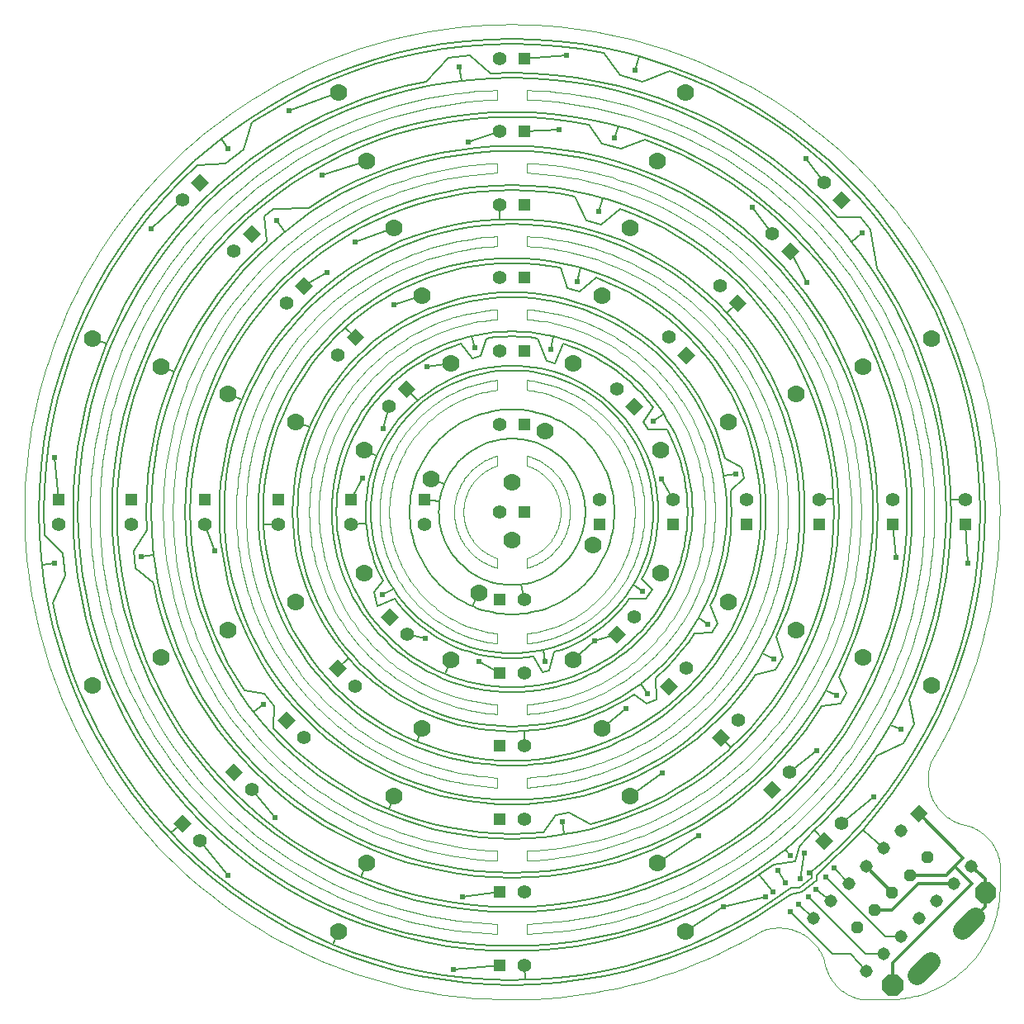
<source format=gbl>
G75*
%MOIN*%
%OFA0B0*%
%FSLAX25Y25*%
%IPPOS*%
%LPD*%
%AMOC8*
5,1,8,0,0,1.08239X$1,22.5*
%
%ADD10C,0.00039*%
%ADD11C,0.05600*%
%ADD12R,0.05150X0.05150*%
%ADD13R,0.05150X0.05150*%
%ADD14C,0.07000*%
%ADD15C,0.01700*%
%ADD16C,0.05150*%
%ADD17C,0.07677*%
%ADD18C,0.02400*%
%ADD19C,0.00800*%
%ADD20C,0.01400*%
%ADD21OC8,0.04724*%
D10*
X0196079Y0051394D02*
X0196079Y0055331D01*
X0207890Y0055331D02*
X0207890Y0051394D01*
X0207890Y0080921D02*
X0207890Y0084858D01*
X0196079Y0084858D02*
X0196079Y0080921D01*
X0196079Y0110449D02*
X0196079Y0114386D01*
X0207890Y0114386D02*
X0207890Y0110449D01*
X0207890Y0139976D02*
X0207890Y0143913D01*
X0196079Y0143913D02*
X0196079Y0139976D01*
X0196079Y0168520D02*
X0196079Y0172457D01*
X0207890Y0172457D02*
X0207890Y0168520D01*
X0207890Y0199031D02*
X0207890Y0202969D01*
X0196079Y0202969D02*
X0196079Y0199031D01*
X0302378Y0052378D02*
X0298200Y0049969D01*
X0293964Y0047663D01*
X0289673Y0045461D01*
X0285329Y0043366D01*
X0280935Y0041377D01*
X0276494Y0039497D01*
X0272009Y0037726D01*
X0267481Y0036065D01*
X0262913Y0034516D01*
X0258310Y0033080D01*
X0253672Y0031756D01*
X0249003Y0030547D01*
X0244306Y0029452D01*
X0239584Y0028473D01*
X0234839Y0027610D01*
X0230075Y0026863D01*
X0225293Y0026233D01*
X0220498Y0025721D01*
X0215691Y0025326D01*
X0210876Y0025049D01*
X0206056Y0024890D01*
X0201233Y0024849D01*
X0196411Y0024927D01*
X0191592Y0025123D01*
X0186780Y0025436D01*
X0181976Y0025868D01*
X0177185Y0026417D01*
X0172408Y0027083D01*
X0167650Y0027866D01*
X0162912Y0028765D01*
X0158197Y0029781D01*
X0153508Y0030911D01*
X0148849Y0032156D01*
X0144222Y0033515D01*
X0139629Y0034986D01*
X0135074Y0036570D01*
X0130559Y0038265D01*
X0126086Y0040070D01*
X0121660Y0041985D01*
X0117281Y0044007D01*
X0112954Y0046135D01*
X0108680Y0048369D01*
X0104462Y0050707D01*
X0100302Y0053148D01*
X0096203Y0055690D01*
X0092168Y0058332D01*
X0088199Y0061071D01*
X0084299Y0063908D01*
X0080469Y0066838D01*
X0076712Y0069862D01*
X0073030Y0072977D01*
X0069425Y0076181D01*
X0065900Y0079473D01*
X0062457Y0082850D01*
X0059098Y0086310D01*
X0055824Y0089852D01*
X0052638Y0093472D01*
X0049542Y0097170D01*
X0046537Y0100942D01*
X0043626Y0104787D01*
X0040810Y0108703D01*
X0038090Y0112685D01*
X0035469Y0116734D01*
X0032948Y0120845D01*
X0030529Y0125017D01*
X0028212Y0129247D01*
X0026000Y0133532D01*
X0023893Y0137871D01*
X0021893Y0142259D01*
X0020002Y0146696D01*
X0018219Y0151177D01*
X0016548Y0155701D01*
X0014987Y0160264D01*
X0013538Y0164864D01*
X0012203Y0169498D01*
X0010982Y0174164D01*
X0009875Y0178858D01*
X0008884Y0183578D01*
X0008009Y0188321D01*
X0007250Y0193083D01*
X0006608Y0197863D01*
X0006083Y0202657D01*
X0005676Y0207463D01*
X0005387Y0212277D01*
X0005216Y0217097D01*
X0005163Y0221919D01*
X0005228Y0226742D01*
X0005412Y0231561D01*
X0005713Y0236374D01*
X0006132Y0241179D01*
X0006669Y0245971D01*
X0007323Y0250750D01*
X0008094Y0255510D01*
X0008982Y0260251D01*
X0009985Y0264968D01*
X0011103Y0269659D01*
X0012336Y0274322D01*
X0013683Y0278953D01*
X0015144Y0283549D01*
X0016716Y0288108D01*
X0018399Y0292628D01*
X0020193Y0297105D01*
X0022096Y0301536D01*
X0024107Y0305920D01*
X0026224Y0310253D01*
X0028448Y0314533D01*
X0030775Y0318757D01*
X0033205Y0322922D01*
X0035737Y0327027D01*
X0038368Y0331069D01*
X0041098Y0335045D01*
X0043924Y0338953D01*
X0046845Y0342790D01*
X0049859Y0346555D01*
X0052965Y0350245D01*
X0056160Y0353857D01*
X0059442Y0357391D01*
X0062811Y0360842D01*
X0066262Y0364211D01*
X0069796Y0367493D01*
X0073408Y0370688D01*
X0077098Y0373794D01*
X0080863Y0376808D01*
X0084700Y0379729D01*
X0088608Y0382555D01*
X0092584Y0385285D01*
X0096626Y0387916D01*
X0100731Y0390448D01*
X0104896Y0392878D01*
X0109120Y0395205D01*
X0113400Y0397429D01*
X0117733Y0399546D01*
X0122117Y0401557D01*
X0126548Y0403460D01*
X0131025Y0405254D01*
X0135545Y0406937D01*
X0140104Y0408509D01*
X0144700Y0409970D01*
X0149331Y0411317D01*
X0153994Y0412550D01*
X0158685Y0413668D01*
X0163402Y0414671D01*
X0168143Y0415559D01*
X0172903Y0416330D01*
X0177682Y0416984D01*
X0182474Y0417521D01*
X0187279Y0417940D01*
X0192092Y0418241D01*
X0196911Y0418425D01*
X0201734Y0418490D01*
X0206556Y0418437D01*
X0211376Y0418266D01*
X0216190Y0417977D01*
X0220996Y0417570D01*
X0225790Y0417045D01*
X0230570Y0416403D01*
X0235332Y0415644D01*
X0240075Y0414769D01*
X0244795Y0413778D01*
X0249489Y0412671D01*
X0254155Y0411450D01*
X0258789Y0410115D01*
X0263389Y0408666D01*
X0267952Y0407105D01*
X0272476Y0405434D01*
X0276957Y0403651D01*
X0281394Y0401760D01*
X0285782Y0399760D01*
X0290121Y0397653D01*
X0294406Y0395441D01*
X0298636Y0393124D01*
X0302808Y0390705D01*
X0306919Y0388184D01*
X0310968Y0385563D01*
X0314950Y0382843D01*
X0318866Y0380027D01*
X0322711Y0377116D01*
X0326483Y0374111D01*
X0330181Y0371015D01*
X0333801Y0367829D01*
X0337343Y0364555D01*
X0340803Y0361196D01*
X0344180Y0357753D01*
X0347472Y0354228D01*
X0350676Y0350623D01*
X0353791Y0346941D01*
X0356815Y0343184D01*
X0359745Y0339354D01*
X0362582Y0335454D01*
X0365321Y0331485D01*
X0367963Y0327450D01*
X0370505Y0323351D01*
X0372946Y0319191D01*
X0375284Y0314973D01*
X0377518Y0310699D01*
X0379646Y0306372D01*
X0381668Y0301993D01*
X0383583Y0297567D01*
X0385388Y0293094D01*
X0387083Y0288579D01*
X0388667Y0284024D01*
X0390138Y0279431D01*
X0391497Y0274804D01*
X0392742Y0270145D01*
X0393872Y0265456D01*
X0394888Y0260741D01*
X0395787Y0256003D01*
X0396570Y0251245D01*
X0397236Y0246468D01*
X0397785Y0241677D01*
X0398217Y0236873D01*
X0398530Y0232061D01*
X0398726Y0227242D01*
X0398804Y0222420D01*
X0398763Y0217597D01*
X0398604Y0212777D01*
X0398327Y0207962D01*
X0397932Y0203155D01*
X0397420Y0198360D01*
X0396790Y0193578D01*
X0396043Y0188814D01*
X0395180Y0184069D01*
X0394201Y0179347D01*
X0393106Y0174650D01*
X0391897Y0169981D01*
X0390573Y0165343D01*
X0389137Y0160740D01*
X0387588Y0156172D01*
X0385927Y0151644D01*
X0384156Y0147159D01*
X0382276Y0142718D01*
X0380287Y0138324D01*
X0378192Y0133980D01*
X0375990Y0129689D01*
X0373684Y0125453D01*
X0371275Y0121275D01*
X0371276Y0121276D02*
X0371104Y0120843D01*
X0370942Y0120407D01*
X0370791Y0119967D01*
X0370651Y0119523D01*
X0370521Y0119076D01*
X0370403Y0118627D01*
X0370295Y0118174D01*
X0370198Y0117719D01*
X0370113Y0117261D01*
X0370038Y0116802D01*
X0369975Y0116341D01*
X0369923Y0115879D01*
X0369882Y0115415D01*
X0369852Y0114951D01*
X0369833Y0114486D01*
X0369826Y0114021D01*
X0369830Y0113556D01*
X0369845Y0113091D01*
X0369872Y0112626D01*
X0369910Y0112162D01*
X0369959Y0111700D01*
X0370019Y0111238D01*
X0370090Y0110779D01*
X0370173Y0110321D01*
X0370266Y0109865D01*
X0370371Y0109411D01*
X0370486Y0108961D01*
X0370613Y0108513D01*
X0370750Y0108068D01*
X0370898Y0107627D01*
X0371056Y0107190D01*
X0371225Y0106756D01*
X0371405Y0106327D01*
X0371594Y0105902D01*
X0371795Y0105482D01*
X0372005Y0105067D01*
X0372225Y0104657D01*
X0372455Y0104253D01*
X0372695Y0103854D01*
X0372944Y0103461D01*
X0373203Y0103075D01*
X0373471Y0102694D01*
X0373748Y0102321D01*
X0374034Y0101954D01*
X0374329Y0101594D01*
X0374633Y0101241D01*
X0374945Y0100896D01*
X0375265Y0100559D01*
X0375594Y0100229D01*
X0375930Y0099907D01*
X0376274Y0099594D01*
X0376625Y0099289D01*
X0376984Y0098993D01*
X0377350Y0098705D01*
X0377723Y0098427D01*
X0378102Y0098157D01*
X0378488Y0097897D01*
X0378879Y0097646D01*
X0379277Y0097405D01*
X0379681Y0097174D01*
X0380090Y0096952D01*
X0380504Y0096740D01*
X0380924Y0096538D01*
X0381348Y0096347D01*
X0381776Y0096166D01*
X0382209Y0095995D01*
X0382646Y0095835D01*
X0383087Y0095686D01*
X0383087Y0095684D02*
X0383532Y0095615D01*
X0383975Y0095535D01*
X0384417Y0095445D01*
X0384856Y0095343D01*
X0385293Y0095231D01*
X0385726Y0095109D01*
X0386157Y0094976D01*
X0386584Y0094832D01*
X0387008Y0094678D01*
X0387427Y0094514D01*
X0387843Y0094340D01*
X0388254Y0094156D01*
X0388661Y0093962D01*
X0389063Y0093758D01*
X0389460Y0093544D01*
X0389851Y0093321D01*
X0390237Y0093088D01*
X0390617Y0092846D01*
X0390991Y0092595D01*
X0391359Y0092335D01*
X0391721Y0092066D01*
X0392076Y0091788D01*
X0392424Y0091502D01*
X0392765Y0091207D01*
X0393099Y0090904D01*
X0393425Y0090594D01*
X0393744Y0090275D01*
X0394054Y0089949D01*
X0394357Y0089615D01*
X0394652Y0089274D01*
X0394938Y0088926D01*
X0395216Y0088571D01*
X0395485Y0088209D01*
X0395745Y0087841D01*
X0395996Y0087467D01*
X0396238Y0087087D01*
X0396471Y0086701D01*
X0396694Y0086310D01*
X0396908Y0085913D01*
X0397112Y0085511D01*
X0397306Y0085104D01*
X0397490Y0084693D01*
X0397664Y0084277D01*
X0397828Y0083858D01*
X0397982Y0083434D01*
X0398126Y0083007D01*
X0398259Y0082576D01*
X0398381Y0082143D01*
X0398493Y0081706D01*
X0398595Y0081267D01*
X0398685Y0080825D01*
X0398765Y0080382D01*
X0398834Y0079937D01*
X0398835Y0079937D02*
X0398835Y0070094D01*
X0398822Y0069000D01*
X0398782Y0067907D01*
X0398716Y0066814D01*
X0398624Y0065724D01*
X0398505Y0064637D01*
X0398360Y0063552D01*
X0398189Y0062471D01*
X0397992Y0061395D01*
X0397768Y0060324D01*
X0397519Y0059259D01*
X0397245Y0058200D01*
X0396945Y0057148D01*
X0396619Y0056103D01*
X0396268Y0055067D01*
X0395893Y0054039D01*
X0395492Y0053021D01*
X0395068Y0052012D01*
X0394619Y0051015D01*
X0394146Y0050028D01*
X0393649Y0049053D01*
X0393129Y0048091D01*
X0392586Y0047141D01*
X0392020Y0046205D01*
X0391431Y0045282D01*
X0390820Y0044374D01*
X0390188Y0043481D01*
X0389534Y0042604D01*
X0388860Y0041743D01*
X0388164Y0040898D01*
X0387449Y0040070D01*
X0386713Y0039260D01*
X0385958Y0038468D01*
X0385185Y0037695D01*
X0384393Y0036940D01*
X0383583Y0036204D01*
X0382755Y0035489D01*
X0381910Y0034793D01*
X0381049Y0034119D01*
X0380172Y0033465D01*
X0379279Y0032833D01*
X0378371Y0032222D01*
X0377448Y0031633D01*
X0376512Y0031067D01*
X0375562Y0030524D01*
X0374600Y0030004D01*
X0373625Y0029507D01*
X0372638Y0029034D01*
X0371641Y0028585D01*
X0370632Y0028161D01*
X0369614Y0027760D01*
X0368586Y0027385D01*
X0367550Y0027034D01*
X0366505Y0026708D01*
X0365453Y0026408D01*
X0364394Y0026134D01*
X0363329Y0025885D01*
X0362258Y0025661D01*
X0361182Y0025464D01*
X0360101Y0025293D01*
X0359016Y0025148D01*
X0357929Y0025029D01*
X0356839Y0024937D01*
X0355746Y0024871D01*
X0354653Y0024831D01*
X0353559Y0024818D01*
X0353559Y0024819D02*
X0343717Y0024819D01*
X0343716Y0024820D02*
X0343271Y0024889D01*
X0342828Y0024969D01*
X0342386Y0025059D01*
X0341947Y0025161D01*
X0341510Y0025273D01*
X0341077Y0025395D01*
X0340646Y0025528D01*
X0340219Y0025672D01*
X0339795Y0025826D01*
X0339376Y0025990D01*
X0338960Y0026164D01*
X0338549Y0026348D01*
X0338142Y0026542D01*
X0337740Y0026746D01*
X0337343Y0026960D01*
X0336952Y0027183D01*
X0336566Y0027416D01*
X0336186Y0027658D01*
X0335812Y0027909D01*
X0335444Y0028169D01*
X0335082Y0028438D01*
X0334727Y0028716D01*
X0334379Y0029002D01*
X0334038Y0029297D01*
X0333704Y0029600D01*
X0333378Y0029910D01*
X0333059Y0030229D01*
X0332749Y0030555D01*
X0332446Y0030889D01*
X0332151Y0031230D01*
X0331865Y0031578D01*
X0331587Y0031933D01*
X0331318Y0032295D01*
X0331058Y0032663D01*
X0330807Y0033037D01*
X0330565Y0033417D01*
X0330332Y0033803D01*
X0330109Y0034194D01*
X0329895Y0034591D01*
X0329691Y0034993D01*
X0329497Y0035400D01*
X0329313Y0035811D01*
X0329139Y0036227D01*
X0328975Y0036646D01*
X0328821Y0037070D01*
X0328677Y0037497D01*
X0328544Y0037928D01*
X0328422Y0038361D01*
X0328310Y0038798D01*
X0328208Y0039237D01*
X0328118Y0039679D01*
X0328038Y0040122D01*
X0327969Y0040567D01*
X0327968Y0040566D02*
X0327819Y0041007D01*
X0327659Y0041444D01*
X0327488Y0041877D01*
X0327307Y0042305D01*
X0327116Y0042729D01*
X0326914Y0043149D01*
X0326702Y0043563D01*
X0326480Y0043972D01*
X0326249Y0044376D01*
X0326008Y0044774D01*
X0325757Y0045165D01*
X0325497Y0045551D01*
X0325227Y0045930D01*
X0324949Y0046303D01*
X0324661Y0046669D01*
X0324365Y0047028D01*
X0324060Y0047379D01*
X0323747Y0047723D01*
X0323425Y0048059D01*
X0323095Y0048388D01*
X0322758Y0048708D01*
X0322413Y0049020D01*
X0322060Y0049324D01*
X0321700Y0049619D01*
X0321333Y0049905D01*
X0320960Y0050182D01*
X0320579Y0050450D01*
X0320193Y0050709D01*
X0319800Y0050958D01*
X0319401Y0051198D01*
X0318997Y0051428D01*
X0318587Y0051648D01*
X0318172Y0051858D01*
X0317752Y0052059D01*
X0317327Y0052248D01*
X0316898Y0052428D01*
X0316464Y0052597D01*
X0316027Y0052755D01*
X0315586Y0052903D01*
X0315141Y0053040D01*
X0314693Y0053167D01*
X0314243Y0053282D01*
X0313789Y0053387D01*
X0313333Y0053480D01*
X0312875Y0053563D01*
X0312416Y0053634D01*
X0311954Y0053694D01*
X0311492Y0053743D01*
X0311028Y0053781D01*
X0310563Y0053808D01*
X0310098Y0053823D01*
X0309633Y0053827D01*
X0309168Y0053820D01*
X0308703Y0053801D01*
X0308239Y0053771D01*
X0307775Y0053730D01*
X0307313Y0053678D01*
X0306852Y0053615D01*
X0306393Y0053540D01*
X0305935Y0053455D01*
X0305480Y0053358D01*
X0305027Y0053250D01*
X0304578Y0053132D01*
X0304131Y0053002D01*
X0303687Y0052862D01*
X0303247Y0052711D01*
X0302811Y0052549D01*
X0302378Y0052377D01*
X0207889Y0055331D02*
X0211941Y0055524D01*
X0215987Y0055816D01*
X0220024Y0056207D01*
X0224050Y0056695D01*
X0228064Y0057282D01*
X0232062Y0057966D01*
X0236042Y0058748D01*
X0240002Y0059626D01*
X0243939Y0060601D01*
X0247852Y0061671D01*
X0251737Y0062836D01*
X0255592Y0064095D01*
X0259416Y0065449D01*
X0263206Y0066894D01*
X0266959Y0068432D01*
X0270674Y0070061D01*
X0274348Y0071780D01*
X0277979Y0073588D01*
X0281564Y0075483D01*
X0285103Y0077466D01*
X0288592Y0079534D01*
X0292030Y0081687D01*
X0295414Y0083923D01*
X0298743Y0086240D01*
X0302014Y0088638D01*
X0305226Y0091115D01*
X0308377Y0093670D01*
X0311464Y0096300D01*
X0314487Y0099005D01*
X0317442Y0101783D01*
X0320329Y0104632D01*
X0323146Y0107551D01*
X0325891Y0110537D01*
X0328562Y0113589D01*
X0331158Y0116706D01*
X0333678Y0119885D01*
X0336119Y0123124D01*
X0338480Y0126422D01*
X0340761Y0129776D01*
X0342959Y0133185D01*
X0345073Y0136646D01*
X0347102Y0140158D01*
X0349045Y0143719D01*
X0350901Y0147325D01*
X0352668Y0150976D01*
X0354346Y0154669D01*
X0355934Y0158402D01*
X0357430Y0162172D01*
X0358833Y0165977D01*
X0360144Y0169816D01*
X0361360Y0173685D01*
X0362482Y0177583D01*
X0363509Y0181507D01*
X0364440Y0185455D01*
X0365274Y0189424D01*
X0366011Y0193413D01*
X0366651Y0197418D01*
X0367193Y0201438D01*
X0367637Y0205470D01*
X0367982Y0209511D01*
X0368229Y0213560D01*
X0368378Y0217613D01*
X0368427Y0221669D01*
X0368378Y0225725D01*
X0368229Y0229778D01*
X0367982Y0233827D01*
X0367637Y0237868D01*
X0367193Y0241900D01*
X0366651Y0245920D01*
X0366011Y0249925D01*
X0365274Y0253914D01*
X0364440Y0257883D01*
X0363509Y0261831D01*
X0362482Y0265755D01*
X0361360Y0269653D01*
X0360144Y0273522D01*
X0358833Y0277361D01*
X0357430Y0281166D01*
X0355934Y0284936D01*
X0354346Y0288669D01*
X0352668Y0292362D01*
X0350901Y0296013D01*
X0349045Y0299619D01*
X0347102Y0303180D01*
X0345073Y0306692D01*
X0342959Y0310153D01*
X0340761Y0313562D01*
X0338480Y0316916D01*
X0336119Y0320214D01*
X0333678Y0323453D01*
X0331158Y0326632D01*
X0328562Y0329749D01*
X0325891Y0332801D01*
X0323146Y0335787D01*
X0320329Y0338706D01*
X0317442Y0341555D01*
X0314487Y0344333D01*
X0311464Y0347038D01*
X0308377Y0349668D01*
X0305226Y0352223D01*
X0302014Y0354700D01*
X0298743Y0357098D01*
X0295414Y0359415D01*
X0292030Y0361651D01*
X0288592Y0363804D01*
X0285103Y0365872D01*
X0281564Y0367855D01*
X0277979Y0369750D01*
X0274348Y0371558D01*
X0270674Y0373277D01*
X0266959Y0374906D01*
X0263206Y0376444D01*
X0259416Y0377889D01*
X0255592Y0379243D01*
X0251737Y0380502D01*
X0247852Y0381667D01*
X0243939Y0382737D01*
X0240002Y0383712D01*
X0236042Y0384590D01*
X0232062Y0385372D01*
X0228064Y0386056D01*
X0224050Y0386643D01*
X0220024Y0387131D01*
X0215987Y0387522D01*
X0211941Y0387814D01*
X0207889Y0388007D01*
X0207890Y0388008D02*
X0207890Y0391945D01*
X0196079Y0391945D02*
X0196079Y0388008D01*
X0196079Y0362417D02*
X0196079Y0358480D01*
X0207890Y0358480D02*
X0207890Y0362417D01*
X0207890Y0332890D02*
X0207890Y0328953D01*
X0196079Y0328953D02*
X0196079Y0332890D01*
X0196079Y0303362D02*
X0196079Y0299425D01*
X0207890Y0299425D02*
X0207890Y0303362D01*
X0207890Y0274819D02*
X0207890Y0270882D01*
X0196079Y0270882D02*
X0196079Y0274819D01*
X0196079Y0244307D02*
X0196079Y0240370D01*
X0207890Y0240370D02*
X0207890Y0244307D01*
X0207890Y0391945D02*
X0212039Y0391750D01*
X0216183Y0391454D01*
X0220318Y0391058D01*
X0224442Y0390560D01*
X0228553Y0389963D01*
X0232649Y0389265D01*
X0236726Y0388467D01*
X0240782Y0387571D01*
X0244815Y0386576D01*
X0248823Y0385482D01*
X0252803Y0384292D01*
X0256753Y0383004D01*
X0260670Y0381621D01*
X0264552Y0380143D01*
X0268397Y0378570D01*
X0272203Y0376904D01*
X0275967Y0375146D01*
X0279686Y0373297D01*
X0283360Y0371357D01*
X0286985Y0369329D01*
X0290560Y0367213D01*
X0294082Y0365010D01*
X0297550Y0362722D01*
X0300960Y0360350D01*
X0304312Y0357896D01*
X0307603Y0355360D01*
X0310831Y0352745D01*
X0313994Y0350053D01*
X0317091Y0347284D01*
X0320119Y0344440D01*
X0323077Y0341523D01*
X0325964Y0338535D01*
X0328776Y0335478D01*
X0331513Y0332353D01*
X0334173Y0329162D01*
X0336754Y0325907D01*
X0339256Y0322590D01*
X0341675Y0319214D01*
X0344012Y0315779D01*
X0346264Y0312288D01*
X0348431Y0308744D01*
X0350510Y0305147D01*
X0352501Y0301501D01*
X0354403Y0297808D01*
X0356214Y0294069D01*
X0357933Y0290287D01*
X0359560Y0286465D01*
X0361093Y0282604D01*
X0362531Y0278707D01*
X0363874Y0274775D01*
X0365121Y0270813D01*
X0366270Y0266821D01*
X0367322Y0262802D01*
X0368276Y0258759D01*
X0369131Y0254693D01*
X0369886Y0250608D01*
X0370542Y0246506D01*
X0371097Y0242389D01*
X0371552Y0238260D01*
X0371906Y0234121D01*
X0372159Y0229974D01*
X0372311Y0225823D01*
X0372362Y0221669D01*
X0372311Y0217515D01*
X0372159Y0213364D01*
X0371906Y0209217D01*
X0371552Y0205078D01*
X0371097Y0200949D01*
X0370542Y0196832D01*
X0369886Y0192730D01*
X0369131Y0188645D01*
X0368276Y0184579D01*
X0367322Y0180536D01*
X0366270Y0176517D01*
X0365121Y0172525D01*
X0363874Y0168563D01*
X0362531Y0164631D01*
X0361093Y0160734D01*
X0359560Y0156873D01*
X0357933Y0153051D01*
X0356214Y0149269D01*
X0354403Y0145530D01*
X0352501Y0141837D01*
X0350510Y0138191D01*
X0348431Y0134594D01*
X0346264Y0131050D01*
X0344012Y0127559D01*
X0341675Y0124124D01*
X0339256Y0120748D01*
X0336754Y0117431D01*
X0334173Y0114176D01*
X0331513Y0110985D01*
X0328776Y0107860D01*
X0325964Y0104803D01*
X0323077Y0101815D01*
X0320119Y0098898D01*
X0317091Y0096054D01*
X0313994Y0093285D01*
X0310831Y0090593D01*
X0307603Y0087978D01*
X0304312Y0085442D01*
X0300960Y0082988D01*
X0297550Y0080616D01*
X0294082Y0078328D01*
X0290560Y0076125D01*
X0286985Y0074009D01*
X0283360Y0071981D01*
X0279686Y0070041D01*
X0275967Y0068192D01*
X0272203Y0066434D01*
X0268397Y0064768D01*
X0264552Y0063195D01*
X0260670Y0061717D01*
X0256753Y0060334D01*
X0252803Y0059046D01*
X0248823Y0057856D01*
X0244815Y0056762D01*
X0240782Y0055767D01*
X0236726Y0054871D01*
X0232649Y0054073D01*
X0228553Y0053375D01*
X0224442Y0052778D01*
X0220318Y0052280D01*
X0216183Y0051884D01*
X0212039Y0051588D01*
X0207890Y0051393D01*
X0207890Y0080921D02*
X0211330Y0081107D01*
X0214766Y0081378D01*
X0218193Y0081733D01*
X0221611Y0082171D01*
X0225017Y0082693D01*
X0228410Y0083298D01*
X0231786Y0083985D01*
X0235145Y0084756D01*
X0238484Y0085608D01*
X0241801Y0086541D01*
X0245094Y0087555D01*
X0248362Y0088650D01*
X0251601Y0089824D01*
X0254811Y0091077D01*
X0257990Y0092408D01*
X0261135Y0093817D01*
X0264244Y0095302D01*
X0267316Y0096863D01*
X0270349Y0098498D01*
X0273342Y0100207D01*
X0276291Y0101989D01*
X0279196Y0103842D01*
X0282055Y0105766D01*
X0284866Y0107759D01*
X0287627Y0109820D01*
X0290338Y0111949D01*
X0292995Y0114142D01*
X0295598Y0116401D01*
X0298144Y0118722D01*
X0300634Y0121105D01*
X0303064Y0123548D01*
X0305434Y0126049D01*
X0307741Y0128608D01*
X0309986Y0131223D01*
X0312166Y0133892D01*
X0314280Y0136613D01*
X0316327Y0139385D01*
X0318305Y0142206D01*
X0320214Y0145075D01*
X0322052Y0147990D01*
X0323818Y0150949D01*
X0325512Y0153950D01*
X0327131Y0156992D01*
X0328676Y0160072D01*
X0330144Y0163189D01*
X0331536Y0166342D01*
X0332851Y0169527D01*
X0334087Y0172743D01*
X0335244Y0175989D01*
X0336322Y0179262D01*
X0337319Y0182561D01*
X0338235Y0185883D01*
X0339069Y0189226D01*
X0339822Y0192589D01*
X0340492Y0195969D01*
X0341079Y0199364D01*
X0341583Y0202773D01*
X0342003Y0206193D01*
X0342340Y0209623D01*
X0342593Y0213059D01*
X0342761Y0216501D01*
X0342845Y0219946D01*
X0342845Y0223392D01*
X0342761Y0226837D01*
X0342593Y0230279D01*
X0342340Y0233715D01*
X0342003Y0237145D01*
X0341583Y0240565D01*
X0341079Y0243974D01*
X0340492Y0247369D01*
X0339822Y0250749D01*
X0339069Y0254112D01*
X0338235Y0257455D01*
X0337319Y0260777D01*
X0336322Y0264076D01*
X0335244Y0267349D01*
X0334087Y0270595D01*
X0332851Y0273811D01*
X0331536Y0276996D01*
X0330144Y0280149D01*
X0328676Y0283266D01*
X0327131Y0286346D01*
X0325512Y0289388D01*
X0323818Y0292389D01*
X0322052Y0295348D01*
X0320214Y0298263D01*
X0318305Y0301132D01*
X0316327Y0303953D01*
X0314280Y0306725D01*
X0312166Y0309446D01*
X0309986Y0312115D01*
X0307741Y0314730D01*
X0305434Y0317289D01*
X0303064Y0319790D01*
X0300634Y0322233D01*
X0298144Y0324616D01*
X0295598Y0326937D01*
X0292995Y0329196D01*
X0290338Y0331389D01*
X0287627Y0333518D01*
X0284866Y0335579D01*
X0282055Y0337572D01*
X0279196Y0339496D01*
X0276291Y0341349D01*
X0273342Y0343131D01*
X0270349Y0344840D01*
X0267316Y0346475D01*
X0264244Y0348036D01*
X0261135Y0349521D01*
X0257990Y0350930D01*
X0254811Y0352261D01*
X0251601Y0353514D01*
X0248362Y0354688D01*
X0245094Y0355783D01*
X0241801Y0356797D01*
X0238484Y0357730D01*
X0235145Y0358582D01*
X0231786Y0359353D01*
X0228410Y0360040D01*
X0225017Y0360645D01*
X0221611Y0361167D01*
X0218193Y0361605D01*
X0214766Y0361960D01*
X0211330Y0362231D01*
X0207890Y0362417D01*
X0207889Y0358480D02*
X0211231Y0358294D01*
X0214568Y0358028D01*
X0217897Y0357679D01*
X0221216Y0357250D01*
X0224524Y0356739D01*
X0227818Y0356148D01*
X0231097Y0355476D01*
X0234359Y0354725D01*
X0237601Y0353894D01*
X0240822Y0352984D01*
X0244020Y0351996D01*
X0247192Y0350929D01*
X0250338Y0349786D01*
X0253455Y0348566D01*
X0256541Y0347270D01*
X0259594Y0345899D01*
X0262613Y0344454D01*
X0265596Y0342935D01*
X0268541Y0341345D01*
X0271446Y0339682D01*
X0274309Y0337949D01*
X0277129Y0336147D01*
X0279905Y0334276D01*
X0282634Y0332338D01*
X0285314Y0330334D01*
X0287945Y0328265D01*
X0290525Y0326132D01*
X0293051Y0323937D01*
X0295524Y0321681D01*
X0297940Y0319365D01*
X0300299Y0316990D01*
X0302599Y0314559D01*
X0304840Y0312072D01*
X0307018Y0309532D01*
X0309134Y0306938D01*
X0311186Y0304294D01*
X0313173Y0301600D01*
X0315093Y0298859D01*
X0316946Y0296072D01*
X0318730Y0293240D01*
X0320444Y0290365D01*
X0322088Y0287449D01*
X0323660Y0284494D01*
X0325159Y0281502D01*
X0326584Y0278474D01*
X0327936Y0275411D01*
X0329211Y0272317D01*
X0330411Y0269192D01*
X0331534Y0266039D01*
X0332580Y0262860D01*
X0333548Y0259656D01*
X0334437Y0256429D01*
X0335247Y0253182D01*
X0335977Y0249915D01*
X0336627Y0246632D01*
X0337197Y0243334D01*
X0337686Y0240023D01*
X0338094Y0236701D01*
X0338421Y0233370D01*
X0338666Y0230032D01*
X0338830Y0226689D01*
X0338912Y0223343D01*
X0338912Y0219995D01*
X0338830Y0216649D01*
X0338666Y0213306D01*
X0338421Y0209968D01*
X0338094Y0206637D01*
X0337686Y0203315D01*
X0337197Y0200004D01*
X0336627Y0196706D01*
X0335977Y0193423D01*
X0335247Y0190156D01*
X0334437Y0186909D01*
X0333548Y0183682D01*
X0332580Y0180478D01*
X0331534Y0177299D01*
X0330411Y0174146D01*
X0329211Y0171021D01*
X0327936Y0167927D01*
X0326584Y0164864D01*
X0325159Y0161836D01*
X0323660Y0158844D01*
X0322088Y0155889D01*
X0320444Y0152973D01*
X0318730Y0150098D01*
X0316946Y0147266D01*
X0315093Y0144479D01*
X0313173Y0141738D01*
X0311186Y0139044D01*
X0309134Y0136400D01*
X0307018Y0133806D01*
X0304840Y0131266D01*
X0302599Y0128779D01*
X0300299Y0126348D01*
X0297940Y0123973D01*
X0295524Y0121657D01*
X0293051Y0119401D01*
X0290525Y0117206D01*
X0287945Y0115073D01*
X0285314Y0113004D01*
X0282634Y0111000D01*
X0279905Y0109062D01*
X0277129Y0107191D01*
X0274309Y0105389D01*
X0271446Y0103656D01*
X0268541Y0101993D01*
X0265596Y0100403D01*
X0262613Y0098884D01*
X0259594Y0097439D01*
X0256541Y0096068D01*
X0253455Y0094772D01*
X0250338Y0093552D01*
X0247192Y0092409D01*
X0244020Y0091342D01*
X0240822Y0090354D01*
X0237601Y0089444D01*
X0234359Y0088613D01*
X0231097Y0087862D01*
X0227818Y0087190D01*
X0224524Y0086599D01*
X0221216Y0086088D01*
X0217897Y0085659D01*
X0214568Y0085310D01*
X0211231Y0085044D01*
X0207889Y0084858D01*
X0207890Y0114385D02*
X0210510Y0114562D01*
X0213126Y0114802D01*
X0215735Y0115107D01*
X0218336Y0115475D01*
X0220927Y0115906D01*
X0223507Y0116401D01*
X0226074Y0116958D01*
X0228627Y0117579D01*
X0231163Y0118261D01*
X0233683Y0119005D01*
X0236183Y0119811D01*
X0238663Y0120677D01*
X0241121Y0121604D01*
X0243555Y0122591D01*
X0245965Y0123637D01*
X0248348Y0124741D01*
X0250704Y0125903D01*
X0253030Y0127123D01*
X0255326Y0128399D01*
X0257590Y0129731D01*
X0259821Y0131118D01*
X0262018Y0132559D01*
X0264178Y0134053D01*
X0266301Y0135600D01*
X0268386Y0137198D01*
X0270431Y0138846D01*
X0272436Y0140544D01*
X0274398Y0142291D01*
X0276317Y0144085D01*
X0278191Y0145925D01*
X0280020Y0147811D01*
X0281802Y0149740D01*
X0283537Y0151713D01*
X0285222Y0153728D01*
X0286858Y0155783D01*
X0288444Y0157877D01*
X0289977Y0160010D01*
X0291458Y0162179D01*
X0292886Y0164385D01*
X0294259Y0166624D01*
X0295577Y0168896D01*
X0296839Y0171200D01*
X0298045Y0173534D01*
X0299193Y0175896D01*
X0300283Y0178286D01*
X0301314Y0180702D01*
X0302285Y0183143D01*
X0303197Y0185606D01*
X0304049Y0188091D01*
X0304839Y0190597D01*
X0305568Y0193120D01*
X0306235Y0195661D01*
X0306839Y0198217D01*
X0307381Y0200788D01*
X0307860Y0203370D01*
X0308276Y0205964D01*
X0308628Y0208567D01*
X0308917Y0211178D01*
X0309141Y0213795D01*
X0309302Y0216417D01*
X0309398Y0219042D01*
X0309430Y0221669D01*
X0309398Y0224296D01*
X0309302Y0226921D01*
X0309141Y0229543D01*
X0308917Y0232160D01*
X0308628Y0234771D01*
X0308276Y0237374D01*
X0307860Y0239968D01*
X0307381Y0242550D01*
X0306839Y0245121D01*
X0306235Y0247677D01*
X0305568Y0250218D01*
X0304839Y0252741D01*
X0304049Y0255247D01*
X0303197Y0257732D01*
X0302285Y0260195D01*
X0301314Y0262636D01*
X0300283Y0265052D01*
X0299193Y0267442D01*
X0298045Y0269804D01*
X0296839Y0272138D01*
X0295577Y0274442D01*
X0294259Y0276714D01*
X0292886Y0278953D01*
X0291458Y0281159D01*
X0289977Y0283328D01*
X0288444Y0285461D01*
X0286858Y0287555D01*
X0285222Y0289610D01*
X0283537Y0291625D01*
X0281802Y0293598D01*
X0280020Y0295527D01*
X0278191Y0297413D01*
X0276317Y0299253D01*
X0274398Y0301047D01*
X0272436Y0302794D01*
X0270431Y0304492D01*
X0268386Y0306140D01*
X0266301Y0307738D01*
X0264178Y0309285D01*
X0262018Y0310779D01*
X0259821Y0312220D01*
X0257590Y0313607D01*
X0255326Y0314939D01*
X0253030Y0316215D01*
X0250704Y0317435D01*
X0248348Y0318597D01*
X0245965Y0319701D01*
X0243555Y0320747D01*
X0241121Y0321734D01*
X0238663Y0322661D01*
X0236183Y0323527D01*
X0233683Y0324333D01*
X0231163Y0325077D01*
X0228627Y0325759D01*
X0226074Y0326380D01*
X0223507Y0326937D01*
X0220927Y0327432D01*
X0218336Y0327863D01*
X0215735Y0328231D01*
X0213126Y0328536D01*
X0210510Y0328776D01*
X0207890Y0328953D01*
X0207890Y0332889D02*
X0210610Y0332711D01*
X0213326Y0332467D01*
X0216034Y0332156D01*
X0218734Y0331779D01*
X0221425Y0331336D01*
X0224103Y0330828D01*
X0226768Y0330253D01*
X0229419Y0329614D01*
X0232053Y0328910D01*
X0234669Y0328142D01*
X0237265Y0327310D01*
X0239840Y0326415D01*
X0242393Y0325457D01*
X0244921Y0324437D01*
X0247424Y0323355D01*
X0249899Y0322212D01*
X0252346Y0321009D01*
X0254763Y0319747D01*
X0257147Y0318426D01*
X0259499Y0317046D01*
X0261817Y0315610D01*
X0264098Y0314117D01*
X0266342Y0312569D01*
X0268548Y0310967D01*
X0270714Y0309310D01*
X0272839Y0307602D01*
X0274921Y0305842D01*
X0276959Y0304031D01*
X0278953Y0302171D01*
X0280900Y0300263D01*
X0282800Y0298308D01*
X0284652Y0296307D01*
X0286454Y0294261D01*
X0288206Y0292172D01*
X0289906Y0290040D01*
X0291553Y0287868D01*
X0293146Y0285655D01*
X0294685Y0283405D01*
X0296169Y0281117D01*
X0297596Y0278794D01*
X0298965Y0276436D01*
X0300277Y0274046D01*
X0301529Y0271625D01*
X0302722Y0269173D01*
X0303855Y0266693D01*
X0304926Y0264186D01*
X0305936Y0261653D01*
X0306884Y0259097D01*
X0307769Y0256518D01*
X0308590Y0253918D01*
X0309347Y0251299D01*
X0310040Y0248662D01*
X0310669Y0246009D01*
X0311232Y0243342D01*
X0311730Y0240661D01*
X0312162Y0237969D01*
X0312528Y0235267D01*
X0312827Y0232558D01*
X0313061Y0229841D01*
X0313228Y0227120D01*
X0313328Y0224395D01*
X0313361Y0221669D01*
X0313328Y0218943D01*
X0313228Y0216218D01*
X0313061Y0213497D01*
X0312827Y0210780D01*
X0312528Y0208071D01*
X0312162Y0205369D01*
X0311730Y0202677D01*
X0311232Y0199996D01*
X0310669Y0197329D01*
X0310040Y0194676D01*
X0309347Y0192039D01*
X0308590Y0189420D01*
X0307769Y0186820D01*
X0306884Y0184241D01*
X0305936Y0181685D01*
X0304926Y0179152D01*
X0303855Y0176645D01*
X0302722Y0174165D01*
X0301529Y0171713D01*
X0300277Y0169292D01*
X0298965Y0166902D01*
X0297596Y0164544D01*
X0296169Y0162221D01*
X0294685Y0159933D01*
X0293146Y0157683D01*
X0291553Y0155470D01*
X0289906Y0153298D01*
X0288206Y0151166D01*
X0286454Y0149077D01*
X0284652Y0147031D01*
X0282800Y0145030D01*
X0280900Y0143075D01*
X0278953Y0141167D01*
X0276959Y0139307D01*
X0274921Y0137496D01*
X0272839Y0135736D01*
X0270714Y0134028D01*
X0268548Y0132371D01*
X0266342Y0130769D01*
X0264098Y0129221D01*
X0261817Y0127728D01*
X0259499Y0126292D01*
X0257147Y0124912D01*
X0254763Y0123591D01*
X0252346Y0122329D01*
X0249899Y0121126D01*
X0247424Y0119983D01*
X0244921Y0118901D01*
X0242393Y0117881D01*
X0239840Y0116923D01*
X0237265Y0116028D01*
X0234669Y0115196D01*
X0232053Y0114428D01*
X0229419Y0113724D01*
X0226768Y0113085D01*
X0224103Y0112510D01*
X0221425Y0112002D01*
X0218734Y0111559D01*
X0216034Y0111182D01*
X0213326Y0110871D01*
X0210610Y0110627D01*
X0207890Y0110449D01*
X0207889Y0202968D02*
X0208343Y0203117D01*
X0208792Y0203278D01*
X0209237Y0203449D01*
X0209678Y0203630D01*
X0210115Y0203823D01*
X0210546Y0204026D01*
X0210973Y0204239D01*
X0211394Y0204463D01*
X0211810Y0204697D01*
X0212220Y0204941D01*
X0212624Y0205195D01*
X0213021Y0205459D01*
X0213412Y0205732D01*
X0213797Y0206015D01*
X0214174Y0206307D01*
X0214544Y0206608D01*
X0214906Y0206918D01*
X0215261Y0207236D01*
X0215609Y0207564D01*
X0215948Y0207899D01*
X0216278Y0208243D01*
X0216601Y0208595D01*
X0216914Y0208954D01*
X0217219Y0209321D01*
X0217515Y0209695D01*
X0217802Y0210076D01*
X0218079Y0210465D01*
X0218347Y0210859D01*
X0218605Y0211261D01*
X0218853Y0211668D01*
X0219091Y0212081D01*
X0219320Y0212500D01*
X0219537Y0212924D01*
X0219745Y0213354D01*
X0219942Y0213788D01*
X0220128Y0214228D01*
X0220304Y0214671D01*
X0220469Y0215119D01*
X0220623Y0215570D01*
X0220765Y0216025D01*
X0220897Y0216484D01*
X0221018Y0216945D01*
X0221127Y0217410D01*
X0221225Y0217877D01*
X0221311Y0218346D01*
X0221386Y0218817D01*
X0221450Y0219290D01*
X0221502Y0219764D01*
X0221543Y0220239D01*
X0221572Y0220715D01*
X0221589Y0221192D01*
X0221595Y0221669D01*
X0221589Y0222146D01*
X0221572Y0222623D01*
X0221543Y0223099D01*
X0221502Y0223574D01*
X0221450Y0224048D01*
X0221386Y0224521D01*
X0221311Y0224992D01*
X0221225Y0225461D01*
X0221127Y0225928D01*
X0221018Y0226393D01*
X0220897Y0226854D01*
X0220765Y0227313D01*
X0220623Y0227768D01*
X0220469Y0228219D01*
X0220304Y0228667D01*
X0220128Y0229110D01*
X0219942Y0229550D01*
X0219745Y0229984D01*
X0219537Y0230414D01*
X0219320Y0230838D01*
X0219091Y0231257D01*
X0218853Y0231670D01*
X0218605Y0232077D01*
X0218347Y0232479D01*
X0218079Y0232873D01*
X0217802Y0233262D01*
X0217515Y0233643D01*
X0217219Y0234017D01*
X0216914Y0234384D01*
X0216601Y0234743D01*
X0216278Y0235095D01*
X0215948Y0235439D01*
X0215609Y0235774D01*
X0215261Y0236102D01*
X0214906Y0236420D01*
X0214544Y0236730D01*
X0214174Y0237031D01*
X0213797Y0237323D01*
X0213412Y0237606D01*
X0213021Y0237879D01*
X0212624Y0238143D01*
X0212220Y0238397D01*
X0211810Y0238641D01*
X0211394Y0238875D01*
X0210973Y0239099D01*
X0210546Y0239312D01*
X0210115Y0239515D01*
X0209678Y0239708D01*
X0209237Y0239889D01*
X0208792Y0240060D01*
X0208343Y0240221D01*
X0207889Y0240370D01*
X0207889Y0244306D02*
X0208439Y0244156D01*
X0208985Y0243992D01*
X0209527Y0243815D01*
X0210064Y0243624D01*
X0210596Y0243421D01*
X0211124Y0243205D01*
X0211646Y0242976D01*
X0212162Y0242734D01*
X0212672Y0242480D01*
X0213176Y0242213D01*
X0213673Y0241935D01*
X0214163Y0241644D01*
X0214646Y0241341D01*
X0215122Y0241027D01*
X0215589Y0240701D01*
X0216049Y0240364D01*
X0216500Y0240016D01*
X0216943Y0239657D01*
X0217377Y0239287D01*
X0217801Y0238907D01*
X0218216Y0238516D01*
X0218622Y0238116D01*
X0219018Y0237706D01*
X0219403Y0237286D01*
X0219779Y0236857D01*
X0220143Y0236419D01*
X0220497Y0235972D01*
X0220840Y0235517D01*
X0221172Y0235054D01*
X0221492Y0234582D01*
X0221801Y0234103D01*
X0222098Y0233617D01*
X0222383Y0233123D01*
X0222656Y0232623D01*
X0222917Y0232116D01*
X0223165Y0231603D01*
X0223401Y0231084D01*
X0223624Y0230559D01*
X0223834Y0230030D01*
X0224031Y0229495D01*
X0224215Y0228955D01*
X0224386Y0228412D01*
X0224544Y0227864D01*
X0224688Y0227313D01*
X0224819Y0226758D01*
X0224936Y0226200D01*
X0225040Y0225640D01*
X0225129Y0225077D01*
X0225206Y0224512D01*
X0225268Y0223945D01*
X0225317Y0223377D01*
X0225351Y0222809D01*
X0225372Y0222239D01*
X0225379Y0221669D01*
X0225372Y0221099D01*
X0225351Y0220529D01*
X0225317Y0219961D01*
X0225268Y0219393D01*
X0225206Y0218826D01*
X0225129Y0218261D01*
X0225040Y0217698D01*
X0224936Y0217138D01*
X0224819Y0216580D01*
X0224688Y0216025D01*
X0224544Y0215474D01*
X0224386Y0214926D01*
X0224215Y0214383D01*
X0224031Y0213843D01*
X0223834Y0213308D01*
X0223624Y0212779D01*
X0223401Y0212254D01*
X0223165Y0211735D01*
X0222917Y0211222D01*
X0222656Y0210715D01*
X0222383Y0210215D01*
X0222098Y0209721D01*
X0221801Y0209235D01*
X0221492Y0208756D01*
X0221172Y0208284D01*
X0220840Y0207821D01*
X0220497Y0207366D01*
X0220143Y0206919D01*
X0219779Y0206481D01*
X0219403Y0206052D01*
X0219018Y0205632D01*
X0218622Y0205222D01*
X0218216Y0204822D01*
X0217801Y0204431D01*
X0217377Y0204051D01*
X0216943Y0203681D01*
X0216500Y0203322D01*
X0216049Y0202974D01*
X0215589Y0202637D01*
X0215122Y0202311D01*
X0214646Y0201997D01*
X0214163Y0201694D01*
X0213673Y0201403D01*
X0213176Y0201125D01*
X0212672Y0200858D01*
X0212162Y0200604D01*
X0211646Y0200362D01*
X0211124Y0200133D01*
X0210596Y0199917D01*
X0210064Y0199714D01*
X0209527Y0199523D01*
X0208985Y0199346D01*
X0208439Y0199182D01*
X0207889Y0199032D01*
X0207890Y0168519D02*
X0209192Y0168680D01*
X0210490Y0168873D01*
X0211783Y0169097D01*
X0213070Y0169354D01*
X0214350Y0169641D01*
X0215623Y0169961D01*
X0216888Y0170311D01*
X0218144Y0170692D01*
X0219390Y0171104D01*
X0220625Y0171546D01*
X0221849Y0172019D01*
X0223062Y0172521D01*
X0224261Y0173053D01*
X0225448Y0173614D01*
X0226620Y0174205D01*
X0227777Y0174823D01*
X0228919Y0175470D01*
X0230044Y0176145D01*
X0231153Y0176847D01*
X0232244Y0177577D01*
X0233317Y0178332D01*
X0234371Y0179114D01*
X0235405Y0179922D01*
X0236419Y0180754D01*
X0237413Y0181612D01*
X0238385Y0182493D01*
X0239335Y0183398D01*
X0240263Y0184326D01*
X0241168Y0185277D01*
X0242049Y0186249D01*
X0242906Y0187243D01*
X0243739Y0188257D01*
X0244546Y0189292D01*
X0245328Y0190346D01*
X0246083Y0191419D01*
X0246812Y0192510D01*
X0247514Y0193619D01*
X0248189Y0194745D01*
X0248835Y0195887D01*
X0249454Y0197044D01*
X0250044Y0198216D01*
X0250605Y0199403D01*
X0251137Y0200602D01*
X0251639Y0201815D01*
X0252111Y0203039D01*
X0252553Y0204275D01*
X0252965Y0205521D01*
X0253346Y0206777D01*
X0253696Y0208041D01*
X0254014Y0209314D01*
X0254302Y0210595D01*
X0254558Y0211882D01*
X0254782Y0213175D01*
X0254975Y0214473D01*
X0255135Y0215775D01*
X0255264Y0217081D01*
X0255360Y0218390D01*
X0255425Y0219701D01*
X0255457Y0221013D01*
X0255457Y0222325D01*
X0255425Y0223637D01*
X0255360Y0224948D01*
X0255264Y0226257D01*
X0255135Y0227563D01*
X0254975Y0228865D01*
X0254782Y0230163D01*
X0254558Y0231456D01*
X0254302Y0232743D01*
X0254014Y0234024D01*
X0253696Y0235297D01*
X0253346Y0236561D01*
X0252965Y0237817D01*
X0252553Y0239063D01*
X0252111Y0240299D01*
X0251639Y0241523D01*
X0251137Y0242736D01*
X0250605Y0243935D01*
X0250044Y0245122D01*
X0249454Y0246294D01*
X0248835Y0247451D01*
X0248189Y0248593D01*
X0247514Y0249719D01*
X0246812Y0250828D01*
X0246083Y0251919D01*
X0245328Y0252992D01*
X0244546Y0254046D01*
X0243739Y0255081D01*
X0242906Y0256095D01*
X0242049Y0257089D01*
X0241168Y0258061D01*
X0240263Y0259012D01*
X0239335Y0259940D01*
X0238385Y0260845D01*
X0237413Y0261726D01*
X0236419Y0262584D01*
X0235405Y0263416D01*
X0234371Y0264224D01*
X0233317Y0265006D01*
X0232244Y0265761D01*
X0231153Y0266491D01*
X0230044Y0267193D01*
X0228919Y0267868D01*
X0227777Y0268515D01*
X0226620Y0269133D01*
X0225448Y0269724D01*
X0224261Y0270285D01*
X0223062Y0270817D01*
X0221849Y0271319D01*
X0220625Y0271792D01*
X0219390Y0272234D01*
X0218144Y0272646D01*
X0216888Y0273027D01*
X0215623Y0273377D01*
X0214350Y0273697D01*
X0213070Y0273984D01*
X0211783Y0274241D01*
X0210490Y0274465D01*
X0209192Y0274658D01*
X0207890Y0274819D01*
X0196078Y0362417D02*
X0192638Y0362231D01*
X0189202Y0361960D01*
X0185775Y0361605D01*
X0182357Y0361167D01*
X0178951Y0360645D01*
X0175558Y0360040D01*
X0172182Y0359353D01*
X0168823Y0358582D01*
X0165484Y0357730D01*
X0162167Y0356797D01*
X0158874Y0355783D01*
X0155606Y0354688D01*
X0152367Y0353514D01*
X0149157Y0352261D01*
X0145978Y0350930D01*
X0142833Y0349521D01*
X0139724Y0348036D01*
X0136652Y0346475D01*
X0133619Y0344840D01*
X0130626Y0343131D01*
X0127677Y0341349D01*
X0124772Y0339496D01*
X0121913Y0337572D01*
X0119102Y0335579D01*
X0116341Y0333518D01*
X0113630Y0331389D01*
X0110973Y0329196D01*
X0108370Y0326937D01*
X0105824Y0324616D01*
X0103334Y0322233D01*
X0100904Y0319790D01*
X0098534Y0317289D01*
X0096227Y0314730D01*
X0093982Y0312115D01*
X0091802Y0309446D01*
X0089688Y0306725D01*
X0087641Y0303953D01*
X0085663Y0301132D01*
X0083754Y0298263D01*
X0081916Y0295348D01*
X0080150Y0292389D01*
X0078456Y0289388D01*
X0076837Y0286346D01*
X0075292Y0283266D01*
X0073824Y0280149D01*
X0072432Y0276996D01*
X0071117Y0273811D01*
X0069881Y0270595D01*
X0068724Y0267349D01*
X0067646Y0264076D01*
X0066649Y0260777D01*
X0065733Y0257455D01*
X0064899Y0254112D01*
X0064146Y0250749D01*
X0063476Y0247369D01*
X0062889Y0243974D01*
X0062385Y0240565D01*
X0061965Y0237145D01*
X0061628Y0233715D01*
X0061375Y0230279D01*
X0061207Y0226837D01*
X0061123Y0223392D01*
X0061123Y0219946D01*
X0061207Y0216501D01*
X0061375Y0213059D01*
X0061628Y0209623D01*
X0061965Y0206193D01*
X0062385Y0202773D01*
X0062889Y0199364D01*
X0063476Y0195969D01*
X0064146Y0192589D01*
X0064899Y0189226D01*
X0065733Y0185883D01*
X0066649Y0182561D01*
X0067646Y0179262D01*
X0068724Y0175989D01*
X0069881Y0172743D01*
X0071117Y0169527D01*
X0072432Y0166342D01*
X0073824Y0163189D01*
X0075292Y0160072D01*
X0076837Y0156992D01*
X0078456Y0153950D01*
X0080150Y0150949D01*
X0081916Y0147990D01*
X0083754Y0145075D01*
X0085663Y0142206D01*
X0087641Y0139385D01*
X0089688Y0136613D01*
X0091802Y0133892D01*
X0093982Y0131223D01*
X0096227Y0128608D01*
X0098534Y0126049D01*
X0100904Y0123548D01*
X0103334Y0121105D01*
X0105824Y0118722D01*
X0108370Y0116401D01*
X0110973Y0114142D01*
X0113630Y0111949D01*
X0116341Y0109820D01*
X0119102Y0107759D01*
X0121913Y0105766D01*
X0124772Y0103842D01*
X0127677Y0101989D01*
X0130626Y0100207D01*
X0133619Y0098498D01*
X0136652Y0096863D01*
X0139724Y0095302D01*
X0142833Y0093817D01*
X0145978Y0092408D01*
X0149157Y0091077D01*
X0152367Y0089824D01*
X0155606Y0088650D01*
X0158874Y0087555D01*
X0162167Y0086541D01*
X0165484Y0085608D01*
X0168823Y0084756D01*
X0172182Y0083985D01*
X0175558Y0083298D01*
X0178951Y0082693D01*
X0182357Y0082171D01*
X0185775Y0081733D01*
X0189202Y0081378D01*
X0192638Y0081107D01*
X0196078Y0080921D01*
X0207890Y0143913D02*
X0209793Y0144081D01*
X0211692Y0144296D01*
X0213585Y0144557D01*
X0215472Y0144864D01*
X0217350Y0145218D01*
X0219219Y0145617D01*
X0221077Y0146063D01*
X0222924Y0146553D01*
X0224759Y0147089D01*
X0226579Y0147669D01*
X0228385Y0148294D01*
X0230176Y0148963D01*
X0231949Y0149676D01*
X0233704Y0150432D01*
X0235440Y0151231D01*
X0237156Y0152072D01*
X0238851Y0152954D01*
X0240524Y0153879D01*
X0242174Y0154843D01*
X0243799Y0155848D01*
X0245400Y0156893D01*
X0246974Y0157976D01*
X0248521Y0159098D01*
X0250041Y0160257D01*
X0251531Y0161453D01*
X0252992Y0162685D01*
X0254422Y0163953D01*
X0255821Y0165255D01*
X0257187Y0166592D01*
X0258520Y0167961D01*
X0259819Y0169363D01*
X0261084Y0170796D01*
X0262313Y0172259D01*
X0263505Y0173752D01*
X0264661Y0175274D01*
X0265779Y0176824D01*
X0266859Y0178401D01*
X0267900Y0180004D01*
X0268901Y0181632D01*
X0269862Y0183284D01*
X0270782Y0184958D01*
X0271661Y0186655D01*
X0272498Y0188373D01*
X0273293Y0190111D01*
X0274045Y0191868D01*
X0274754Y0193643D01*
X0275419Y0195435D01*
X0276040Y0197242D01*
X0276616Y0199064D01*
X0277147Y0200900D01*
X0277634Y0202748D01*
X0278075Y0204608D01*
X0278470Y0206478D01*
X0278819Y0208357D01*
X0279122Y0210243D01*
X0279379Y0212137D01*
X0279590Y0214037D01*
X0279753Y0215941D01*
X0279870Y0217848D01*
X0279941Y0219758D01*
X0279964Y0221669D01*
X0279941Y0223580D01*
X0279870Y0225490D01*
X0279753Y0227397D01*
X0279590Y0229301D01*
X0279379Y0231201D01*
X0279122Y0233095D01*
X0278819Y0234981D01*
X0278470Y0236860D01*
X0278075Y0238730D01*
X0277634Y0240590D01*
X0277147Y0242438D01*
X0276616Y0244274D01*
X0276040Y0246096D01*
X0275419Y0247903D01*
X0274754Y0249695D01*
X0274045Y0251470D01*
X0273293Y0253227D01*
X0272498Y0254965D01*
X0271661Y0256683D01*
X0270782Y0258380D01*
X0269862Y0260054D01*
X0268901Y0261706D01*
X0267900Y0263334D01*
X0266859Y0264937D01*
X0265779Y0266514D01*
X0264661Y0268064D01*
X0263505Y0269586D01*
X0262313Y0271079D01*
X0261084Y0272542D01*
X0259819Y0273975D01*
X0258520Y0275377D01*
X0257187Y0276746D01*
X0255821Y0278083D01*
X0254422Y0279385D01*
X0252992Y0280653D01*
X0251531Y0281885D01*
X0250041Y0283081D01*
X0248521Y0284240D01*
X0246974Y0285362D01*
X0245400Y0286445D01*
X0243799Y0287490D01*
X0242174Y0288495D01*
X0240524Y0289459D01*
X0238851Y0290384D01*
X0237156Y0291266D01*
X0235440Y0292107D01*
X0233704Y0292906D01*
X0231949Y0293662D01*
X0230176Y0294375D01*
X0228385Y0295044D01*
X0226579Y0295669D01*
X0224759Y0296249D01*
X0222924Y0296785D01*
X0221077Y0297275D01*
X0219219Y0297721D01*
X0217350Y0298120D01*
X0215472Y0298474D01*
X0213585Y0298781D01*
X0211692Y0299042D01*
X0209793Y0299257D01*
X0207890Y0299425D01*
X0207890Y0303362D02*
X0209878Y0303194D01*
X0211862Y0302977D01*
X0213840Y0302712D01*
X0215812Y0302399D01*
X0217775Y0302038D01*
X0219728Y0301630D01*
X0221671Y0301174D01*
X0223603Y0300670D01*
X0225521Y0300120D01*
X0227426Y0299523D01*
X0229315Y0298880D01*
X0231188Y0298192D01*
X0233044Y0297457D01*
X0234881Y0296678D01*
X0236699Y0295854D01*
X0238497Y0294986D01*
X0240272Y0294075D01*
X0242025Y0293120D01*
X0243754Y0292124D01*
X0245458Y0291085D01*
X0247137Y0290005D01*
X0248788Y0288885D01*
X0250412Y0287724D01*
X0252007Y0286525D01*
X0253573Y0285287D01*
X0255108Y0284011D01*
X0256611Y0282698D01*
X0258082Y0281349D01*
X0259519Y0279964D01*
X0260922Y0278545D01*
X0262291Y0277092D01*
X0263623Y0275606D01*
X0264919Y0274088D01*
X0266178Y0272539D01*
X0267398Y0270960D01*
X0268580Y0269351D01*
X0269722Y0267715D01*
X0270823Y0266051D01*
X0271884Y0264360D01*
X0272904Y0262644D01*
X0273881Y0260904D01*
X0274816Y0259141D01*
X0275707Y0257355D01*
X0276555Y0255548D01*
X0277358Y0253721D01*
X0278117Y0251875D01*
X0278830Y0250011D01*
X0279498Y0248130D01*
X0280120Y0246234D01*
X0280695Y0244322D01*
X0281224Y0242398D01*
X0281705Y0240461D01*
X0282139Y0238513D01*
X0282526Y0236555D01*
X0282865Y0234588D01*
X0283155Y0232614D01*
X0283398Y0230632D01*
X0283592Y0228646D01*
X0283738Y0226656D01*
X0283835Y0224662D01*
X0283884Y0222667D01*
X0283884Y0220671D01*
X0283835Y0218676D01*
X0283738Y0216682D01*
X0283592Y0214692D01*
X0283398Y0212706D01*
X0283155Y0210724D01*
X0282865Y0208750D01*
X0282526Y0206783D01*
X0282139Y0204825D01*
X0281705Y0202877D01*
X0281224Y0200940D01*
X0280695Y0199016D01*
X0280120Y0197104D01*
X0279498Y0195208D01*
X0278830Y0193327D01*
X0278117Y0191463D01*
X0277358Y0189617D01*
X0276555Y0187790D01*
X0275707Y0185983D01*
X0274816Y0184197D01*
X0273881Y0182434D01*
X0272904Y0180694D01*
X0271884Y0178978D01*
X0270823Y0177287D01*
X0269722Y0175623D01*
X0268580Y0173987D01*
X0267398Y0172378D01*
X0266178Y0170799D01*
X0264919Y0169250D01*
X0263623Y0167732D01*
X0262291Y0166246D01*
X0260922Y0164793D01*
X0259519Y0163374D01*
X0258082Y0161989D01*
X0256611Y0160640D01*
X0255108Y0159327D01*
X0253573Y0158051D01*
X0252007Y0156813D01*
X0250412Y0155614D01*
X0248788Y0154453D01*
X0247137Y0153333D01*
X0245458Y0152253D01*
X0243754Y0151214D01*
X0242025Y0150218D01*
X0240272Y0149263D01*
X0238497Y0148352D01*
X0236699Y0147484D01*
X0234881Y0146660D01*
X0233044Y0145881D01*
X0231188Y0145146D01*
X0229315Y0144458D01*
X0227426Y0143815D01*
X0225521Y0143218D01*
X0223603Y0142668D01*
X0221671Y0142164D01*
X0219728Y0141708D01*
X0217775Y0141300D01*
X0215812Y0140939D01*
X0213840Y0140626D01*
X0211862Y0140361D01*
X0209878Y0140144D01*
X0207890Y0139976D01*
X0207890Y0172456D02*
X0209088Y0172615D01*
X0210282Y0172803D01*
X0211472Y0173020D01*
X0212656Y0173265D01*
X0213833Y0173540D01*
X0215003Y0173843D01*
X0216166Y0174175D01*
X0217320Y0174535D01*
X0218465Y0174923D01*
X0219600Y0175339D01*
X0220725Y0175783D01*
X0221839Y0176253D01*
X0222941Y0176751D01*
X0224030Y0177276D01*
X0225106Y0177827D01*
X0226169Y0178404D01*
X0227217Y0179006D01*
X0228250Y0179634D01*
X0229267Y0180288D01*
X0230268Y0180965D01*
X0231253Y0181667D01*
X0232220Y0182393D01*
X0233169Y0183142D01*
X0234099Y0183914D01*
X0235010Y0184709D01*
X0235902Y0185525D01*
X0236773Y0186363D01*
X0237624Y0187222D01*
X0238454Y0188102D01*
X0239262Y0189001D01*
X0240047Y0189920D01*
X0240810Y0190858D01*
X0241550Y0191814D01*
X0242267Y0192788D01*
X0242959Y0193779D01*
X0243627Y0194787D01*
X0244270Y0195811D01*
X0244888Y0196850D01*
X0245481Y0197904D01*
X0246048Y0198972D01*
X0246588Y0200053D01*
X0247102Y0201147D01*
X0247589Y0202254D01*
X0248049Y0203372D01*
X0248482Y0204501D01*
X0248887Y0205640D01*
X0249264Y0206789D01*
X0249613Y0207947D01*
X0249933Y0209112D01*
X0250225Y0210286D01*
X0250488Y0211466D01*
X0250723Y0212652D01*
X0250928Y0213843D01*
X0251105Y0215039D01*
X0251252Y0216239D01*
X0251369Y0217442D01*
X0251458Y0218648D01*
X0251517Y0219856D01*
X0251546Y0221064D01*
X0251546Y0222274D01*
X0251517Y0223482D01*
X0251458Y0224690D01*
X0251369Y0225896D01*
X0251252Y0227099D01*
X0251105Y0228299D01*
X0250928Y0229495D01*
X0250723Y0230686D01*
X0250488Y0231872D01*
X0250225Y0233052D01*
X0249933Y0234226D01*
X0249613Y0235391D01*
X0249264Y0236549D01*
X0248887Y0237698D01*
X0248482Y0238837D01*
X0248049Y0239966D01*
X0247589Y0241084D01*
X0247102Y0242191D01*
X0246588Y0243285D01*
X0246048Y0244366D01*
X0245481Y0245434D01*
X0244888Y0246488D01*
X0244270Y0247527D01*
X0243627Y0248551D01*
X0242959Y0249559D01*
X0242267Y0250550D01*
X0241550Y0251524D01*
X0240810Y0252480D01*
X0240047Y0253418D01*
X0239262Y0254337D01*
X0238454Y0255236D01*
X0237624Y0256116D01*
X0236773Y0256975D01*
X0235902Y0257813D01*
X0235010Y0258629D01*
X0234099Y0259424D01*
X0233169Y0260196D01*
X0232220Y0260945D01*
X0231253Y0261671D01*
X0230268Y0262373D01*
X0229267Y0263050D01*
X0228250Y0263704D01*
X0227217Y0264332D01*
X0226169Y0264934D01*
X0225106Y0265511D01*
X0224030Y0266062D01*
X0222941Y0266587D01*
X0221839Y0267085D01*
X0220725Y0267555D01*
X0219600Y0267999D01*
X0218465Y0268415D01*
X0217320Y0268803D01*
X0216166Y0269163D01*
X0215003Y0269495D01*
X0213833Y0269798D01*
X0212656Y0270073D01*
X0211472Y0270318D01*
X0210282Y0270535D01*
X0209088Y0270723D01*
X0207890Y0270882D01*
X0196079Y0388007D02*
X0192027Y0387814D01*
X0187981Y0387522D01*
X0183944Y0387131D01*
X0179918Y0386643D01*
X0175904Y0386056D01*
X0171906Y0385372D01*
X0167926Y0384590D01*
X0163966Y0383712D01*
X0160029Y0382737D01*
X0156116Y0381667D01*
X0152231Y0380502D01*
X0148376Y0379243D01*
X0144552Y0377889D01*
X0140762Y0376444D01*
X0137009Y0374906D01*
X0133294Y0373277D01*
X0129620Y0371558D01*
X0125989Y0369750D01*
X0122404Y0367855D01*
X0118865Y0365872D01*
X0115376Y0363804D01*
X0111938Y0361651D01*
X0108554Y0359415D01*
X0105225Y0357098D01*
X0101954Y0354700D01*
X0098742Y0352223D01*
X0095591Y0349668D01*
X0092504Y0347038D01*
X0089481Y0344333D01*
X0086526Y0341555D01*
X0083639Y0338706D01*
X0080822Y0335787D01*
X0078077Y0332801D01*
X0075406Y0329749D01*
X0072810Y0326632D01*
X0070290Y0323453D01*
X0067849Y0320214D01*
X0065488Y0316916D01*
X0063207Y0313562D01*
X0061009Y0310153D01*
X0058895Y0306692D01*
X0056866Y0303180D01*
X0054923Y0299619D01*
X0053067Y0296013D01*
X0051300Y0292362D01*
X0049622Y0288669D01*
X0048034Y0284936D01*
X0046538Y0281166D01*
X0045135Y0277361D01*
X0043824Y0273522D01*
X0042608Y0269653D01*
X0041486Y0265755D01*
X0040459Y0261831D01*
X0039528Y0257883D01*
X0038694Y0253914D01*
X0037957Y0249925D01*
X0037317Y0245920D01*
X0036775Y0241900D01*
X0036331Y0237868D01*
X0035986Y0233827D01*
X0035739Y0229778D01*
X0035590Y0225725D01*
X0035541Y0221669D01*
X0035590Y0217613D01*
X0035739Y0213560D01*
X0035986Y0209511D01*
X0036331Y0205470D01*
X0036775Y0201438D01*
X0037317Y0197418D01*
X0037957Y0193413D01*
X0038694Y0189424D01*
X0039528Y0185455D01*
X0040459Y0181507D01*
X0041486Y0177583D01*
X0042608Y0173685D01*
X0043824Y0169816D01*
X0045135Y0165977D01*
X0046538Y0162172D01*
X0048034Y0158402D01*
X0049622Y0154669D01*
X0051300Y0150976D01*
X0053067Y0147325D01*
X0054923Y0143719D01*
X0056866Y0140158D01*
X0058895Y0136646D01*
X0061009Y0133185D01*
X0063207Y0129776D01*
X0065488Y0126422D01*
X0067849Y0123124D01*
X0070290Y0119885D01*
X0072810Y0116706D01*
X0075406Y0113589D01*
X0078077Y0110537D01*
X0080822Y0107551D01*
X0083639Y0104632D01*
X0086526Y0101783D01*
X0089481Y0099005D01*
X0092504Y0096300D01*
X0095591Y0093670D01*
X0098742Y0091115D01*
X0101954Y0088638D01*
X0105225Y0086240D01*
X0108554Y0083923D01*
X0111938Y0081687D01*
X0115376Y0079534D01*
X0118865Y0077466D01*
X0122404Y0075483D01*
X0125989Y0073588D01*
X0129620Y0071780D01*
X0133294Y0070061D01*
X0137009Y0068432D01*
X0140762Y0066894D01*
X0144552Y0065449D01*
X0148376Y0064095D01*
X0152231Y0062836D01*
X0156116Y0061671D01*
X0160029Y0060601D01*
X0163966Y0059626D01*
X0167926Y0058748D01*
X0171906Y0057966D01*
X0175904Y0057282D01*
X0179918Y0056695D01*
X0183944Y0056207D01*
X0187981Y0055816D01*
X0192027Y0055524D01*
X0196079Y0055331D01*
X0196078Y0051393D02*
X0191929Y0051588D01*
X0187785Y0051884D01*
X0183650Y0052280D01*
X0179526Y0052778D01*
X0175415Y0053375D01*
X0171319Y0054073D01*
X0167242Y0054871D01*
X0163186Y0055767D01*
X0159153Y0056762D01*
X0155145Y0057856D01*
X0151165Y0059046D01*
X0147215Y0060334D01*
X0143298Y0061717D01*
X0139416Y0063195D01*
X0135571Y0064768D01*
X0131765Y0066434D01*
X0128001Y0068192D01*
X0124282Y0070041D01*
X0120608Y0071981D01*
X0116983Y0074009D01*
X0113408Y0076125D01*
X0109886Y0078328D01*
X0106418Y0080616D01*
X0103008Y0082988D01*
X0099656Y0085442D01*
X0096365Y0087978D01*
X0093137Y0090593D01*
X0089974Y0093285D01*
X0086877Y0096054D01*
X0083849Y0098898D01*
X0080891Y0101815D01*
X0078004Y0104803D01*
X0075192Y0107860D01*
X0072455Y0110985D01*
X0069795Y0114176D01*
X0067214Y0117431D01*
X0064712Y0120748D01*
X0062293Y0124124D01*
X0059956Y0127559D01*
X0057704Y0131050D01*
X0055537Y0134594D01*
X0053458Y0138191D01*
X0051467Y0141837D01*
X0049565Y0145530D01*
X0047754Y0149269D01*
X0046035Y0153051D01*
X0044408Y0156873D01*
X0042875Y0160734D01*
X0041437Y0164631D01*
X0040094Y0168563D01*
X0038847Y0172525D01*
X0037698Y0176517D01*
X0036646Y0180536D01*
X0035692Y0184579D01*
X0034837Y0188645D01*
X0034082Y0192730D01*
X0033426Y0196832D01*
X0032871Y0200949D01*
X0032416Y0205078D01*
X0032062Y0209217D01*
X0031809Y0213364D01*
X0031657Y0217515D01*
X0031606Y0221669D01*
X0031657Y0225823D01*
X0031809Y0229974D01*
X0032062Y0234121D01*
X0032416Y0238260D01*
X0032871Y0242389D01*
X0033426Y0246506D01*
X0034082Y0250608D01*
X0034837Y0254693D01*
X0035692Y0258759D01*
X0036646Y0262802D01*
X0037698Y0266821D01*
X0038847Y0270813D01*
X0040094Y0274775D01*
X0041437Y0278707D01*
X0042875Y0282604D01*
X0044408Y0286465D01*
X0046035Y0290287D01*
X0047754Y0294069D01*
X0049565Y0297808D01*
X0051467Y0301501D01*
X0053458Y0305147D01*
X0055537Y0308744D01*
X0057704Y0312288D01*
X0059956Y0315779D01*
X0062293Y0319214D01*
X0064712Y0322590D01*
X0067214Y0325907D01*
X0069795Y0329162D01*
X0072455Y0332353D01*
X0075192Y0335478D01*
X0078004Y0338535D01*
X0080891Y0341523D01*
X0083849Y0344440D01*
X0086877Y0347284D01*
X0089974Y0350053D01*
X0093137Y0352745D01*
X0096365Y0355360D01*
X0099656Y0357896D01*
X0103008Y0360350D01*
X0106418Y0362722D01*
X0109886Y0365010D01*
X0113408Y0367213D01*
X0116983Y0369329D01*
X0120608Y0371357D01*
X0124282Y0373297D01*
X0128001Y0375146D01*
X0131765Y0376904D01*
X0135571Y0378570D01*
X0139416Y0380143D01*
X0143298Y0381621D01*
X0147215Y0383004D01*
X0151165Y0384292D01*
X0155145Y0385482D01*
X0159153Y0386576D01*
X0163186Y0387571D01*
X0167242Y0388467D01*
X0171319Y0389265D01*
X0175415Y0389963D01*
X0179526Y0390560D01*
X0183650Y0391058D01*
X0187785Y0391454D01*
X0191929Y0391750D01*
X0196078Y0391945D01*
X0196079Y0358480D02*
X0192737Y0358294D01*
X0189400Y0358028D01*
X0186071Y0357679D01*
X0182752Y0357250D01*
X0179444Y0356739D01*
X0176150Y0356148D01*
X0172871Y0355476D01*
X0169609Y0354725D01*
X0166367Y0353894D01*
X0163146Y0352984D01*
X0159948Y0351996D01*
X0156776Y0350929D01*
X0153630Y0349786D01*
X0150513Y0348566D01*
X0147427Y0347270D01*
X0144374Y0345899D01*
X0141355Y0344454D01*
X0138372Y0342935D01*
X0135427Y0341345D01*
X0132522Y0339682D01*
X0129659Y0337949D01*
X0126839Y0336147D01*
X0124063Y0334276D01*
X0121334Y0332338D01*
X0118654Y0330334D01*
X0116023Y0328265D01*
X0113443Y0326132D01*
X0110917Y0323937D01*
X0108444Y0321681D01*
X0106028Y0319365D01*
X0103669Y0316990D01*
X0101369Y0314559D01*
X0099128Y0312072D01*
X0096950Y0309532D01*
X0094834Y0306938D01*
X0092782Y0304294D01*
X0090795Y0301600D01*
X0088875Y0298859D01*
X0087022Y0296072D01*
X0085238Y0293240D01*
X0083524Y0290365D01*
X0081880Y0287449D01*
X0080308Y0284494D01*
X0078809Y0281502D01*
X0077384Y0278474D01*
X0076032Y0275411D01*
X0074757Y0272317D01*
X0073557Y0269192D01*
X0072434Y0266039D01*
X0071388Y0262860D01*
X0070420Y0259656D01*
X0069531Y0256429D01*
X0068721Y0253182D01*
X0067991Y0249915D01*
X0067341Y0246632D01*
X0066771Y0243334D01*
X0066282Y0240023D01*
X0065874Y0236701D01*
X0065547Y0233370D01*
X0065302Y0230032D01*
X0065138Y0226689D01*
X0065056Y0223343D01*
X0065056Y0219995D01*
X0065138Y0216649D01*
X0065302Y0213306D01*
X0065547Y0209968D01*
X0065874Y0206637D01*
X0066282Y0203315D01*
X0066771Y0200004D01*
X0067341Y0196706D01*
X0067991Y0193423D01*
X0068721Y0190156D01*
X0069531Y0186909D01*
X0070420Y0183682D01*
X0071388Y0180478D01*
X0072434Y0177299D01*
X0073557Y0174146D01*
X0074757Y0171021D01*
X0076032Y0167927D01*
X0077384Y0164864D01*
X0078809Y0161836D01*
X0080308Y0158844D01*
X0081880Y0155889D01*
X0083524Y0152973D01*
X0085238Y0150098D01*
X0087022Y0147266D01*
X0088875Y0144479D01*
X0090795Y0141738D01*
X0092782Y0139044D01*
X0094834Y0136400D01*
X0096950Y0133806D01*
X0099128Y0131266D01*
X0101369Y0128779D01*
X0103669Y0126348D01*
X0106028Y0123973D01*
X0108444Y0121657D01*
X0110917Y0119401D01*
X0113443Y0117206D01*
X0116023Y0115073D01*
X0118654Y0113004D01*
X0121334Y0111000D01*
X0124063Y0109062D01*
X0126839Y0107191D01*
X0129659Y0105389D01*
X0132522Y0103656D01*
X0135427Y0101993D01*
X0138372Y0100403D01*
X0141355Y0098884D01*
X0144374Y0097439D01*
X0147427Y0096068D01*
X0150513Y0094772D01*
X0153630Y0093552D01*
X0156776Y0092409D01*
X0159948Y0091342D01*
X0163146Y0090354D01*
X0166367Y0089444D01*
X0169609Y0088613D01*
X0172871Y0087862D01*
X0176150Y0087190D01*
X0179444Y0086599D01*
X0182752Y0086088D01*
X0186071Y0085659D01*
X0189400Y0085310D01*
X0192737Y0085044D01*
X0196079Y0084858D01*
X0196078Y0114385D02*
X0193458Y0114562D01*
X0190842Y0114802D01*
X0188233Y0115107D01*
X0185632Y0115475D01*
X0183041Y0115906D01*
X0180461Y0116401D01*
X0177894Y0116958D01*
X0175341Y0117579D01*
X0172805Y0118261D01*
X0170285Y0119005D01*
X0167785Y0119811D01*
X0165305Y0120677D01*
X0162847Y0121604D01*
X0160413Y0122591D01*
X0158003Y0123637D01*
X0155620Y0124741D01*
X0153264Y0125903D01*
X0150938Y0127123D01*
X0148642Y0128399D01*
X0146378Y0129731D01*
X0144147Y0131118D01*
X0141950Y0132559D01*
X0139790Y0134053D01*
X0137667Y0135600D01*
X0135582Y0137198D01*
X0133537Y0138846D01*
X0131532Y0140544D01*
X0129570Y0142291D01*
X0127651Y0144085D01*
X0125777Y0145925D01*
X0123948Y0147811D01*
X0122166Y0149740D01*
X0120431Y0151713D01*
X0118746Y0153728D01*
X0117110Y0155783D01*
X0115524Y0157877D01*
X0113991Y0160010D01*
X0112510Y0162179D01*
X0111082Y0164385D01*
X0109709Y0166624D01*
X0108391Y0168896D01*
X0107129Y0171200D01*
X0105923Y0173534D01*
X0104775Y0175896D01*
X0103685Y0178286D01*
X0102654Y0180702D01*
X0101683Y0183143D01*
X0100771Y0185606D01*
X0099919Y0188091D01*
X0099129Y0190597D01*
X0098400Y0193120D01*
X0097733Y0195661D01*
X0097129Y0198217D01*
X0096587Y0200788D01*
X0096108Y0203370D01*
X0095692Y0205964D01*
X0095340Y0208567D01*
X0095051Y0211178D01*
X0094827Y0213795D01*
X0094666Y0216417D01*
X0094570Y0219042D01*
X0094538Y0221669D01*
X0094570Y0224296D01*
X0094666Y0226921D01*
X0094827Y0229543D01*
X0095051Y0232160D01*
X0095340Y0234771D01*
X0095692Y0237374D01*
X0096108Y0239968D01*
X0096587Y0242550D01*
X0097129Y0245121D01*
X0097733Y0247677D01*
X0098400Y0250218D01*
X0099129Y0252741D01*
X0099919Y0255247D01*
X0100771Y0257732D01*
X0101683Y0260195D01*
X0102654Y0262636D01*
X0103685Y0265052D01*
X0104775Y0267442D01*
X0105923Y0269804D01*
X0107129Y0272138D01*
X0108391Y0274442D01*
X0109709Y0276714D01*
X0111082Y0278953D01*
X0112510Y0281159D01*
X0113991Y0283328D01*
X0115524Y0285461D01*
X0117110Y0287555D01*
X0118746Y0289610D01*
X0120431Y0291625D01*
X0122166Y0293598D01*
X0123948Y0295527D01*
X0125777Y0297413D01*
X0127651Y0299253D01*
X0129570Y0301047D01*
X0131532Y0302794D01*
X0133537Y0304492D01*
X0135582Y0306140D01*
X0137667Y0307738D01*
X0139790Y0309285D01*
X0141950Y0310779D01*
X0144147Y0312220D01*
X0146378Y0313607D01*
X0148642Y0314939D01*
X0150938Y0316215D01*
X0153264Y0317435D01*
X0155620Y0318597D01*
X0158003Y0319701D01*
X0160413Y0320747D01*
X0162847Y0321734D01*
X0165305Y0322661D01*
X0167785Y0323527D01*
X0170285Y0324333D01*
X0172805Y0325077D01*
X0175341Y0325759D01*
X0177894Y0326380D01*
X0180461Y0326937D01*
X0183041Y0327432D01*
X0185632Y0327863D01*
X0188233Y0328231D01*
X0190842Y0328536D01*
X0193458Y0328776D01*
X0196078Y0328953D01*
X0196078Y0332889D02*
X0193358Y0332711D01*
X0190642Y0332467D01*
X0187934Y0332156D01*
X0185234Y0331779D01*
X0182543Y0331336D01*
X0179865Y0330828D01*
X0177200Y0330253D01*
X0174549Y0329614D01*
X0171915Y0328910D01*
X0169299Y0328142D01*
X0166703Y0327310D01*
X0164128Y0326415D01*
X0161575Y0325457D01*
X0159047Y0324437D01*
X0156544Y0323355D01*
X0154069Y0322212D01*
X0151622Y0321009D01*
X0149205Y0319747D01*
X0146821Y0318426D01*
X0144469Y0317046D01*
X0142151Y0315610D01*
X0139870Y0314117D01*
X0137626Y0312569D01*
X0135420Y0310967D01*
X0133254Y0309310D01*
X0131129Y0307602D01*
X0129047Y0305842D01*
X0127009Y0304031D01*
X0125015Y0302171D01*
X0123068Y0300263D01*
X0121168Y0298308D01*
X0119316Y0296307D01*
X0117514Y0294261D01*
X0115762Y0292172D01*
X0114062Y0290040D01*
X0112415Y0287868D01*
X0110822Y0285655D01*
X0109283Y0283405D01*
X0107799Y0281117D01*
X0106372Y0278794D01*
X0105003Y0276436D01*
X0103691Y0274046D01*
X0102439Y0271625D01*
X0101246Y0269173D01*
X0100113Y0266693D01*
X0099042Y0264186D01*
X0098032Y0261653D01*
X0097084Y0259097D01*
X0096199Y0256518D01*
X0095378Y0253918D01*
X0094621Y0251299D01*
X0093928Y0248662D01*
X0093299Y0246009D01*
X0092736Y0243342D01*
X0092238Y0240661D01*
X0091806Y0237969D01*
X0091440Y0235267D01*
X0091141Y0232558D01*
X0090907Y0229841D01*
X0090740Y0227120D01*
X0090640Y0224395D01*
X0090607Y0221669D01*
X0090640Y0218943D01*
X0090740Y0216218D01*
X0090907Y0213497D01*
X0091141Y0210780D01*
X0091440Y0208071D01*
X0091806Y0205369D01*
X0092238Y0202677D01*
X0092736Y0199996D01*
X0093299Y0197329D01*
X0093928Y0194676D01*
X0094621Y0192039D01*
X0095378Y0189420D01*
X0096199Y0186820D01*
X0097084Y0184241D01*
X0098032Y0181685D01*
X0099042Y0179152D01*
X0100113Y0176645D01*
X0101246Y0174165D01*
X0102439Y0171713D01*
X0103691Y0169292D01*
X0105003Y0166902D01*
X0106372Y0164544D01*
X0107799Y0162221D01*
X0109283Y0159933D01*
X0110822Y0157683D01*
X0112415Y0155470D01*
X0114062Y0153298D01*
X0115762Y0151166D01*
X0117514Y0149077D01*
X0119316Y0147031D01*
X0121168Y0145030D01*
X0123068Y0143075D01*
X0125015Y0141167D01*
X0127009Y0139307D01*
X0129047Y0137496D01*
X0131129Y0135736D01*
X0133254Y0134028D01*
X0135420Y0132371D01*
X0137626Y0130769D01*
X0139870Y0129221D01*
X0142151Y0127728D01*
X0144469Y0126292D01*
X0146821Y0124912D01*
X0149205Y0123591D01*
X0151622Y0122329D01*
X0154069Y0121126D01*
X0156544Y0119983D01*
X0159047Y0118901D01*
X0161575Y0117881D01*
X0164128Y0116923D01*
X0166703Y0116028D01*
X0169299Y0115196D01*
X0171915Y0114428D01*
X0174549Y0113724D01*
X0177200Y0113085D01*
X0179865Y0112510D01*
X0182543Y0112002D01*
X0185234Y0111559D01*
X0187934Y0111182D01*
X0190642Y0110871D01*
X0193358Y0110627D01*
X0196078Y0110449D01*
X0196079Y0202968D02*
X0195625Y0203117D01*
X0195176Y0203278D01*
X0194731Y0203449D01*
X0194290Y0203630D01*
X0193853Y0203823D01*
X0193422Y0204026D01*
X0192995Y0204239D01*
X0192574Y0204463D01*
X0192158Y0204697D01*
X0191748Y0204941D01*
X0191344Y0205195D01*
X0190947Y0205459D01*
X0190556Y0205732D01*
X0190171Y0206015D01*
X0189794Y0206307D01*
X0189424Y0206608D01*
X0189062Y0206918D01*
X0188707Y0207236D01*
X0188359Y0207564D01*
X0188020Y0207899D01*
X0187690Y0208243D01*
X0187367Y0208595D01*
X0187054Y0208954D01*
X0186749Y0209321D01*
X0186453Y0209695D01*
X0186166Y0210076D01*
X0185889Y0210465D01*
X0185621Y0210859D01*
X0185363Y0211261D01*
X0185115Y0211668D01*
X0184877Y0212081D01*
X0184648Y0212500D01*
X0184431Y0212924D01*
X0184223Y0213354D01*
X0184026Y0213788D01*
X0183840Y0214228D01*
X0183664Y0214671D01*
X0183499Y0215119D01*
X0183345Y0215570D01*
X0183203Y0216025D01*
X0183071Y0216484D01*
X0182950Y0216945D01*
X0182841Y0217410D01*
X0182743Y0217877D01*
X0182657Y0218346D01*
X0182582Y0218817D01*
X0182518Y0219290D01*
X0182466Y0219764D01*
X0182425Y0220239D01*
X0182396Y0220715D01*
X0182379Y0221192D01*
X0182373Y0221669D01*
X0182379Y0222146D01*
X0182396Y0222623D01*
X0182425Y0223099D01*
X0182466Y0223574D01*
X0182518Y0224048D01*
X0182582Y0224521D01*
X0182657Y0224992D01*
X0182743Y0225461D01*
X0182841Y0225928D01*
X0182950Y0226393D01*
X0183071Y0226854D01*
X0183203Y0227313D01*
X0183345Y0227768D01*
X0183499Y0228219D01*
X0183664Y0228667D01*
X0183840Y0229110D01*
X0184026Y0229550D01*
X0184223Y0229984D01*
X0184431Y0230414D01*
X0184648Y0230838D01*
X0184877Y0231257D01*
X0185115Y0231670D01*
X0185363Y0232077D01*
X0185621Y0232479D01*
X0185889Y0232873D01*
X0186166Y0233262D01*
X0186453Y0233643D01*
X0186749Y0234017D01*
X0187054Y0234384D01*
X0187367Y0234743D01*
X0187690Y0235095D01*
X0188020Y0235439D01*
X0188359Y0235774D01*
X0188707Y0236102D01*
X0189062Y0236420D01*
X0189424Y0236730D01*
X0189794Y0237031D01*
X0190171Y0237323D01*
X0190556Y0237606D01*
X0190947Y0237879D01*
X0191344Y0238143D01*
X0191748Y0238397D01*
X0192158Y0238641D01*
X0192574Y0238875D01*
X0192995Y0239099D01*
X0193422Y0239312D01*
X0193853Y0239515D01*
X0194290Y0239708D01*
X0194731Y0239889D01*
X0195176Y0240060D01*
X0195625Y0240221D01*
X0196079Y0240370D01*
X0196079Y0244306D02*
X0195529Y0244156D01*
X0194983Y0243992D01*
X0194441Y0243815D01*
X0193904Y0243624D01*
X0193372Y0243421D01*
X0192844Y0243205D01*
X0192322Y0242976D01*
X0191806Y0242734D01*
X0191296Y0242480D01*
X0190792Y0242213D01*
X0190295Y0241935D01*
X0189805Y0241644D01*
X0189322Y0241341D01*
X0188846Y0241027D01*
X0188379Y0240701D01*
X0187919Y0240364D01*
X0187468Y0240016D01*
X0187025Y0239657D01*
X0186591Y0239287D01*
X0186167Y0238907D01*
X0185752Y0238516D01*
X0185346Y0238116D01*
X0184950Y0237706D01*
X0184565Y0237286D01*
X0184189Y0236857D01*
X0183825Y0236419D01*
X0183471Y0235972D01*
X0183128Y0235517D01*
X0182796Y0235054D01*
X0182476Y0234582D01*
X0182167Y0234103D01*
X0181870Y0233617D01*
X0181585Y0233123D01*
X0181312Y0232623D01*
X0181051Y0232116D01*
X0180803Y0231603D01*
X0180567Y0231084D01*
X0180344Y0230559D01*
X0180134Y0230030D01*
X0179937Y0229495D01*
X0179753Y0228955D01*
X0179582Y0228412D01*
X0179424Y0227864D01*
X0179280Y0227313D01*
X0179149Y0226758D01*
X0179032Y0226200D01*
X0178928Y0225640D01*
X0178839Y0225077D01*
X0178762Y0224512D01*
X0178700Y0223945D01*
X0178651Y0223377D01*
X0178617Y0222809D01*
X0178596Y0222239D01*
X0178589Y0221669D01*
X0178596Y0221099D01*
X0178617Y0220529D01*
X0178651Y0219961D01*
X0178700Y0219393D01*
X0178762Y0218826D01*
X0178839Y0218261D01*
X0178928Y0217698D01*
X0179032Y0217138D01*
X0179149Y0216580D01*
X0179280Y0216025D01*
X0179424Y0215474D01*
X0179582Y0214926D01*
X0179753Y0214383D01*
X0179937Y0213843D01*
X0180134Y0213308D01*
X0180344Y0212779D01*
X0180567Y0212254D01*
X0180803Y0211735D01*
X0181051Y0211222D01*
X0181312Y0210715D01*
X0181585Y0210215D01*
X0181870Y0209721D01*
X0182167Y0209235D01*
X0182476Y0208756D01*
X0182796Y0208284D01*
X0183128Y0207821D01*
X0183471Y0207366D01*
X0183825Y0206919D01*
X0184189Y0206481D01*
X0184565Y0206052D01*
X0184950Y0205632D01*
X0185346Y0205222D01*
X0185752Y0204822D01*
X0186167Y0204431D01*
X0186591Y0204051D01*
X0187025Y0203681D01*
X0187468Y0203322D01*
X0187919Y0202974D01*
X0188379Y0202637D01*
X0188846Y0202311D01*
X0189322Y0201997D01*
X0189805Y0201694D01*
X0190295Y0201403D01*
X0190792Y0201125D01*
X0191296Y0200858D01*
X0191806Y0200604D01*
X0192322Y0200362D01*
X0192844Y0200133D01*
X0193372Y0199917D01*
X0193904Y0199714D01*
X0194441Y0199523D01*
X0194983Y0199346D01*
X0195529Y0199182D01*
X0196079Y0199032D01*
X0196078Y0143913D02*
X0194175Y0144081D01*
X0192276Y0144296D01*
X0190383Y0144557D01*
X0188496Y0144864D01*
X0186618Y0145218D01*
X0184749Y0145617D01*
X0182891Y0146063D01*
X0181044Y0146553D01*
X0179209Y0147089D01*
X0177389Y0147669D01*
X0175583Y0148294D01*
X0173792Y0148963D01*
X0172019Y0149676D01*
X0170264Y0150432D01*
X0168528Y0151231D01*
X0166812Y0152072D01*
X0165117Y0152954D01*
X0163444Y0153879D01*
X0161794Y0154843D01*
X0160169Y0155848D01*
X0158568Y0156893D01*
X0156994Y0157976D01*
X0155447Y0159098D01*
X0153927Y0160257D01*
X0152437Y0161453D01*
X0150976Y0162685D01*
X0149546Y0163953D01*
X0148147Y0165255D01*
X0146781Y0166592D01*
X0145448Y0167961D01*
X0144149Y0169363D01*
X0142884Y0170796D01*
X0141655Y0172259D01*
X0140463Y0173752D01*
X0139307Y0175274D01*
X0138189Y0176824D01*
X0137109Y0178401D01*
X0136068Y0180004D01*
X0135067Y0181632D01*
X0134106Y0183284D01*
X0133186Y0184958D01*
X0132307Y0186655D01*
X0131470Y0188373D01*
X0130675Y0190111D01*
X0129923Y0191868D01*
X0129214Y0193643D01*
X0128549Y0195435D01*
X0127928Y0197242D01*
X0127352Y0199064D01*
X0126821Y0200900D01*
X0126334Y0202748D01*
X0125893Y0204608D01*
X0125498Y0206478D01*
X0125149Y0208357D01*
X0124846Y0210243D01*
X0124589Y0212137D01*
X0124378Y0214037D01*
X0124215Y0215941D01*
X0124098Y0217848D01*
X0124027Y0219758D01*
X0124004Y0221669D01*
X0124027Y0223580D01*
X0124098Y0225490D01*
X0124215Y0227397D01*
X0124378Y0229301D01*
X0124589Y0231201D01*
X0124846Y0233095D01*
X0125149Y0234981D01*
X0125498Y0236860D01*
X0125893Y0238730D01*
X0126334Y0240590D01*
X0126821Y0242438D01*
X0127352Y0244274D01*
X0127928Y0246096D01*
X0128549Y0247903D01*
X0129214Y0249695D01*
X0129923Y0251470D01*
X0130675Y0253227D01*
X0131470Y0254965D01*
X0132307Y0256683D01*
X0133186Y0258380D01*
X0134106Y0260054D01*
X0135067Y0261706D01*
X0136068Y0263334D01*
X0137109Y0264937D01*
X0138189Y0266514D01*
X0139307Y0268064D01*
X0140463Y0269586D01*
X0141655Y0271079D01*
X0142884Y0272542D01*
X0144149Y0273975D01*
X0145448Y0275377D01*
X0146781Y0276746D01*
X0148147Y0278083D01*
X0149546Y0279385D01*
X0150976Y0280653D01*
X0152437Y0281885D01*
X0153927Y0283081D01*
X0155447Y0284240D01*
X0156994Y0285362D01*
X0158568Y0286445D01*
X0160169Y0287490D01*
X0161794Y0288495D01*
X0163444Y0289459D01*
X0165117Y0290384D01*
X0166812Y0291266D01*
X0168528Y0292107D01*
X0170264Y0292906D01*
X0172019Y0293662D01*
X0173792Y0294375D01*
X0175583Y0295044D01*
X0177389Y0295669D01*
X0179209Y0296249D01*
X0181044Y0296785D01*
X0182891Y0297275D01*
X0184749Y0297721D01*
X0186618Y0298120D01*
X0188496Y0298474D01*
X0190383Y0298781D01*
X0192276Y0299042D01*
X0194175Y0299257D01*
X0196078Y0299425D01*
X0196078Y0303362D02*
X0194090Y0303194D01*
X0192106Y0302977D01*
X0190128Y0302712D01*
X0188156Y0302399D01*
X0186193Y0302038D01*
X0184240Y0301630D01*
X0182297Y0301174D01*
X0180365Y0300670D01*
X0178447Y0300120D01*
X0176542Y0299523D01*
X0174653Y0298880D01*
X0172780Y0298192D01*
X0170924Y0297457D01*
X0169087Y0296678D01*
X0167269Y0295854D01*
X0165471Y0294986D01*
X0163696Y0294075D01*
X0161943Y0293120D01*
X0160214Y0292124D01*
X0158510Y0291085D01*
X0156831Y0290005D01*
X0155180Y0288885D01*
X0153556Y0287724D01*
X0151961Y0286525D01*
X0150395Y0285287D01*
X0148860Y0284011D01*
X0147357Y0282698D01*
X0145886Y0281349D01*
X0144449Y0279964D01*
X0143046Y0278545D01*
X0141677Y0277092D01*
X0140345Y0275606D01*
X0139049Y0274088D01*
X0137790Y0272539D01*
X0136570Y0270960D01*
X0135388Y0269351D01*
X0134246Y0267715D01*
X0133145Y0266051D01*
X0132084Y0264360D01*
X0131064Y0262644D01*
X0130087Y0260904D01*
X0129152Y0259141D01*
X0128261Y0257355D01*
X0127413Y0255548D01*
X0126610Y0253721D01*
X0125851Y0251875D01*
X0125138Y0250011D01*
X0124470Y0248130D01*
X0123848Y0246234D01*
X0123273Y0244322D01*
X0122744Y0242398D01*
X0122263Y0240461D01*
X0121829Y0238513D01*
X0121442Y0236555D01*
X0121103Y0234588D01*
X0120813Y0232614D01*
X0120570Y0230632D01*
X0120376Y0228646D01*
X0120230Y0226656D01*
X0120133Y0224662D01*
X0120084Y0222667D01*
X0120084Y0220671D01*
X0120133Y0218676D01*
X0120230Y0216682D01*
X0120376Y0214692D01*
X0120570Y0212706D01*
X0120813Y0210724D01*
X0121103Y0208750D01*
X0121442Y0206783D01*
X0121829Y0204825D01*
X0122263Y0202877D01*
X0122744Y0200940D01*
X0123273Y0199016D01*
X0123848Y0197104D01*
X0124470Y0195208D01*
X0125138Y0193327D01*
X0125851Y0191463D01*
X0126610Y0189617D01*
X0127413Y0187790D01*
X0128261Y0185983D01*
X0129152Y0184197D01*
X0130087Y0182434D01*
X0131064Y0180694D01*
X0132084Y0178978D01*
X0133145Y0177287D01*
X0134246Y0175623D01*
X0135388Y0173987D01*
X0136570Y0172378D01*
X0137790Y0170799D01*
X0139049Y0169250D01*
X0140345Y0167732D01*
X0141677Y0166246D01*
X0143046Y0164793D01*
X0144449Y0163374D01*
X0145886Y0161989D01*
X0147357Y0160640D01*
X0148860Y0159327D01*
X0150395Y0158051D01*
X0151961Y0156813D01*
X0153556Y0155614D01*
X0155180Y0154453D01*
X0156831Y0153333D01*
X0158510Y0152253D01*
X0160214Y0151214D01*
X0161943Y0150218D01*
X0163696Y0149263D01*
X0165471Y0148352D01*
X0167269Y0147484D01*
X0169087Y0146660D01*
X0170924Y0145881D01*
X0172780Y0145146D01*
X0174653Y0144458D01*
X0176542Y0143815D01*
X0178447Y0143218D01*
X0180365Y0142668D01*
X0182297Y0142164D01*
X0184240Y0141708D01*
X0186193Y0141300D01*
X0188156Y0140939D01*
X0190128Y0140626D01*
X0192106Y0140361D01*
X0194090Y0140144D01*
X0196078Y0139976D01*
X0196078Y0168519D02*
X0194776Y0168680D01*
X0193478Y0168873D01*
X0192185Y0169097D01*
X0190898Y0169354D01*
X0189618Y0169641D01*
X0188345Y0169961D01*
X0187080Y0170311D01*
X0185824Y0170692D01*
X0184578Y0171104D01*
X0183343Y0171546D01*
X0182119Y0172019D01*
X0180906Y0172521D01*
X0179707Y0173053D01*
X0178520Y0173614D01*
X0177348Y0174205D01*
X0176191Y0174823D01*
X0175049Y0175470D01*
X0173924Y0176145D01*
X0172815Y0176847D01*
X0171724Y0177577D01*
X0170651Y0178332D01*
X0169597Y0179114D01*
X0168563Y0179922D01*
X0167549Y0180754D01*
X0166555Y0181612D01*
X0165583Y0182493D01*
X0164633Y0183398D01*
X0163705Y0184326D01*
X0162800Y0185277D01*
X0161919Y0186249D01*
X0161062Y0187243D01*
X0160229Y0188257D01*
X0159422Y0189292D01*
X0158640Y0190346D01*
X0157885Y0191419D01*
X0157156Y0192510D01*
X0156454Y0193619D01*
X0155779Y0194745D01*
X0155133Y0195887D01*
X0154514Y0197044D01*
X0153924Y0198216D01*
X0153363Y0199403D01*
X0152831Y0200602D01*
X0152329Y0201815D01*
X0151857Y0203039D01*
X0151415Y0204275D01*
X0151003Y0205521D01*
X0150622Y0206777D01*
X0150272Y0208041D01*
X0149954Y0209314D01*
X0149666Y0210595D01*
X0149410Y0211882D01*
X0149186Y0213175D01*
X0148993Y0214473D01*
X0148833Y0215775D01*
X0148704Y0217081D01*
X0148608Y0218390D01*
X0148543Y0219701D01*
X0148511Y0221013D01*
X0148511Y0222325D01*
X0148543Y0223637D01*
X0148608Y0224948D01*
X0148704Y0226257D01*
X0148833Y0227563D01*
X0148993Y0228865D01*
X0149186Y0230163D01*
X0149410Y0231456D01*
X0149666Y0232743D01*
X0149954Y0234024D01*
X0150272Y0235297D01*
X0150622Y0236561D01*
X0151003Y0237817D01*
X0151415Y0239063D01*
X0151857Y0240299D01*
X0152329Y0241523D01*
X0152831Y0242736D01*
X0153363Y0243935D01*
X0153924Y0245122D01*
X0154514Y0246294D01*
X0155133Y0247451D01*
X0155779Y0248593D01*
X0156454Y0249719D01*
X0157156Y0250828D01*
X0157885Y0251919D01*
X0158640Y0252992D01*
X0159422Y0254046D01*
X0160229Y0255081D01*
X0161062Y0256095D01*
X0161919Y0257089D01*
X0162800Y0258061D01*
X0163705Y0259012D01*
X0164633Y0259940D01*
X0165583Y0260845D01*
X0166555Y0261726D01*
X0167549Y0262584D01*
X0168563Y0263416D01*
X0169597Y0264224D01*
X0170651Y0265006D01*
X0171724Y0265761D01*
X0172815Y0266491D01*
X0173924Y0267193D01*
X0175049Y0267868D01*
X0176191Y0268515D01*
X0177348Y0269133D01*
X0178520Y0269724D01*
X0179707Y0270285D01*
X0180906Y0270817D01*
X0182119Y0271319D01*
X0183343Y0271792D01*
X0184578Y0272234D01*
X0185824Y0272646D01*
X0187080Y0273027D01*
X0188345Y0273377D01*
X0189618Y0273697D01*
X0190898Y0273984D01*
X0192185Y0274241D01*
X0193478Y0274465D01*
X0194776Y0274658D01*
X0196078Y0274819D01*
X0196078Y0270882D02*
X0194880Y0270723D01*
X0193686Y0270535D01*
X0192496Y0270318D01*
X0191312Y0270073D01*
X0190135Y0269798D01*
X0188965Y0269495D01*
X0187802Y0269163D01*
X0186648Y0268803D01*
X0185503Y0268415D01*
X0184368Y0267999D01*
X0183243Y0267555D01*
X0182129Y0267085D01*
X0181027Y0266587D01*
X0179938Y0266062D01*
X0178862Y0265511D01*
X0177799Y0264934D01*
X0176751Y0264332D01*
X0175718Y0263704D01*
X0174701Y0263050D01*
X0173700Y0262373D01*
X0172715Y0261671D01*
X0171748Y0260945D01*
X0170799Y0260196D01*
X0169869Y0259424D01*
X0168958Y0258629D01*
X0168066Y0257813D01*
X0167195Y0256975D01*
X0166344Y0256116D01*
X0165514Y0255236D01*
X0164706Y0254337D01*
X0163921Y0253418D01*
X0163158Y0252480D01*
X0162418Y0251524D01*
X0161701Y0250550D01*
X0161009Y0249559D01*
X0160341Y0248551D01*
X0159698Y0247527D01*
X0159080Y0246488D01*
X0158487Y0245434D01*
X0157920Y0244366D01*
X0157380Y0243285D01*
X0156866Y0242191D01*
X0156379Y0241084D01*
X0155919Y0239966D01*
X0155486Y0238837D01*
X0155081Y0237698D01*
X0154704Y0236549D01*
X0154355Y0235391D01*
X0154035Y0234226D01*
X0153743Y0233052D01*
X0153480Y0231872D01*
X0153245Y0230686D01*
X0153040Y0229495D01*
X0152863Y0228299D01*
X0152716Y0227099D01*
X0152599Y0225896D01*
X0152510Y0224690D01*
X0152451Y0223482D01*
X0152422Y0222274D01*
X0152422Y0221064D01*
X0152451Y0219856D01*
X0152510Y0218648D01*
X0152599Y0217442D01*
X0152716Y0216239D01*
X0152863Y0215039D01*
X0153040Y0213843D01*
X0153245Y0212652D01*
X0153480Y0211466D01*
X0153743Y0210286D01*
X0154035Y0209112D01*
X0154355Y0207947D01*
X0154704Y0206789D01*
X0155081Y0205640D01*
X0155486Y0204501D01*
X0155919Y0203372D01*
X0156379Y0202254D01*
X0156866Y0201147D01*
X0157380Y0200053D01*
X0157920Y0198972D01*
X0158487Y0197904D01*
X0159080Y0196850D01*
X0159698Y0195811D01*
X0160341Y0194787D01*
X0161009Y0193779D01*
X0161701Y0192788D01*
X0162418Y0191814D01*
X0163158Y0190858D01*
X0163921Y0189920D01*
X0164706Y0189001D01*
X0165514Y0188102D01*
X0166344Y0187222D01*
X0167195Y0186363D01*
X0168066Y0185525D01*
X0168958Y0184709D01*
X0169869Y0183914D01*
X0170799Y0183142D01*
X0171748Y0182393D01*
X0172715Y0181667D01*
X0173700Y0180965D01*
X0174701Y0180288D01*
X0175718Y0179634D01*
X0176751Y0179006D01*
X0177799Y0178404D01*
X0178862Y0177827D01*
X0179938Y0177276D01*
X0181027Y0176751D01*
X0182129Y0176253D01*
X0183243Y0175783D01*
X0184368Y0175339D01*
X0185503Y0174923D01*
X0186648Y0174535D01*
X0187802Y0174175D01*
X0188965Y0173843D01*
X0190135Y0173540D01*
X0191312Y0173265D01*
X0192496Y0173020D01*
X0193686Y0172803D01*
X0194880Y0172615D01*
X0196078Y0172456D01*
D11*
X0206984Y0156709D03*
X0206984Y0186236D03*
X0196984Y0221669D03*
X0166551Y0216669D03*
X0137024Y0216669D03*
X0107496Y0216669D03*
X0077969Y0216669D03*
X0048441Y0216669D03*
X0018913Y0216669D03*
X0110850Y0305929D03*
X0131716Y0285063D03*
X0152386Y0264197D03*
X0196984Y0257102D03*
X0196984Y0286630D03*
X0196984Y0316157D03*
X0196984Y0345685D03*
X0196984Y0375213D03*
X0196984Y0404740D03*
X0286047Y0313000D03*
X0265181Y0292134D03*
X0244315Y0271268D03*
X0237417Y0226669D03*
X0266945Y0226669D03*
X0296472Y0226669D03*
X0326000Y0226669D03*
X0355528Y0226669D03*
X0385055Y0226669D03*
X0293315Y0137606D03*
X0313984Y0116740D03*
X0335047Y0095874D03*
X0272252Y0158473D03*
X0251386Y0179339D03*
X0206984Y0127181D03*
X0206984Y0097654D03*
X0206984Y0068126D03*
X0206984Y0038598D03*
X0117921Y0130535D03*
X0138591Y0151401D03*
X0159654Y0172268D03*
X0096858Y0109669D03*
X0075992Y0088803D03*
X0089787Y0326795D03*
X0068921Y0347661D03*
X0307110Y0333866D03*
X0327976Y0354732D03*
D12*
X0206984Y0345685D03*
X0206984Y0316157D03*
X0206984Y0286630D03*
X0206984Y0257102D03*
X0206984Y0221669D03*
X0237417Y0216669D03*
X0266945Y0216669D03*
X0296472Y0216669D03*
X0326000Y0216669D03*
X0355528Y0216669D03*
X0385055Y0216669D03*
X0206984Y0375213D03*
X0206984Y0404740D03*
X0166551Y0226669D03*
X0137024Y0226669D03*
X0107496Y0226669D03*
X0077969Y0226669D03*
X0048441Y0226669D03*
X0018913Y0226669D03*
X0196984Y0186236D03*
X0196984Y0156709D03*
X0196984Y0127181D03*
X0196984Y0097654D03*
X0196984Y0068126D03*
X0196984Y0038598D03*
D13*
G36*
X0282603Y0130535D02*
X0286244Y0134176D01*
X0289885Y0130535D01*
X0286244Y0126894D01*
X0282603Y0130535D01*
G37*
G36*
X0261540Y0151401D02*
X0265181Y0155042D01*
X0268822Y0151401D01*
X0265181Y0147760D01*
X0261540Y0151401D01*
G37*
G36*
X0240674Y0172268D02*
X0244315Y0175909D01*
X0247956Y0172268D01*
X0244315Y0168627D01*
X0240674Y0172268D01*
G37*
G36*
X0303272Y0109669D02*
X0306913Y0113310D01*
X0310554Y0109669D01*
X0306913Y0106028D01*
X0303272Y0109669D01*
G37*
G36*
X0324335Y0088803D02*
X0327976Y0092444D01*
X0331617Y0088803D01*
X0327976Y0085162D01*
X0324335Y0088803D01*
G37*
G36*
X0362493Y0099946D02*
X0366134Y0103587D01*
X0369775Y0099946D01*
X0366134Y0096305D01*
X0362493Y0099946D01*
G37*
G36*
X0251386Y0260556D02*
X0247745Y0264197D01*
X0251386Y0267838D01*
X0255027Y0264197D01*
X0251386Y0260556D01*
G37*
G36*
X0272252Y0281422D02*
X0268611Y0285063D01*
X0272252Y0288704D01*
X0275893Y0285063D01*
X0272252Y0281422D01*
G37*
G36*
X0293118Y0302288D02*
X0289477Y0305929D01*
X0293118Y0309570D01*
X0296759Y0305929D01*
X0293118Y0302288D01*
G37*
G36*
X0314181Y0323154D02*
X0310540Y0326795D01*
X0314181Y0330436D01*
X0317822Y0326795D01*
X0314181Y0323154D01*
G37*
G36*
X0335047Y0344020D02*
X0331406Y0347661D01*
X0335047Y0351302D01*
X0338688Y0347661D01*
X0335047Y0344020D01*
G37*
G36*
X0163098Y0271268D02*
X0159457Y0267627D01*
X0155816Y0271268D01*
X0159457Y0274909D01*
X0163098Y0271268D01*
G37*
G36*
X0142429Y0292134D02*
X0138788Y0288493D01*
X0135147Y0292134D01*
X0138788Y0295775D01*
X0142429Y0292134D01*
G37*
G36*
X0121562Y0313000D02*
X0117921Y0309359D01*
X0114280Y0313000D01*
X0117921Y0316641D01*
X0121562Y0313000D01*
G37*
G36*
X0100499Y0333866D02*
X0096858Y0330225D01*
X0093217Y0333866D01*
X0096858Y0337507D01*
X0100499Y0333866D01*
G37*
G36*
X0079633Y0354732D02*
X0075992Y0351091D01*
X0072351Y0354732D01*
X0075992Y0358373D01*
X0079633Y0354732D01*
G37*
G36*
X0152583Y0182980D02*
X0156224Y0179339D01*
X0152583Y0175698D01*
X0148942Y0179339D01*
X0152583Y0182980D01*
G37*
G36*
X0131520Y0162114D02*
X0135161Y0158473D01*
X0131520Y0154832D01*
X0127879Y0158473D01*
X0131520Y0162114D01*
G37*
G36*
X0110850Y0141247D02*
X0114491Y0137606D01*
X0110850Y0133965D01*
X0107209Y0137606D01*
X0110850Y0141247D01*
G37*
G36*
X0089787Y0120381D02*
X0093428Y0116740D01*
X0089787Y0113099D01*
X0086146Y0116740D01*
X0089787Y0120381D01*
G37*
G36*
X0068921Y0099515D02*
X0072562Y0095874D01*
X0068921Y0092233D01*
X0065280Y0095874D01*
X0068921Y0099515D01*
G37*
D14*
X0032693Y0151591D03*
X0060252Y0163008D03*
X0087417Y0174031D03*
X0114583Y0185449D03*
X0142142Y0196866D03*
X0177181Y0161827D03*
X0188598Y0188992D03*
X0201984Y0210252D03*
X0201984Y0233480D03*
X0215370Y0254346D03*
X0226787Y0281512D03*
X0238205Y0309071D03*
X0249622Y0336236D03*
X0260646Y0363402D03*
X0272063Y0390961D03*
X0371276Y0291748D03*
X0343717Y0280331D03*
X0316551Y0269307D03*
X0289386Y0257890D03*
X0261827Y0246472D03*
X0234661Y0208283D03*
X0261827Y0196866D03*
X0289386Y0185449D03*
X0316551Y0174031D03*
X0343717Y0163008D03*
X0371276Y0151591D03*
X0272063Y0052378D03*
X0260646Y0079937D03*
X0249622Y0107102D03*
X0238205Y0134268D03*
X0226787Y0161827D03*
X0165764Y0134268D03*
X0154346Y0107102D03*
X0143323Y0079937D03*
X0131906Y0052378D03*
X0169307Y0235055D03*
X0142142Y0246472D03*
X0114583Y0257890D03*
X0087417Y0269307D03*
X0060252Y0280331D03*
X0032693Y0291748D03*
X0131906Y0390961D03*
X0143323Y0363402D03*
X0154346Y0336236D03*
X0165764Y0309071D03*
X0177181Y0281512D03*
D15*
X0395478Y0068684D02*
X0396328Y0069534D01*
X0396328Y0066718D01*
X0394337Y0064727D01*
X0391521Y0064727D01*
X0389530Y0066718D01*
X0389530Y0069534D01*
X0391521Y0071525D01*
X0394337Y0071525D01*
X0396328Y0069534D01*
X0395053Y0069006D01*
X0395053Y0067246D01*
X0393809Y0066002D01*
X0392049Y0066002D01*
X0390805Y0067246D01*
X0390805Y0069006D01*
X0392049Y0070250D01*
X0393809Y0070250D01*
X0395053Y0069006D01*
X0393778Y0068478D01*
X0393778Y0067774D01*
X0393281Y0067277D01*
X0392577Y0067277D01*
X0392080Y0067774D01*
X0392080Y0068478D01*
X0392577Y0068975D01*
X0393281Y0068975D01*
X0393778Y0068478D01*
X0358077Y0031282D02*
X0358927Y0032132D01*
X0358927Y0029316D01*
X0356936Y0027325D01*
X0354120Y0027325D01*
X0352129Y0029316D01*
X0352129Y0032132D01*
X0354120Y0034123D01*
X0356936Y0034123D01*
X0358927Y0032132D01*
X0357652Y0031604D01*
X0357652Y0029844D01*
X0356408Y0028600D01*
X0354648Y0028600D01*
X0353404Y0029844D01*
X0353404Y0031604D01*
X0354648Y0032848D01*
X0356408Y0032848D01*
X0357652Y0031604D01*
X0356377Y0031076D01*
X0356377Y0030372D01*
X0355880Y0029875D01*
X0355176Y0029875D01*
X0354679Y0030372D01*
X0354679Y0031076D01*
X0355176Y0031573D01*
X0355880Y0031573D01*
X0356377Y0031076D01*
D16*
X0344921Y0036306D03*
X0351992Y0043377D03*
X0359063Y0050448D03*
X0366134Y0057519D03*
X0373205Y0064590D03*
X0380276Y0071662D03*
X0387347Y0078733D03*
X0359063Y0092875D03*
X0351992Y0085804D03*
X0344921Y0078733D03*
X0337850Y0071662D03*
X0330779Y0064590D03*
X0323708Y0057519D03*
D17*
X0365419Y0034711D02*
X0370848Y0040139D01*
X0383514Y0052806D02*
X0388943Y0058234D01*
D18*
X0348047Y0106709D03*
X0359071Y0133874D03*
X0333087Y0147654D03*
X0324819Y0125213D03*
X0307496Y0162220D03*
X0281118Y0176394D03*
X0254740Y0189780D03*
X0235449Y0169701D03*
X0215370Y0161433D03*
X0188598Y0161433D03*
X0166945Y0170488D03*
X0149622Y0188205D03*
X0141748Y0235449D03*
X0150016Y0255134D03*
X0167732Y0280331D03*
X0187024Y0287811D03*
X0217732Y0287417D03*
X0228362Y0314583D03*
X0237024Y0342929D03*
X0243323Y0372457D03*
X0220882Y0376000D03*
X0251591Y0400016D03*
X0224031Y0405921D03*
X0184268Y0370882D03*
X0180724Y0401197D03*
X0125213Y0357496D03*
X0107102Y0339386D03*
X0127181Y0318126D03*
X0138598Y0330724D03*
X0154346Y0305134D03*
X0087417Y0368126D03*
X0111827Y0383480D03*
X0056315Y0335843D03*
X0017339Y0243717D03*
X0052378Y0203559D03*
X0081906Y0205921D03*
X0101591Y0144110D03*
X0106315Y0098441D03*
X0087417Y0074819D03*
X0181906Y0066157D03*
X0178362Y0037024D03*
X0222457Y0096472D03*
X0262614Y0116157D03*
X0277181Y0090961D03*
X0304346Y0066157D03*
X0307299Y0068126D03*
X0312220Y0072063D03*
X0309268Y0076984D03*
X0314189Y0082890D03*
X0320094Y0083874D03*
X0322063Y0076000D03*
X0318323Y0073638D03*
X0324622Y0069307D03*
X0321472Y0066354D03*
X0317732Y0063402D03*
X0314386Y0060252D03*
X0328756Y0074228D03*
X0331906Y0077969D03*
X0287417Y0062220D03*
X0248047Y0142142D03*
X0256709Y0148441D03*
X0262220Y0235055D03*
X0259071Y0258283D03*
X0292142Y0237024D03*
X0357102Y0203165D03*
X0385843Y0200803D03*
X0320882Y0314189D03*
X0343323Y0334268D03*
X0320488Y0364189D03*
X0298835Y0344504D03*
X0017339Y0200803D03*
D19*
X0066965Y0086650D02*
X0073752Y0080189D01*
X0080850Y0074067D01*
X0088240Y0068299D01*
X0095902Y0062906D01*
X0103819Y0057890D01*
X0111972Y0053272D01*
X0120346Y0049059D01*
X0128913Y0045260D01*
X0137657Y0041886D01*
X0146555Y0038945D01*
X0155587Y0036445D01*
X0164732Y0034394D01*
X0173969Y0032791D01*
X0183268Y0031646D01*
X0192614Y0030953D01*
X0201984Y0030724D01*
X0211354Y0030953D01*
X0220701Y0031646D01*
X0230000Y0032791D01*
X0239236Y0034394D01*
X0248382Y0036445D01*
X0257413Y0038945D01*
X0266311Y0041886D01*
X0275055Y0045260D01*
X0283622Y0049059D01*
X0291996Y0053272D01*
X0300150Y0057890D01*
X0308067Y0062906D01*
X0314744Y0067315D01*
X0319110Y0068126D01*
X0325016Y0073047D01*
X0325087Y0075051D01*
X0330217Y0080189D01*
X0337004Y0086650D01*
X0343465Y0093437D01*
X0351992Y0085804D01*
X0343465Y0093437D02*
X0349587Y0100535D01*
X0355354Y0107925D01*
X0360748Y0115587D01*
X0365764Y0123504D01*
X0370382Y0131657D01*
X0374594Y0140031D01*
X0378394Y0148598D01*
X0381768Y0157343D01*
X0384709Y0166240D01*
X0387209Y0175272D01*
X0389260Y0184417D01*
X0390862Y0193654D01*
X0392008Y0202953D01*
X0392701Y0212299D01*
X0392929Y0221669D01*
X0392701Y0231039D01*
X0392008Y0240386D01*
X0390862Y0249685D01*
X0389260Y0258921D01*
X0387209Y0268067D01*
X0384709Y0277098D01*
X0381768Y0285996D01*
X0378394Y0294740D01*
X0374594Y0303307D01*
X0370382Y0311681D01*
X0365764Y0319835D01*
X0360748Y0327752D01*
X0355354Y0335413D01*
X0349587Y0342803D01*
X0343465Y0349902D01*
X0337004Y0356689D01*
X0330217Y0363150D01*
X0323118Y0369272D01*
X0315728Y0375039D01*
X0308067Y0380433D01*
X0300150Y0385449D01*
X0291996Y0390067D01*
X0283622Y0394280D01*
X0275055Y0398079D01*
X0266311Y0401453D01*
X0257413Y0404394D01*
X0253317Y0405528D01*
X0251591Y0400016D01*
X0254480Y0395421D02*
X0265650Y0399598D01*
X0274303Y0396260D01*
X0282783Y0392500D01*
X0291067Y0388331D01*
X0299138Y0383760D01*
X0306972Y0378799D01*
X0314559Y0373457D01*
X0321870Y0367752D01*
X0328894Y0361693D01*
X0335610Y0355295D01*
X0342008Y0348579D01*
X0348067Y0341555D01*
X0353772Y0334244D01*
X0359114Y0326657D01*
X0364075Y0318823D01*
X0368646Y0310752D01*
X0372815Y0302469D01*
X0376575Y0293988D01*
X0379913Y0285335D01*
X0382823Y0276528D01*
X0385299Y0267587D01*
X0387331Y0258535D01*
X0388913Y0249398D01*
X0390051Y0240193D01*
X0390732Y0230941D01*
X0390961Y0221669D01*
X0390732Y0212398D01*
X0390051Y0203146D01*
X0388913Y0193941D01*
X0387331Y0184803D01*
X0385299Y0175752D01*
X0382823Y0166811D01*
X0379913Y0158004D01*
X0376575Y0149350D01*
X0372815Y0140870D01*
X0368646Y0132587D01*
X0364075Y0124516D01*
X0359114Y0116681D01*
X0353772Y0109094D01*
X0348067Y0101783D01*
X0342008Y0094760D01*
X0335610Y0088043D01*
X0328894Y0081646D01*
X0324697Y0078025D01*
X0322854Y0076571D01*
X0322893Y0076063D01*
X0322063Y0076000D01*
X0322893Y0076063D02*
X0323047Y0074031D01*
X0318126Y0070094D01*
X0314559Y0069882D01*
X0306972Y0064539D01*
X0299138Y0059579D01*
X0291067Y0055008D01*
X0282783Y0050839D01*
X0274303Y0047079D01*
X0265650Y0043740D01*
X0256843Y0040831D01*
X0247902Y0038354D01*
X0238850Y0036323D01*
X0229713Y0034740D01*
X0220508Y0033602D01*
X0211256Y0032921D01*
X0207157Y0032820D01*
X0206984Y0038598D01*
X0210677Y0044717D02*
X0201984Y0044504D01*
X0193291Y0044717D01*
X0184618Y0045358D01*
X0175988Y0046421D01*
X0167421Y0047909D01*
X0158937Y0049815D01*
X0150555Y0052134D01*
X0142299Y0054862D01*
X0134185Y0057988D01*
X0126236Y0061512D01*
X0118469Y0065425D01*
X0110902Y0069709D01*
X0103555Y0074362D01*
X0096449Y0079370D01*
X0089591Y0084720D01*
X0083008Y0090398D01*
X0076709Y0096394D01*
X0070713Y0102693D01*
X0065035Y0109276D01*
X0059685Y0116134D01*
X0054677Y0123240D01*
X0050024Y0130587D01*
X0045740Y0138154D01*
X0041827Y0145921D01*
X0038303Y0153870D01*
X0035177Y0161984D01*
X0032449Y0170240D01*
X0030130Y0178622D01*
X0028224Y0187106D01*
X0026736Y0195673D01*
X0025673Y0204303D01*
X0025031Y0212976D01*
X0024819Y0221669D01*
X0025031Y0230362D01*
X0025673Y0239035D01*
X0026736Y0247665D01*
X0028224Y0256232D01*
X0030130Y0264717D01*
X0032449Y0273098D01*
X0035177Y0281354D01*
X0038303Y0289469D01*
X0032693Y0291748D01*
X0027394Y0293988D02*
X0031154Y0302469D01*
X0035323Y0310752D01*
X0039894Y0318823D01*
X0044854Y0326657D01*
X0050197Y0334244D01*
X0055902Y0341555D01*
X0061961Y0348579D01*
X0068358Y0355295D01*
X0075075Y0361693D01*
X0086429Y0362240D01*
X0093740Y0367945D01*
X0096996Y0378799D01*
X0104831Y0383760D01*
X0112902Y0388331D01*
X0121185Y0392500D01*
X0129665Y0396260D01*
X0138319Y0399598D01*
X0147126Y0402508D01*
X0156067Y0404984D01*
X0165118Y0407016D01*
X0174256Y0408598D01*
X0183461Y0409736D01*
X0192713Y0410417D01*
X0201984Y0410646D01*
X0211256Y0410417D01*
X0220508Y0409736D01*
X0229713Y0408598D01*
X0238850Y0407016D01*
X0245539Y0397898D01*
X0254480Y0395421D01*
X0253413Y0391205D02*
X0261669Y0388476D01*
X0269783Y0385350D01*
X0277732Y0381827D01*
X0285500Y0377913D01*
X0293067Y0373630D01*
X0300413Y0368976D01*
X0307520Y0363969D01*
X0314378Y0358618D01*
X0320961Y0352941D01*
X0327260Y0346945D01*
X0333256Y0340646D01*
X0342476Y0340756D01*
X0346646Y0335472D01*
X0349291Y0320098D01*
X0353945Y0312752D01*
X0358228Y0305185D01*
X0362142Y0297417D01*
X0365665Y0289469D01*
X0368791Y0281354D01*
X0371520Y0273098D01*
X0373839Y0264717D01*
X0375744Y0256232D01*
X0377232Y0247665D01*
X0378295Y0239035D01*
X0378937Y0230362D01*
X0379028Y0226650D01*
X0385055Y0226669D01*
X0379028Y0226650D02*
X0379150Y0221669D01*
X0378937Y0212976D01*
X0378295Y0204303D01*
X0377232Y0195673D01*
X0375744Y0187106D01*
X0373839Y0178622D01*
X0371520Y0170240D01*
X0368791Y0161984D01*
X0365665Y0153870D01*
X0362142Y0145921D01*
X0364134Y0135791D01*
X0359850Y0128224D01*
X0349291Y0123240D01*
X0344283Y0116134D01*
X0338933Y0109276D01*
X0333256Y0102693D01*
X0327260Y0096394D01*
X0323915Y0093210D01*
X0327976Y0088803D01*
X0323915Y0093210D02*
X0318008Y0086461D01*
X0316346Y0080783D01*
X0307520Y0079370D01*
X0303627Y0076627D01*
X0301570Y0075178D01*
X0307299Y0068126D01*
X0304346Y0066157D02*
X0287417Y0062220D01*
X0272063Y0052378D01*
X0269783Y0057988D02*
X0261669Y0054862D01*
X0253413Y0052134D01*
X0245031Y0049815D01*
X0236547Y0047909D01*
X0227980Y0046421D01*
X0219350Y0045358D01*
X0210677Y0044717D01*
X0210583Y0046685D02*
X0201984Y0046472D01*
X0193386Y0046685D01*
X0184811Y0047315D01*
X0176276Y0048370D01*
X0167803Y0049839D01*
X0159413Y0051724D01*
X0151126Y0054016D01*
X0142961Y0056713D01*
X0134941Y0059807D01*
X0127079Y0063291D01*
X0119398Y0067161D01*
X0111913Y0071398D01*
X0104650Y0076000D01*
X0097618Y0080949D01*
X0090839Y0086240D01*
X0084331Y0091858D01*
X0078102Y0097787D01*
X0072173Y0104016D01*
X0066555Y0110524D01*
X0061264Y0117303D01*
X0056315Y0124335D01*
X0051713Y0131598D01*
X0047476Y0139083D01*
X0043606Y0146764D01*
X0040122Y0154626D01*
X0037028Y0162646D01*
X0034331Y0170811D01*
X0032039Y0179098D01*
X0030154Y0187488D01*
X0028685Y0195961D01*
X0027630Y0204496D01*
X0027000Y0213071D01*
X0026787Y0221669D01*
X0027000Y0230268D01*
X0027630Y0238843D01*
X0028685Y0247378D01*
X0030154Y0255850D01*
X0032039Y0264240D01*
X0034331Y0272528D01*
X0037028Y0280693D01*
X0040122Y0288713D01*
X0043606Y0296575D01*
X0047476Y0304256D01*
X0051713Y0311740D01*
X0056315Y0319004D01*
X0061264Y0326035D01*
X0066555Y0332815D01*
X0072173Y0339323D01*
X0078102Y0345551D01*
X0084331Y0351480D01*
X0090839Y0357098D01*
X0097618Y0362390D01*
X0104650Y0367339D01*
X0111913Y0371941D01*
X0119398Y0376177D01*
X0127079Y0380047D01*
X0134941Y0383531D01*
X0142961Y0386626D01*
X0151126Y0389323D01*
X0159413Y0391614D01*
X0167803Y0393500D01*
X0176276Y0394969D01*
X0181760Y0395646D01*
X0180724Y0401197D01*
X0176382Y0404791D02*
X0185012Y0405854D01*
X0193291Y0398622D01*
X0201984Y0398835D01*
X0210677Y0398622D01*
X0219350Y0397980D01*
X0227980Y0396917D01*
X0236547Y0395429D01*
X0245031Y0393524D01*
X0253413Y0391205D01*
X0252843Y0389323D02*
X0261008Y0386626D01*
X0269028Y0383531D01*
X0276890Y0380047D01*
X0284571Y0376177D01*
X0292055Y0371941D01*
X0299319Y0367339D01*
X0306350Y0362390D01*
X0313130Y0357098D01*
X0319638Y0351480D01*
X0325866Y0345551D01*
X0331795Y0339323D01*
X0337413Y0332815D01*
X0339006Y0330774D01*
X0343323Y0334268D01*
X0339006Y0330774D02*
X0342705Y0326035D01*
X0347654Y0319004D01*
X0352256Y0311740D01*
X0356492Y0304256D01*
X0360362Y0296575D01*
X0363846Y0288713D01*
X0366941Y0280693D01*
X0369638Y0272528D01*
X0371929Y0264240D01*
X0373815Y0255850D01*
X0375283Y0247378D01*
X0376339Y0238843D01*
X0376969Y0230268D01*
X0377181Y0221669D01*
X0376969Y0213071D01*
X0376339Y0204496D01*
X0375283Y0195961D01*
X0373815Y0187488D01*
X0371929Y0179098D01*
X0369638Y0170811D01*
X0366941Y0162646D01*
X0363846Y0154626D01*
X0360362Y0146764D01*
X0356492Y0139083D01*
X0354481Y0135529D01*
X0359071Y0133874D01*
X0354481Y0135529D02*
X0352256Y0131598D01*
X0347654Y0124335D01*
X0342705Y0117303D01*
X0337413Y0110524D01*
X0331795Y0104016D01*
X0325866Y0097787D01*
X0319638Y0091858D01*
X0312146Y0085256D01*
X0314189Y0082890D01*
X0312146Y0085256D02*
X0306350Y0080949D01*
X0299319Y0076000D01*
X0292055Y0071398D01*
X0284571Y0067161D01*
X0276890Y0063291D01*
X0269028Y0059807D01*
X0261008Y0056713D01*
X0252843Y0054016D01*
X0244555Y0051724D01*
X0236165Y0049839D01*
X0227693Y0048370D01*
X0219157Y0047315D01*
X0210583Y0046685D01*
X0209906Y0060445D02*
X0201984Y0060252D01*
X0194063Y0060445D01*
X0186161Y0061028D01*
X0178299Y0062000D01*
X0170492Y0063354D01*
X0162764Y0065091D01*
X0155126Y0067201D01*
X0147606Y0069689D01*
X0140213Y0072539D01*
X0132969Y0075748D01*
X0125894Y0079311D01*
X0119000Y0083217D01*
X0112307Y0087457D01*
X0105827Y0092016D01*
X0099583Y0096894D01*
X0093583Y0102067D01*
X0087846Y0107531D01*
X0082382Y0113268D01*
X0077209Y0119268D01*
X0072331Y0125512D01*
X0067772Y0131992D01*
X0063531Y0138685D01*
X0059626Y0145579D01*
X0056063Y0152654D01*
X0052854Y0159898D01*
X0050004Y0167291D01*
X0047516Y0174811D01*
X0045406Y0182449D01*
X0043669Y0190177D01*
X0042315Y0197984D01*
X0041343Y0205846D01*
X0040760Y0213748D01*
X0040567Y0221669D01*
X0040760Y0229591D01*
X0041343Y0237492D01*
X0042315Y0245354D01*
X0043669Y0253161D01*
X0045406Y0260890D01*
X0047516Y0268528D01*
X0050004Y0276047D01*
X0052854Y0283441D01*
X0056063Y0290685D01*
X0059626Y0297760D01*
X0063531Y0304654D01*
X0067772Y0311346D01*
X0072331Y0317827D01*
X0077209Y0324071D01*
X0082382Y0330071D01*
X0087846Y0335807D01*
X0093583Y0341272D01*
X0099583Y0346445D01*
X0105827Y0351323D01*
X0112307Y0355882D01*
X0119000Y0360122D01*
X0125894Y0364028D01*
X0132969Y0367591D01*
X0140213Y0370799D01*
X0147606Y0373650D01*
X0155126Y0376138D01*
X0162764Y0378248D01*
X0170492Y0379984D01*
X0178299Y0381339D01*
X0186161Y0382311D01*
X0194063Y0382894D01*
X0201984Y0383087D01*
X0209906Y0382894D01*
X0217807Y0382311D01*
X0225669Y0381339D01*
X0233476Y0379984D01*
X0241205Y0378248D01*
X0245049Y0377186D01*
X0243323Y0372457D01*
X0245909Y0368346D02*
X0238366Y0370433D01*
X0233091Y0378055D01*
X0225382Y0379394D01*
X0217614Y0380350D01*
X0209807Y0380925D01*
X0201984Y0381118D01*
X0194161Y0380925D01*
X0186354Y0380350D01*
X0178587Y0379394D01*
X0170878Y0378055D01*
X0163240Y0376339D01*
X0155697Y0374252D01*
X0148268Y0371799D01*
X0140965Y0368980D01*
X0133811Y0365811D01*
X0126819Y0362291D01*
X0120012Y0358433D01*
X0113398Y0354248D01*
X0107000Y0349740D01*
X0100831Y0344925D01*
X0094906Y0339815D01*
X0089236Y0334417D01*
X0083839Y0328748D01*
X0078728Y0322823D01*
X0073913Y0316654D01*
X0069406Y0310256D01*
X0065220Y0303642D01*
X0061362Y0296835D01*
X0057843Y0289843D01*
X0054673Y0282689D01*
X0051854Y0275386D01*
X0049402Y0267957D01*
X0047315Y0260413D01*
X0045598Y0252776D01*
X0044260Y0245067D01*
X0043303Y0237299D01*
X0042728Y0229492D01*
X0042535Y0221669D01*
X0042728Y0213846D01*
X0043303Y0206039D01*
X0044260Y0198272D01*
X0045598Y0190563D01*
X0047315Y0182925D01*
X0049402Y0175382D01*
X0051854Y0167953D01*
X0054673Y0160650D01*
X0057843Y0153496D01*
X0061362Y0146504D01*
X0065220Y0139697D01*
X0069406Y0133083D01*
X0073913Y0126685D01*
X0078728Y0120516D01*
X0083839Y0114591D01*
X0089236Y0108921D01*
X0094906Y0103524D01*
X0100831Y0098413D01*
X0107000Y0093598D01*
X0113398Y0089091D01*
X0120012Y0084906D01*
X0126819Y0081047D01*
X0133811Y0077528D01*
X0140965Y0074358D01*
X0143323Y0079937D01*
X0140965Y0074358D02*
X0148268Y0071539D01*
X0155697Y0069087D01*
X0163240Y0067000D01*
X0170878Y0065283D01*
X0178587Y0063945D01*
X0186354Y0062988D01*
X0194161Y0062413D01*
X0201984Y0062220D01*
X0209807Y0062413D01*
X0217614Y0062988D01*
X0225382Y0063945D01*
X0233091Y0065283D01*
X0240728Y0067000D01*
X0248272Y0069087D01*
X0255701Y0071539D01*
X0263004Y0074358D01*
X0270157Y0077528D01*
X0277150Y0081047D01*
X0283957Y0084906D01*
X0290571Y0089091D01*
X0296969Y0093598D01*
X0303138Y0098413D01*
X0309063Y0103524D01*
X0314732Y0108921D01*
X0320130Y0114591D01*
X0325240Y0120516D01*
X0330055Y0126685D01*
X0334563Y0133083D01*
X0338748Y0139697D01*
X0342606Y0146504D01*
X0346126Y0153496D01*
X0349295Y0160650D01*
X0352114Y0167953D01*
X0354567Y0175382D01*
X0356654Y0182925D01*
X0358370Y0190563D01*
X0359709Y0198272D01*
X0360665Y0206039D01*
X0361240Y0213846D01*
X0361433Y0221669D01*
X0361240Y0229492D01*
X0360665Y0237299D01*
X0359709Y0245067D01*
X0358370Y0252776D01*
X0356654Y0260413D01*
X0354567Y0267957D01*
X0352114Y0275386D01*
X0349295Y0282689D01*
X0346126Y0289843D01*
X0342606Y0296835D01*
X0338748Y0303642D01*
X0334563Y0310256D01*
X0330055Y0316654D01*
X0325240Y0322823D01*
X0320130Y0328748D01*
X0314732Y0334417D01*
X0309063Y0339815D01*
X0303138Y0344925D01*
X0296969Y0349740D01*
X0290571Y0354248D01*
X0283957Y0358433D01*
X0277150Y0362291D01*
X0270157Y0365811D01*
X0263004Y0368980D01*
X0255701Y0371799D01*
X0245909Y0368346D01*
X0248843Y0376138D02*
X0256362Y0373650D01*
X0263756Y0370799D01*
X0271000Y0367591D01*
X0278075Y0364028D01*
X0284969Y0360122D01*
X0291661Y0355882D01*
X0298142Y0351323D01*
X0304386Y0346445D01*
X0310386Y0341272D01*
X0316122Y0335807D01*
X0321587Y0330071D01*
X0326760Y0324071D01*
X0331638Y0317827D01*
X0336197Y0311346D01*
X0340437Y0304654D01*
X0344343Y0297760D01*
X0347906Y0290685D01*
X0351114Y0283441D01*
X0353965Y0276047D01*
X0356453Y0268528D01*
X0358563Y0260890D01*
X0360299Y0253161D01*
X0361654Y0245354D01*
X0362626Y0237492D01*
X0363209Y0229591D01*
X0363402Y0221669D01*
X0363209Y0213748D01*
X0362626Y0205846D01*
X0361654Y0197984D01*
X0360299Y0190177D01*
X0358563Y0182449D01*
X0356453Y0174811D01*
X0353965Y0167291D01*
X0351114Y0159898D01*
X0347906Y0152654D01*
X0344343Y0145579D01*
X0340437Y0138685D01*
X0336197Y0131992D01*
X0331638Y0125512D01*
X0326760Y0119268D01*
X0321587Y0113268D01*
X0316122Y0107531D01*
X0310386Y0102067D01*
X0304386Y0096894D01*
X0298142Y0092016D01*
X0291661Y0087457D01*
X0284969Y0083217D01*
X0278075Y0079311D01*
X0271000Y0075748D01*
X0263756Y0072539D01*
X0256362Y0069689D01*
X0248843Y0067201D01*
X0241205Y0065091D01*
X0233476Y0063354D01*
X0225669Y0062000D01*
X0217807Y0061028D01*
X0209906Y0060445D01*
X0209228Y0074209D02*
X0201984Y0074031D01*
X0194740Y0074209D01*
X0187512Y0074744D01*
X0180323Y0075630D01*
X0173181Y0076870D01*
X0166110Y0078457D01*
X0159126Y0080390D01*
X0152248Y0082661D01*
X0145484Y0085272D01*
X0138862Y0088205D01*
X0132390Y0091465D01*
X0126083Y0095035D01*
X0119961Y0098913D01*
X0114035Y0103087D01*
X0108323Y0107543D01*
X0102839Y0112276D01*
X0097587Y0117272D01*
X0092591Y0122524D01*
X0087858Y0128008D01*
X0083402Y0133720D01*
X0079228Y0139646D01*
X0075350Y0145768D01*
X0071780Y0152075D01*
X0068520Y0158547D01*
X0065587Y0165169D01*
X0062976Y0171933D01*
X0060705Y0178811D01*
X0058772Y0185795D01*
X0057185Y0192866D01*
X0050039Y0198827D01*
X0049154Y0206016D01*
X0054524Y0214425D01*
X0054346Y0221669D01*
X0054524Y0228913D01*
X0055059Y0236142D01*
X0055945Y0243331D01*
X0057185Y0250472D01*
X0058772Y0257543D01*
X0060705Y0264528D01*
X0062976Y0271406D01*
X0065587Y0278169D01*
X0060252Y0280331D01*
X0065587Y0278169D02*
X0068520Y0284791D01*
X0071780Y0291264D01*
X0075350Y0297571D01*
X0079228Y0303693D01*
X0083402Y0309618D01*
X0087858Y0315331D01*
X0092591Y0320815D01*
X0097587Y0326067D01*
X0102839Y0331063D01*
X0102024Y0340913D01*
X0105768Y0343795D01*
X0119961Y0344425D01*
X0126083Y0348303D01*
X0132390Y0351874D01*
X0138862Y0355134D01*
X0145484Y0358067D01*
X0152248Y0360677D01*
X0159126Y0362949D01*
X0166110Y0364882D01*
X0173181Y0366469D01*
X0180323Y0367709D01*
X0187512Y0368594D01*
X0194740Y0369130D01*
X0201984Y0369307D01*
X0209228Y0369130D01*
X0216457Y0368594D01*
X0223646Y0367709D01*
X0230787Y0366469D01*
X0237858Y0364882D01*
X0244843Y0362949D01*
X0251720Y0360677D01*
X0258484Y0358067D01*
X0265106Y0355134D01*
X0271579Y0351874D01*
X0277886Y0348303D01*
X0284008Y0344425D01*
X0289933Y0340252D01*
X0295646Y0335795D01*
X0301130Y0331063D01*
X0306382Y0326067D01*
X0311378Y0320815D01*
X0316110Y0315331D01*
X0320567Y0309618D01*
X0324740Y0303693D01*
X0328618Y0297571D01*
X0332189Y0291264D01*
X0335449Y0284791D01*
X0338382Y0278169D01*
X0340992Y0271406D01*
X0343264Y0264528D01*
X0345197Y0257543D01*
X0346783Y0250472D01*
X0348024Y0243331D01*
X0348909Y0236142D01*
X0349445Y0228913D01*
X0349622Y0221669D01*
X0349445Y0214425D01*
X0348909Y0207197D01*
X0348024Y0200008D01*
X0346783Y0192866D01*
X0345197Y0185795D01*
X0343264Y0178811D01*
X0340992Y0171933D01*
X0338382Y0165169D01*
X0333874Y0155004D01*
X0336913Y0148531D01*
X0334524Y0144193D01*
X0327102Y0143189D01*
X0320567Y0133720D01*
X0316110Y0128008D01*
X0311378Y0122524D01*
X0306382Y0117272D01*
X0301130Y0112276D01*
X0295646Y0107543D01*
X0289933Y0103087D01*
X0284008Y0098913D01*
X0277886Y0095035D01*
X0271579Y0091465D01*
X0265106Y0088205D01*
X0258484Y0085272D01*
X0251720Y0082661D01*
X0244843Y0080390D01*
X0237858Y0078457D01*
X0230787Y0076870D01*
X0223646Y0075630D01*
X0216457Y0074744D01*
X0209228Y0074209D01*
X0209134Y0076177D02*
X0201984Y0076000D01*
X0194835Y0076177D01*
X0187705Y0076701D01*
X0180610Y0077575D01*
X0173567Y0078799D01*
X0166591Y0080366D01*
X0159697Y0082272D01*
X0152909Y0084516D01*
X0146240Y0087087D01*
X0139701Y0089984D01*
X0133315Y0093201D01*
X0127094Y0096724D01*
X0121055Y0100551D01*
X0115209Y0104665D01*
X0109571Y0109067D01*
X0104157Y0113736D01*
X0098980Y0118665D01*
X0094051Y0123843D01*
X0089382Y0129256D01*
X0084980Y0134894D01*
X0080866Y0140740D01*
X0077039Y0146780D01*
X0073516Y0153000D01*
X0070299Y0159386D01*
X0067402Y0165925D01*
X0064831Y0172594D01*
X0062587Y0179382D01*
X0060681Y0186276D01*
X0059114Y0193252D01*
X0057890Y0200295D01*
X0057411Y0204185D01*
X0052378Y0203559D01*
X0057411Y0204185D02*
X0057016Y0207390D01*
X0056492Y0214520D01*
X0056315Y0221669D01*
X0056492Y0228819D01*
X0057016Y0235949D01*
X0057890Y0243043D01*
X0059114Y0250087D01*
X0060681Y0257063D01*
X0062587Y0263957D01*
X0064831Y0270744D01*
X0067402Y0277413D01*
X0070299Y0283953D01*
X0073516Y0290339D01*
X0077039Y0296559D01*
X0080866Y0302598D01*
X0084980Y0308445D01*
X0089382Y0314083D01*
X0094051Y0319496D01*
X0098980Y0324673D01*
X0104157Y0329602D01*
X0108963Y0333748D01*
X0109571Y0334272D01*
X0110160Y0334731D01*
X0107102Y0339386D01*
X0110160Y0334731D02*
X0115209Y0338673D01*
X0121055Y0342787D01*
X0127094Y0346614D01*
X0133315Y0350138D01*
X0139701Y0353354D01*
X0146240Y0356252D01*
X0152909Y0358823D01*
X0159697Y0361067D01*
X0166591Y0362972D01*
X0173567Y0364539D01*
X0180610Y0365764D01*
X0187705Y0366638D01*
X0194835Y0367161D01*
X0201984Y0367339D01*
X0209134Y0367161D01*
X0216264Y0366638D01*
X0223358Y0365764D01*
X0230402Y0364539D01*
X0237378Y0362972D01*
X0244272Y0361067D01*
X0251059Y0358823D01*
X0257728Y0356252D01*
X0264268Y0353354D01*
X0270654Y0350138D01*
X0276874Y0346614D01*
X0282913Y0342787D01*
X0288760Y0338673D01*
X0294398Y0334272D01*
X0299811Y0329602D01*
X0304988Y0324673D01*
X0309917Y0319496D01*
X0314587Y0314083D01*
X0318988Y0308445D01*
X0323102Y0302598D01*
X0326929Y0296559D01*
X0330453Y0290339D01*
X0333669Y0283953D01*
X0336567Y0277413D01*
X0339138Y0270744D01*
X0341382Y0263957D01*
X0343287Y0257063D01*
X0344854Y0250087D01*
X0346079Y0243043D01*
X0346953Y0235949D01*
X0347476Y0228819D01*
X0347654Y0221669D01*
X0347476Y0214520D01*
X0346953Y0207390D01*
X0346079Y0200295D01*
X0344854Y0193252D01*
X0343287Y0186276D01*
X0341382Y0179382D01*
X0339138Y0172594D01*
X0336567Y0165925D01*
X0333669Y0159386D01*
X0330453Y0153000D01*
X0328468Y0149496D01*
X0333087Y0147654D01*
X0328468Y0149496D02*
X0326929Y0146780D01*
X0323102Y0140740D01*
X0318988Y0134894D01*
X0314587Y0129256D01*
X0309917Y0123843D01*
X0304988Y0118665D01*
X0299811Y0113736D01*
X0294398Y0109067D01*
X0288760Y0104665D01*
X0282913Y0100551D01*
X0276874Y0096724D01*
X0270654Y0093201D01*
X0264268Y0089984D01*
X0257728Y0087087D01*
X0251059Y0084516D01*
X0244272Y0082272D01*
X0237378Y0080366D01*
X0230402Y0078799D01*
X0223358Y0077575D01*
X0216264Y0076701D01*
X0209134Y0076177D01*
X0208457Y0089937D02*
X0201984Y0089780D01*
X0195512Y0089937D01*
X0189055Y0090413D01*
X0182634Y0091209D01*
X0176252Y0092315D01*
X0169937Y0093732D01*
X0163697Y0095457D01*
X0157551Y0097488D01*
X0151512Y0099819D01*
X0145594Y0102441D01*
X0139811Y0105354D01*
X0134181Y0108543D01*
X0128709Y0112008D01*
X0123417Y0115736D01*
X0118315Y0119717D01*
X0113413Y0123945D01*
X0108724Y0128409D01*
X0104260Y0133098D01*
X0100031Y0138000D01*
X0097677Y0141018D01*
X0101591Y0144110D01*
X0101961Y0148213D02*
X0093961Y0149488D01*
X0090547Y0154878D01*
X0087406Y0160425D01*
X0084535Y0166122D01*
X0081953Y0171949D01*
X0079657Y0177902D01*
X0077657Y0183957D01*
X0075957Y0190102D01*
X0074559Y0196323D01*
X0073469Y0202606D01*
X0072689Y0208933D01*
X0072220Y0215295D01*
X0072063Y0221669D01*
X0072220Y0228043D01*
X0072689Y0234406D01*
X0073469Y0240732D01*
X0074559Y0247016D01*
X0075957Y0253236D01*
X0077657Y0259382D01*
X0079657Y0265437D01*
X0081953Y0271390D01*
X0084535Y0277217D01*
X0087406Y0282913D01*
X0090547Y0288461D01*
X0093961Y0293850D01*
X0097630Y0299063D01*
X0101555Y0304091D01*
X0105720Y0308917D01*
X0110114Y0313539D01*
X0114736Y0317933D01*
X0119563Y0322098D01*
X0124591Y0326024D01*
X0129803Y0329693D01*
X0135193Y0333106D01*
X0140740Y0336248D01*
X0146437Y0339118D01*
X0152264Y0341701D01*
X0158217Y0343996D01*
X0164272Y0345996D01*
X0170417Y0347697D01*
X0176638Y0349094D01*
X0182921Y0350185D01*
X0189248Y0350965D01*
X0195610Y0351433D01*
X0201984Y0351591D01*
X0208358Y0351433D01*
X0214720Y0350965D01*
X0221047Y0350185D01*
X0227331Y0349094D01*
X0231976Y0339429D01*
X0238122Y0337728D01*
X0245752Y0343996D01*
X0251705Y0341701D01*
X0257531Y0339118D01*
X0263228Y0336248D01*
X0268776Y0333106D01*
X0274165Y0329693D01*
X0279378Y0326024D01*
X0284406Y0322098D01*
X0289232Y0317933D01*
X0293854Y0313539D01*
X0298248Y0308917D01*
X0302413Y0304091D01*
X0306339Y0299063D01*
X0310008Y0293850D01*
X0313421Y0288461D01*
X0316563Y0282913D01*
X0319433Y0277217D01*
X0322016Y0271390D01*
X0324311Y0265437D01*
X0326311Y0259382D01*
X0328012Y0253236D01*
X0329409Y0247016D01*
X0330500Y0240732D01*
X0331280Y0234406D01*
X0331748Y0228043D01*
X0331778Y0226843D01*
X0326000Y0226669D01*
X0319953Y0227465D02*
X0320094Y0221669D01*
X0319953Y0215874D01*
X0319528Y0210091D01*
X0318815Y0204339D01*
X0317827Y0198626D01*
X0316555Y0192972D01*
X0315008Y0187382D01*
X0313189Y0181878D01*
X0311102Y0176469D01*
X0308756Y0171169D01*
X0311268Y0162843D01*
X0308409Y0157799D01*
X0300189Y0156051D01*
X0296850Y0151311D01*
X0293283Y0146740D01*
X0289500Y0142350D01*
X0285500Y0138154D01*
X0281303Y0134154D01*
X0276913Y0130370D01*
X0272343Y0126803D01*
X0267602Y0123465D01*
X0262705Y0120362D01*
X0257661Y0117504D01*
X0252484Y0114898D01*
X0247185Y0112551D01*
X0241776Y0110465D01*
X0236272Y0108646D01*
X0230681Y0107098D01*
X0225028Y0105827D01*
X0219315Y0104839D01*
X0213563Y0104126D01*
X0207780Y0103701D01*
X0201984Y0103559D01*
X0196189Y0103701D01*
X0190406Y0104126D01*
X0184654Y0104839D01*
X0178941Y0105827D01*
X0173287Y0107098D01*
X0167697Y0108646D01*
X0162193Y0110465D01*
X0156783Y0112551D01*
X0151484Y0114898D01*
X0146307Y0117504D01*
X0141264Y0120362D01*
X0136366Y0123465D01*
X0131626Y0126803D01*
X0127055Y0130370D01*
X0122665Y0134154D01*
X0118469Y0138154D01*
X0114469Y0142350D01*
X0110685Y0146740D01*
X0107118Y0151311D01*
X0103780Y0156051D01*
X0100677Y0160949D01*
X0097819Y0165992D01*
X0095213Y0171169D01*
X0092866Y0176469D01*
X0090780Y0181878D01*
X0088961Y0187382D01*
X0087413Y0192972D01*
X0086142Y0198626D01*
X0085154Y0204339D01*
X0084441Y0210091D01*
X0084016Y0215874D01*
X0083874Y0221669D01*
X0084016Y0227465D01*
X0084441Y0233248D01*
X0085154Y0239000D01*
X0086142Y0244713D01*
X0087413Y0250366D01*
X0088961Y0255957D01*
X0090780Y0261461D01*
X0092866Y0266870D01*
X0087417Y0269307D01*
X0092866Y0266870D02*
X0095213Y0272169D01*
X0097819Y0277346D01*
X0100677Y0282390D01*
X0103780Y0287287D01*
X0107118Y0292028D01*
X0110685Y0296598D01*
X0114469Y0300988D01*
X0118469Y0305185D01*
X0122665Y0309185D01*
X0127055Y0312969D01*
X0131626Y0316535D01*
X0136366Y0319874D01*
X0141264Y0322976D01*
X0146307Y0325835D01*
X0151484Y0328441D01*
X0156783Y0330787D01*
X0162193Y0332874D01*
X0167697Y0334693D01*
X0173287Y0336240D01*
X0178941Y0337512D01*
X0184654Y0338500D01*
X0190406Y0339213D01*
X0196189Y0339638D01*
X0196917Y0339656D01*
X0196984Y0345685D01*
X0196917Y0339656D02*
X0201984Y0339780D01*
X0207780Y0339638D01*
X0213563Y0339213D01*
X0219315Y0338500D01*
X0225028Y0337512D01*
X0230681Y0336240D01*
X0236272Y0334693D01*
X0241776Y0332874D01*
X0247185Y0330787D01*
X0252484Y0328441D01*
X0257661Y0325835D01*
X0262705Y0322976D01*
X0267602Y0319874D01*
X0272343Y0316535D01*
X0276913Y0312969D01*
X0281303Y0309185D01*
X0285500Y0305185D01*
X0288733Y0301793D01*
X0293118Y0305929D01*
X0288733Y0301793D02*
X0289500Y0300988D01*
X0293283Y0296598D01*
X0296850Y0292028D01*
X0300189Y0287287D01*
X0303291Y0282390D01*
X0306150Y0277346D01*
X0308756Y0272169D01*
X0311102Y0266870D01*
X0313189Y0261461D01*
X0315008Y0255957D01*
X0316555Y0250366D01*
X0317827Y0244713D01*
X0318815Y0239000D01*
X0319528Y0233248D01*
X0319953Y0227465D01*
X0317984Y0227366D02*
X0318126Y0221669D01*
X0317984Y0215972D01*
X0317567Y0210283D01*
X0316870Y0204626D01*
X0315894Y0199012D01*
X0314646Y0193449D01*
X0313126Y0187957D01*
X0311339Y0182543D01*
X0309283Y0177224D01*
X0306976Y0172012D01*
X0304413Y0166921D01*
X0303079Y0164566D01*
X0307496Y0162220D01*
X0303079Y0164566D02*
X0301602Y0161961D01*
X0298551Y0157146D01*
X0295272Y0152484D01*
X0291764Y0147988D01*
X0288039Y0143673D01*
X0284110Y0139543D01*
X0279980Y0135614D01*
X0275665Y0131890D01*
X0271169Y0128382D01*
X0266508Y0125102D01*
X0261693Y0122051D01*
X0256732Y0119240D01*
X0251642Y0116677D01*
X0246429Y0114370D01*
X0241110Y0112315D01*
X0235697Y0110528D01*
X0230205Y0109008D01*
X0224642Y0107760D01*
X0219028Y0106783D01*
X0213370Y0106087D01*
X0207681Y0105669D01*
X0201984Y0105528D01*
X0196287Y0105669D01*
X0190598Y0106087D01*
X0184941Y0106783D01*
X0179327Y0107760D01*
X0173764Y0109008D01*
X0168272Y0110528D01*
X0162858Y0112315D01*
X0157539Y0114370D01*
X0152327Y0116677D01*
X0147236Y0119240D01*
X0142276Y0122051D01*
X0137461Y0125102D01*
X0132799Y0128382D01*
X0128303Y0131890D01*
X0123988Y0135614D01*
X0119858Y0139543D01*
X0115929Y0143673D01*
X0112205Y0147988D01*
X0108697Y0152484D01*
X0105417Y0157146D01*
X0102366Y0161961D01*
X0099555Y0166921D01*
X0096992Y0172012D01*
X0094685Y0177224D01*
X0092630Y0182543D01*
X0090843Y0187957D01*
X0089323Y0193449D01*
X0088075Y0199012D01*
X0087098Y0204626D01*
X0086402Y0210283D01*
X0085984Y0215972D01*
X0085843Y0221669D01*
X0085984Y0227366D01*
X0086402Y0233055D01*
X0087098Y0238713D01*
X0088075Y0244327D01*
X0089323Y0249890D01*
X0090843Y0255382D01*
X0092630Y0260795D01*
X0094685Y0266114D01*
X0096992Y0271327D01*
X0099555Y0276417D01*
X0102366Y0281378D01*
X0105417Y0286193D01*
X0108697Y0290854D01*
X0112205Y0295350D01*
X0115929Y0299665D01*
X0119858Y0303795D01*
X0123988Y0307724D01*
X0128303Y0311449D01*
X0132799Y0314957D01*
X0137461Y0318236D01*
X0142276Y0321287D01*
X0147236Y0324098D01*
X0152327Y0326661D01*
X0157539Y0328969D01*
X0162858Y0331024D01*
X0168272Y0332811D01*
X0173764Y0334331D01*
X0179327Y0335579D01*
X0184941Y0336555D01*
X0190598Y0337252D01*
X0196287Y0337669D01*
X0201984Y0337811D01*
X0207681Y0337669D01*
X0213370Y0337252D01*
X0219028Y0336555D01*
X0224642Y0335579D01*
X0230205Y0334331D01*
X0235697Y0332811D01*
X0241110Y0331024D01*
X0246429Y0328969D01*
X0251642Y0326661D01*
X0256732Y0324098D01*
X0261693Y0321287D01*
X0266508Y0318236D01*
X0271169Y0314957D01*
X0275665Y0311449D01*
X0279980Y0307724D01*
X0284110Y0303795D01*
X0288039Y0299665D01*
X0291764Y0295350D01*
X0295272Y0290854D01*
X0298551Y0286193D01*
X0301602Y0281378D01*
X0304413Y0276417D01*
X0306976Y0271327D01*
X0309283Y0266114D01*
X0311339Y0260795D01*
X0313126Y0255382D01*
X0314646Y0249890D01*
X0315894Y0244327D01*
X0316870Y0238713D01*
X0317567Y0233055D01*
X0317984Y0227366D01*
X0331778Y0226843D02*
X0331906Y0221669D01*
X0331748Y0215295D01*
X0331280Y0208933D01*
X0330500Y0202606D01*
X0329409Y0196323D01*
X0328012Y0190102D01*
X0326311Y0183957D01*
X0324311Y0177902D01*
X0322016Y0171949D01*
X0319433Y0166122D01*
X0316563Y0160425D01*
X0313421Y0154878D01*
X0310008Y0149488D01*
X0306339Y0144276D01*
X0302413Y0139248D01*
X0298248Y0134421D01*
X0293854Y0129799D01*
X0290386Y0126502D01*
X0286244Y0130535D01*
X0290386Y0126502D02*
X0289232Y0125406D01*
X0284406Y0121240D01*
X0279378Y0117315D01*
X0274165Y0113646D01*
X0268776Y0110232D01*
X0263228Y0107091D01*
X0257531Y0104220D01*
X0251705Y0101638D01*
X0245752Y0099343D01*
X0239697Y0097343D01*
X0233551Y0095642D01*
X0224969Y0100150D01*
X0219472Y0099453D01*
X0214720Y0092374D01*
X0208358Y0091906D01*
X0201984Y0091748D01*
X0195610Y0091906D01*
X0189248Y0092374D01*
X0182921Y0093154D01*
X0176638Y0094244D01*
X0170417Y0095642D01*
X0164272Y0097343D01*
X0158217Y0099343D01*
X0152264Y0101638D01*
X0154346Y0107102D01*
X0152264Y0101638D02*
X0146437Y0104220D01*
X0140740Y0107091D01*
X0135193Y0110232D01*
X0129803Y0113646D01*
X0124591Y0117315D01*
X0119563Y0121240D01*
X0114736Y0125406D01*
X0110114Y0129799D01*
X0105720Y0134421D01*
X0105886Y0143185D01*
X0101961Y0148213D01*
X0096051Y0143102D02*
X0092323Y0148394D01*
X0088858Y0153866D01*
X0085669Y0159496D01*
X0082756Y0165280D01*
X0080134Y0171197D01*
X0077803Y0177236D01*
X0075772Y0183382D01*
X0074047Y0189622D01*
X0072630Y0195937D01*
X0071524Y0202319D01*
X0070728Y0208740D01*
X0070252Y0215197D01*
X0070094Y0221669D01*
X0070252Y0228142D01*
X0070728Y0234598D01*
X0071524Y0241020D01*
X0072630Y0247402D01*
X0074047Y0253717D01*
X0075772Y0259957D01*
X0077803Y0266102D01*
X0080134Y0272142D01*
X0082756Y0278059D01*
X0085669Y0283843D01*
X0088858Y0289472D01*
X0092323Y0294945D01*
X0096051Y0300236D01*
X0100031Y0305339D01*
X0104260Y0310240D01*
X0108724Y0314929D01*
X0113413Y0319394D01*
X0118315Y0323622D01*
X0123417Y0327602D01*
X0128709Y0331331D01*
X0134181Y0334795D01*
X0139811Y0337984D01*
X0145594Y0340898D01*
X0151512Y0343520D01*
X0157551Y0345850D01*
X0163697Y0347882D01*
X0169937Y0349606D01*
X0176252Y0351024D01*
X0182634Y0352130D01*
X0189055Y0352925D01*
X0195512Y0353402D01*
X0201984Y0353559D01*
X0208457Y0353402D01*
X0214913Y0352925D01*
X0221335Y0352130D01*
X0227717Y0351024D01*
X0234031Y0349606D01*
X0238713Y0348313D01*
X0237024Y0342929D01*
X0238713Y0348313D02*
X0240272Y0347882D01*
X0246417Y0345850D01*
X0252457Y0343520D01*
X0258374Y0340898D01*
X0264157Y0337984D01*
X0269787Y0334795D01*
X0275260Y0331331D01*
X0280551Y0327602D01*
X0285654Y0323622D01*
X0290555Y0319394D01*
X0295244Y0314929D01*
X0299709Y0310240D01*
X0303937Y0305339D01*
X0307917Y0300236D01*
X0311646Y0294945D01*
X0315110Y0289472D01*
X0318299Y0283843D01*
X0321213Y0278059D01*
X0323835Y0272142D01*
X0326165Y0266102D01*
X0328197Y0259957D01*
X0329921Y0253717D01*
X0331339Y0247402D01*
X0332445Y0241020D01*
X0333240Y0234598D01*
X0333717Y0228142D01*
X0333874Y0221669D01*
X0333717Y0215197D01*
X0333240Y0208740D01*
X0332445Y0202319D01*
X0331339Y0195937D01*
X0329921Y0189622D01*
X0328197Y0183382D01*
X0326165Y0177236D01*
X0323835Y0171197D01*
X0321213Y0165280D01*
X0318299Y0159496D01*
X0315110Y0153866D01*
X0311646Y0148394D01*
X0307917Y0143102D01*
X0303937Y0138000D01*
X0299709Y0133098D01*
X0295244Y0128409D01*
X0290555Y0123945D01*
X0285654Y0119717D01*
X0280551Y0115736D01*
X0275260Y0112008D01*
X0269787Y0108543D01*
X0264157Y0105354D01*
X0258374Y0102441D01*
X0252457Y0099819D01*
X0246417Y0097488D01*
X0240272Y0095457D01*
X0234031Y0093732D01*
X0227717Y0092315D01*
X0222979Y0091494D01*
X0222457Y0096472D01*
X0222979Y0091494D02*
X0221335Y0091209D01*
X0214913Y0090413D01*
X0208457Y0089937D01*
X0196984Y0068126D02*
X0181906Y0066157D01*
X0178362Y0037024D02*
X0196984Y0038598D01*
X0192713Y0032921D02*
X0183461Y0033602D01*
X0174256Y0034740D01*
X0165118Y0036323D01*
X0156067Y0038354D01*
X0147126Y0040831D01*
X0138319Y0043740D01*
X0129665Y0047079D01*
X0131906Y0052378D01*
X0129665Y0047079D02*
X0121185Y0050839D01*
X0112902Y0055008D01*
X0104831Y0059579D01*
X0096996Y0064539D01*
X0089409Y0069882D01*
X0082098Y0075587D01*
X0075075Y0081646D01*
X0068358Y0088043D01*
X0064291Y0092314D01*
X0068921Y0095874D01*
X0064291Y0092314D02*
X0061961Y0094760D01*
X0055902Y0101783D01*
X0050197Y0109094D01*
X0044854Y0116681D01*
X0039894Y0124516D01*
X0035323Y0132587D01*
X0031154Y0140870D01*
X0027394Y0149350D01*
X0024055Y0158004D01*
X0021146Y0166811D01*
X0018669Y0175752D01*
X0016638Y0184803D01*
X0021748Y0195909D01*
X0020610Y0205114D01*
X0013236Y0212398D01*
X0013008Y0221669D01*
X0013236Y0230941D01*
X0013917Y0240193D01*
X0015055Y0249398D01*
X0016638Y0258535D01*
X0018669Y0267587D01*
X0021146Y0276528D01*
X0024055Y0285335D01*
X0027394Y0293988D01*
X0025575Y0294740D02*
X0029374Y0303307D01*
X0033587Y0311681D01*
X0038205Y0319835D01*
X0043220Y0327752D01*
X0048614Y0335413D01*
X0054382Y0342803D01*
X0060504Y0349902D01*
X0066965Y0356689D01*
X0073752Y0363150D01*
X0080850Y0369272D01*
X0084734Y0372303D01*
X0087417Y0368126D01*
X0084734Y0372303D02*
X0088240Y0375039D01*
X0095902Y0380433D01*
X0103819Y0385449D01*
X0111972Y0390067D01*
X0120346Y0394280D01*
X0128913Y0398079D01*
X0137657Y0401453D01*
X0146555Y0404394D01*
X0155587Y0406894D01*
X0164732Y0408945D01*
X0173969Y0410547D01*
X0183268Y0411693D01*
X0192614Y0412386D01*
X0201984Y0412614D01*
X0211354Y0412386D01*
X0220701Y0411693D01*
X0230000Y0410547D01*
X0239236Y0408945D01*
X0248382Y0406894D01*
X0253317Y0405528D01*
X0252843Y0389323D02*
X0244555Y0391614D01*
X0236165Y0393500D01*
X0227693Y0394969D01*
X0219157Y0396024D01*
X0210583Y0396654D01*
X0201984Y0396866D01*
X0193386Y0396654D01*
X0184811Y0396024D01*
X0181760Y0395646D01*
X0176382Y0404791D02*
X0167421Y0395429D01*
X0158937Y0393524D01*
X0150555Y0391205D01*
X0142299Y0388476D01*
X0134185Y0385350D01*
X0126236Y0381827D01*
X0118469Y0377913D01*
X0110902Y0373630D01*
X0103555Y0368976D01*
X0096449Y0363969D01*
X0089591Y0358618D01*
X0083008Y0352941D01*
X0076709Y0346945D01*
X0070713Y0340646D01*
X0065035Y0334063D01*
X0059685Y0327205D01*
X0054677Y0320098D01*
X0050024Y0312752D01*
X0045740Y0305185D01*
X0041827Y0297417D01*
X0038303Y0289469D01*
X0025575Y0294740D02*
X0022201Y0285996D01*
X0019260Y0277098D01*
X0016760Y0268067D01*
X0014709Y0258921D01*
X0013106Y0249685D01*
X0011961Y0240386D01*
X0011268Y0231039D01*
X0011039Y0221669D01*
X0011268Y0212299D01*
X0011961Y0202953D01*
X0012303Y0200177D01*
X0017339Y0200803D01*
X0012303Y0200177D02*
X0013106Y0193654D01*
X0014709Y0184417D01*
X0016760Y0175272D01*
X0019260Y0166240D01*
X0022201Y0157343D01*
X0025575Y0148598D01*
X0029374Y0140031D01*
X0033587Y0131657D01*
X0038205Y0123504D01*
X0043220Y0115587D01*
X0048614Y0107925D01*
X0054382Y0100535D01*
X0060504Y0093437D01*
X0066965Y0086650D01*
X0075992Y0088803D02*
X0087417Y0074819D01*
X0106315Y0098441D02*
X0096858Y0109669D01*
X0097677Y0141018D02*
X0096051Y0143102D01*
X0119768Y0160693D02*
X0116874Y0164799D01*
X0114185Y0169043D01*
X0111709Y0173417D01*
X0109449Y0177906D01*
X0107413Y0182496D01*
X0105606Y0187185D01*
X0104031Y0191957D01*
X0102689Y0196799D01*
X0101591Y0201701D01*
X0100728Y0206650D01*
X0100114Y0211638D01*
X0099744Y0216646D01*
X0099622Y0221669D01*
X0099744Y0226693D01*
X0100114Y0231701D01*
X0100728Y0236689D01*
X0101591Y0241638D01*
X0102689Y0246539D01*
X0104031Y0251382D01*
X0105606Y0256154D01*
X0107413Y0260843D01*
X0109449Y0265433D01*
X0111709Y0269921D01*
X0114185Y0274295D01*
X0116874Y0278539D01*
X0119768Y0282646D01*
X0122858Y0286606D01*
X0126138Y0290413D01*
X0129602Y0294051D01*
X0133240Y0297516D01*
X0137047Y0300795D01*
X0141008Y0303886D01*
X0145114Y0306780D01*
X0149358Y0309469D01*
X0153732Y0311945D01*
X0158220Y0314205D01*
X0162811Y0316240D01*
X0167500Y0318047D01*
X0172272Y0319622D01*
X0177114Y0320965D01*
X0182016Y0322063D01*
X0186965Y0322925D01*
X0191953Y0323539D01*
X0196961Y0323909D01*
X0201984Y0324031D01*
X0207008Y0323909D01*
X0212016Y0323539D01*
X0217004Y0322925D01*
X0221953Y0322063D01*
X0226854Y0320965D01*
X0229717Y0320171D01*
X0228362Y0314583D01*
X0229157Y0310654D02*
X0224409Y0311969D01*
X0221571Y0320134D01*
X0216717Y0320976D01*
X0211823Y0321579D01*
X0206909Y0321941D01*
X0201984Y0322063D01*
X0197059Y0321941D01*
X0192146Y0321579D01*
X0187252Y0320976D01*
X0182398Y0320134D01*
X0177591Y0319055D01*
X0172843Y0317740D01*
X0168161Y0316193D01*
X0163567Y0314421D01*
X0159059Y0312425D01*
X0154657Y0310209D01*
X0150370Y0307780D01*
X0146209Y0305142D01*
X0142181Y0302307D01*
X0138295Y0299276D01*
X0134563Y0296055D01*
X0138788Y0292134D01*
X0134563Y0296055D02*
X0130996Y0292657D01*
X0127598Y0289091D01*
X0124378Y0285358D01*
X0121346Y0281472D01*
X0118512Y0277445D01*
X0115874Y0273283D01*
X0113445Y0268996D01*
X0111228Y0264594D01*
X0109232Y0260087D01*
X0107461Y0255492D01*
X0105913Y0250811D01*
X0104598Y0246063D01*
X0103520Y0241256D01*
X0102677Y0236402D01*
X0102075Y0231508D01*
X0101713Y0226594D01*
X0101591Y0221669D01*
X0101713Y0216744D01*
X0107496Y0216669D01*
X0101713Y0216744D02*
X0102075Y0211831D01*
X0102677Y0206937D01*
X0103520Y0202083D01*
X0104598Y0197276D01*
X0105913Y0192528D01*
X0107461Y0187846D01*
X0109232Y0183252D01*
X0111228Y0178744D01*
X0113445Y0174343D01*
X0115874Y0170055D01*
X0118512Y0165894D01*
X0121346Y0161866D01*
X0124378Y0157980D01*
X0127598Y0154248D01*
X0130996Y0150681D01*
X0134563Y0147283D01*
X0138295Y0144063D01*
X0142181Y0141031D01*
X0146209Y0138197D01*
X0150370Y0135559D01*
X0154657Y0133130D01*
X0159059Y0130913D01*
X0163567Y0128917D01*
X0165764Y0134268D01*
X0163567Y0128917D02*
X0168161Y0127146D01*
X0172843Y0125598D01*
X0177591Y0124283D01*
X0182398Y0123205D01*
X0187252Y0122362D01*
X0192146Y0121760D01*
X0197059Y0121398D01*
X0201984Y0121276D01*
X0206909Y0121398D01*
X0211823Y0121760D01*
X0216717Y0122362D01*
X0221571Y0123205D01*
X0226378Y0124283D01*
X0231126Y0125598D01*
X0235807Y0127146D01*
X0240402Y0128917D01*
X0244909Y0130913D01*
X0249311Y0133130D01*
X0253598Y0135559D01*
X0257760Y0138197D01*
X0261787Y0141031D01*
X0265673Y0144063D01*
X0269406Y0147283D01*
X0272972Y0150681D01*
X0276370Y0154248D01*
X0279591Y0157980D01*
X0282622Y0161866D01*
X0285457Y0165894D01*
X0288094Y0170055D01*
X0290524Y0174343D01*
X0292740Y0178744D01*
X0294736Y0183252D01*
X0296508Y0187846D01*
X0298055Y0192528D01*
X0299370Y0197276D01*
X0300449Y0202083D01*
X0301291Y0206937D01*
X0301894Y0211831D01*
X0302256Y0216744D01*
X0302378Y0221669D01*
X0302256Y0226594D01*
X0301894Y0231508D01*
X0301291Y0236402D01*
X0300449Y0241256D01*
X0299370Y0246063D01*
X0298055Y0250811D01*
X0296508Y0255492D01*
X0294736Y0260087D01*
X0292740Y0264594D01*
X0290524Y0268996D01*
X0288094Y0273283D01*
X0285457Y0277445D01*
X0282622Y0281472D01*
X0279591Y0285358D01*
X0276370Y0289091D01*
X0272972Y0292657D01*
X0269406Y0296055D01*
X0265673Y0299276D01*
X0261787Y0302307D01*
X0257760Y0305142D01*
X0253598Y0307780D01*
X0249311Y0310209D01*
X0244909Y0312425D01*
X0240402Y0314421D01*
X0235807Y0316193D01*
X0229157Y0310654D01*
X0227697Y0306437D02*
X0231827Y0305075D01*
X0235882Y0303508D01*
X0239858Y0301748D01*
X0243740Y0299791D01*
X0247524Y0297650D01*
X0251197Y0295323D01*
X0254752Y0292819D01*
X0258181Y0290146D01*
X0261472Y0287303D01*
X0264622Y0284307D01*
X0267618Y0281157D01*
X0270461Y0277866D01*
X0273134Y0274437D01*
X0275638Y0270882D01*
X0277965Y0267209D01*
X0280106Y0263425D01*
X0282063Y0259543D01*
X0283823Y0255567D01*
X0285390Y0251512D01*
X0286752Y0247382D01*
X0287913Y0243193D01*
X0294772Y0239740D01*
X0295512Y0235453D01*
X0290142Y0230350D01*
X0290461Y0226016D01*
X0290567Y0221669D01*
X0290461Y0217323D01*
X0290142Y0212988D01*
X0289606Y0208673D01*
X0288866Y0204386D01*
X0287913Y0200146D01*
X0286752Y0195957D01*
X0285390Y0191827D01*
X0283823Y0187772D01*
X0282063Y0183795D01*
X0284831Y0176764D01*
X0282689Y0172980D01*
X0275638Y0172457D01*
X0273134Y0168902D01*
X0270461Y0165472D01*
X0267618Y0162181D01*
X0264622Y0159031D01*
X0259898Y0154461D01*
X0260150Y0146106D01*
X0256327Y0144220D01*
X0251197Y0148016D01*
X0247524Y0145689D01*
X0243740Y0143547D01*
X0239858Y0141591D01*
X0235882Y0139831D01*
X0231827Y0138264D01*
X0227697Y0136902D01*
X0223508Y0135740D01*
X0219268Y0134787D01*
X0214980Y0134047D01*
X0210665Y0133512D01*
X0206889Y0133234D01*
X0206984Y0127181D01*
X0206331Y0133193D02*
X0201984Y0133087D01*
X0197638Y0133193D01*
X0193303Y0133512D01*
X0188988Y0134047D01*
X0184701Y0134787D01*
X0180461Y0135740D01*
X0176272Y0136902D01*
X0172142Y0138264D01*
X0168087Y0139831D01*
X0164110Y0141591D01*
X0160228Y0143547D01*
X0156445Y0145689D01*
X0152772Y0148016D01*
X0149217Y0150520D01*
X0145787Y0153193D01*
X0142496Y0156035D01*
X0139346Y0159031D01*
X0136350Y0162181D01*
X0135999Y0162588D01*
X0131520Y0158473D01*
X0135999Y0162588D02*
X0133508Y0165472D01*
X0130835Y0168902D01*
X0128331Y0172457D01*
X0126004Y0176130D01*
X0123862Y0179913D01*
X0121906Y0183795D01*
X0120146Y0187772D01*
X0118579Y0191827D01*
X0117217Y0195957D01*
X0116055Y0200146D01*
X0115102Y0204386D01*
X0114362Y0208673D01*
X0113827Y0212988D01*
X0113508Y0217323D01*
X0113402Y0221669D01*
X0113508Y0226016D01*
X0113827Y0230350D01*
X0114362Y0234665D01*
X0115102Y0238953D01*
X0116055Y0243193D01*
X0117217Y0247382D01*
X0118579Y0251512D01*
X0120146Y0255567D01*
X0120383Y0256103D01*
X0114583Y0257890D01*
X0120383Y0256103D02*
X0121906Y0259543D01*
X0123862Y0263425D01*
X0126004Y0267209D01*
X0128331Y0270882D01*
X0130835Y0274437D01*
X0133508Y0277866D01*
X0136350Y0281157D01*
X0139346Y0284307D01*
X0142496Y0287303D01*
X0145787Y0290146D01*
X0149217Y0292819D01*
X0152772Y0295323D01*
X0156445Y0297650D01*
X0160228Y0299791D01*
X0164110Y0301748D01*
X0168087Y0303508D01*
X0172142Y0305075D01*
X0176272Y0306437D01*
X0180461Y0307598D01*
X0184701Y0308551D01*
X0188988Y0309291D01*
X0193303Y0309827D01*
X0197638Y0310146D01*
X0201984Y0310252D01*
X0206331Y0310146D01*
X0210665Y0309827D01*
X0214980Y0309291D01*
X0219268Y0308551D01*
X0223508Y0307598D01*
X0227697Y0306437D01*
X0227126Y0304555D02*
X0231165Y0303220D01*
X0235130Y0301689D01*
X0239016Y0299969D01*
X0242815Y0298055D01*
X0246512Y0295961D01*
X0250106Y0293685D01*
X0253579Y0291240D01*
X0256933Y0288622D01*
X0260150Y0285846D01*
X0263228Y0282913D01*
X0266161Y0279835D01*
X0268937Y0276618D01*
X0271555Y0273264D01*
X0274000Y0269791D01*
X0276276Y0266197D01*
X0278370Y0262500D01*
X0280283Y0258701D01*
X0282004Y0254815D01*
X0283535Y0250850D01*
X0284870Y0246811D01*
X0286004Y0242717D01*
X0286933Y0238567D01*
X0287332Y0236273D01*
X0292142Y0237024D01*
X0287332Y0236273D02*
X0287661Y0234378D01*
X0288181Y0230157D01*
X0288496Y0225917D01*
X0288598Y0221669D01*
X0288496Y0217421D01*
X0288181Y0213181D01*
X0287661Y0208961D01*
X0286933Y0204772D01*
X0286004Y0200622D01*
X0284870Y0196528D01*
X0283535Y0192488D01*
X0282004Y0188524D01*
X0280283Y0184638D01*
X0278370Y0180839D01*
X0277255Y0178871D01*
X0281118Y0176394D01*
X0277255Y0178871D02*
X0276276Y0177142D01*
X0274000Y0173547D01*
X0271555Y0170075D01*
X0268937Y0166720D01*
X0266161Y0163504D01*
X0263228Y0160425D01*
X0260150Y0157492D01*
X0256933Y0154717D01*
X0253917Y0152362D01*
X0256709Y0148441D01*
X0253917Y0152362D02*
X0253579Y0152098D01*
X0250106Y0149654D01*
X0246512Y0147378D01*
X0242815Y0145283D01*
X0239016Y0143370D01*
X0235130Y0141650D01*
X0231165Y0140118D01*
X0227126Y0138783D01*
X0223031Y0137650D01*
X0218882Y0136720D01*
X0214693Y0135992D01*
X0210472Y0135472D01*
X0206232Y0135157D01*
X0201984Y0135055D01*
X0197736Y0135157D01*
X0193496Y0135472D01*
X0189276Y0135992D01*
X0185087Y0136720D01*
X0180937Y0137650D01*
X0176843Y0138783D01*
X0172803Y0140118D01*
X0168839Y0141650D01*
X0164953Y0143370D01*
X0161154Y0145283D01*
X0157457Y0147378D01*
X0153862Y0149654D01*
X0150390Y0152098D01*
X0147035Y0154717D01*
X0143819Y0157492D01*
X0140740Y0160425D01*
X0137807Y0163504D01*
X0135031Y0166720D01*
X0132413Y0170075D01*
X0129969Y0173547D01*
X0127693Y0177142D01*
X0125598Y0180839D01*
X0123685Y0184638D01*
X0121965Y0188524D01*
X0120433Y0192488D01*
X0119098Y0196528D01*
X0117965Y0200622D01*
X0117035Y0204772D01*
X0116307Y0208961D01*
X0115787Y0213181D01*
X0115472Y0217421D01*
X0115370Y0221669D01*
X0115472Y0225917D01*
X0115787Y0230157D01*
X0116307Y0234378D01*
X0117035Y0238567D01*
X0117965Y0242717D01*
X0119098Y0246811D01*
X0120433Y0250850D01*
X0121965Y0254815D01*
X0123685Y0258701D01*
X0125598Y0262500D01*
X0127693Y0266197D01*
X0129969Y0269791D01*
X0132413Y0273264D01*
X0135031Y0276618D01*
X0137807Y0279835D01*
X0140740Y0282913D01*
X0143819Y0285846D01*
X0147035Y0288622D01*
X0150390Y0291240D01*
X0153862Y0293685D01*
X0157457Y0295961D01*
X0161154Y0298055D01*
X0164953Y0299969D01*
X0168839Y0301689D01*
X0172803Y0303220D01*
X0176843Y0304555D01*
X0180937Y0305689D01*
X0185087Y0306618D01*
X0189276Y0307346D01*
X0193496Y0307866D01*
X0197736Y0308181D01*
X0201984Y0308283D01*
X0206232Y0308181D01*
X0210472Y0307866D01*
X0214693Y0307346D01*
X0218882Y0306618D01*
X0223031Y0305689D01*
X0227126Y0304555D01*
X0223126Y0291366D02*
X0219681Y0292323D01*
X0218576Y0292571D01*
X0217732Y0287417D01*
X0218576Y0292571D02*
X0216193Y0293106D01*
X0212673Y0293717D01*
X0209122Y0294154D01*
X0205559Y0294417D01*
X0201984Y0294504D01*
X0198409Y0294417D01*
X0194846Y0294154D01*
X0191295Y0293717D01*
X0187776Y0293106D01*
X0185767Y0292655D01*
X0187024Y0287811D01*
X0189339Y0284480D02*
X0185945Y0283720D01*
X0181413Y0289484D01*
X0178110Y0288394D01*
X0174866Y0287142D01*
X0171685Y0285732D01*
X0168579Y0284169D01*
X0165551Y0282453D01*
X0162614Y0280591D01*
X0159768Y0278591D01*
X0157028Y0276449D01*
X0154394Y0274177D01*
X0151874Y0271780D01*
X0149476Y0269260D01*
X0147205Y0266626D01*
X0145063Y0263886D01*
X0143063Y0261039D01*
X0141201Y0258102D01*
X0139484Y0255075D01*
X0137921Y0251969D01*
X0136512Y0248787D01*
X0135260Y0245543D01*
X0134169Y0242240D01*
X0133240Y0238890D01*
X0132480Y0235496D01*
X0131886Y0232067D01*
X0131461Y0228614D01*
X0131205Y0225146D01*
X0131118Y0221669D01*
X0131205Y0218193D01*
X0131461Y0214724D01*
X0131886Y0211272D01*
X0132480Y0207843D01*
X0133240Y0204449D01*
X0134169Y0201098D01*
X0135260Y0197795D01*
X0136512Y0194551D01*
X0137921Y0191370D01*
X0139484Y0188264D01*
X0141201Y0185236D01*
X0143063Y0182299D01*
X0145063Y0179453D01*
X0147205Y0176713D01*
X0149476Y0174079D01*
X0151874Y0171559D01*
X0154394Y0169161D01*
X0157028Y0166890D01*
X0159768Y0164748D01*
X0162614Y0162748D01*
X0165551Y0160886D01*
X0168579Y0159169D01*
X0171685Y0157606D01*
X0174866Y0156197D01*
X0177181Y0161827D01*
X0179386Y0167110D02*
X0176736Y0168283D01*
X0174146Y0169587D01*
X0171622Y0171016D01*
X0169173Y0172567D01*
X0166807Y0174236D01*
X0164520Y0176020D01*
X0162327Y0177913D01*
X0160224Y0179909D01*
X0158228Y0182012D01*
X0156335Y0184205D01*
X0154551Y0186492D01*
X0147764Y0183740D01*
X0146213Y0189339D01*
X0149902Y0193831D01*
X0148598Y0196421D01*
X0147425Y0199071D01*
X0146382Y0201776D01*
X0145472Y0204528D01*
X0144701Y0207319D01*
X0144063Y0210150D01*
X0143567Y0213004D01*
X0143213Y0215882D01*
X0143123Y0217104D01*
X0137024Y0216669D01*
X0143123Y0217104D02*
X0143000Y0218772D01*
X0142929Y0221669D01*
X0143000Y0224567D01*
X0143213Y0227457D01*
X0143567Y0230335D01*
X0144063Y0233189D01*
X0144701Y0236020D01*
X0145472Y0238811D01*
X0146382Y0241563D01*
X0147425Y0244268D01*
X0142142Y0246472D01*
X0147425Y0244268D02*
X0148598Y0246917D01*
X0149902Y0249508D01*
X0151331Y0252031D01*
X0152882Y0254480D01*
X0154551Y0256846D01*
X0156335Y0259134D01*
X0158228Y0261327D01*
X0160224Y0263429D01*
X0162327Y0265425D01*
X0163827Y0266721D01*
X0159457Y0271268D01*
X0163827Y0266721D02*
X0164520Y0267319D01*
X0166807Y0269102D01*
X0169173Y0270772D01*
X0171622Y0272323D01*
X0174146Y0273752D01*
X0176736Y0275055D01*
X0179386Y0276228D01*
X0182091Y0277272D01*
X0184843Y0278181D01*
X0187634Y0278953D01*
X0190465Y0279591D01*
X0193319Y0280087D01*
X0196197Y0280441D01*
X0199087Y0280654D01*
X0201984Y0280724D01*
X0204882Y0280654D01*
X0207772Y0280441D01*
X0210650Y0280087D01*
X0213504Y0279591D01*
X0216335Y0278953D01*
X0219126Y0278181D01*
X0221878Y0277272D01*
X0224583Y0276228D01*
X0227232Y0275055D01*
X0229823Y0273752D01*
X0232346Y0272323D01*
X0234795Y0270772D01*
X0237161Y0269102D01*
X0239449Y0267319D01*
X0241642Y0265425D01*
X0243744Y0263429D01*
X0245740Y0261327D01*
X0247634Y0259134D01*
X0249417Y0256846D01*
X0251087Y0254480D01*
X0252638Y0252031D01*
X0254067Y0249508D01*
X0255370Y0246917D01*
X0256543Y0244268D01*
X0257587Y0241563D01*
X0258496Y0238811D01*
X0259268Y0236020D01*
X0259906Y0233189D01*
X0260402Y0230335D01*
X0260756Y0227457D01*
X0260969Y0224567D01*
X0261039Y0221669D01*
X0260969Y0218772D01*
X0260756Y0215882D01*
X0260402Y0213004D01*
X0259906Y0210150D01*
X0259268Y0207319D01*
X0258496Y0204528D01*
X0257587Y0201776D01*
X0256543Y0199071D01*
X0255370Y0196421D01*
X0254461Y0194618D01*
X0258543Y0190126D01*
X0255811Y0186496D01*
X0249417Y0186492D01*
X0247634Y0184205D01*
X0245740Y0182012D01*
X0243744Y0179909D01*
X0241642Y0177913D01*
X0239449Y0176020D01*
X0237161Y0174236D01*
X0234795Y0172567D01*
X0232346Y0171016D01*
X0229823Y0169587D01*
X0227232Y0168283D01*
X0224583Y0167110D01*
X0221878Y0166067D01*
X0219126Y0165157D01*
X0217122Y0157693D01*
X0214291Y0157055D01*
X0210650Y0163252D01*
X0207772Y0162898D01*
X0204882Y0162685D01*
X0201984Y0162614D01*
X0199087Y0162685D01*
X0196197Y0162898D01*
X0193319Y0163252D01*
X0190465Y0163748D01*
X0187634Y0164386D01*
X0184843Y0165157D01*
X0182091Y0166067D01*
X0179386Y0167110D01*
X0180138Y0168929D02*
X0177575Y0170063D01*
X0175075Y0171323D01*
X0172638Y0172705D01*
X0170268Y0174205D01*
X0167976Y0175815D01*
X0165768Y0177539D01*
X0163646Y0179370D01*
X0161618Y0181303D01*
X0159685Y0183331D01*
X0157854Y0185453D01*
X0156130Y0187661D01*
X0154520Y0189953D01*
X0154163Y0190516D01*
X0149622Y0188205D01*
X0154163Y0190516D02*
X0153020Y0192323D01*
X0151638Y0194760D01*
X0150378Y0197260D01*
X0149244Y0199823D01*
X0148236Y0202437D01*
X0147354Y0205098D01*
X0146610Y0207799D01*
X0145996Y0210531D01*
X0145516Y0213291D01*
X0145173Y0216075D01*
X0144965Y0218870D01*
X0144898Y0221669D01*
X0144965Y0224469D01*
X0145173Y0227264D01*
X0145516Y0230047D01*
X0145996Y0232807D01*
X0146610Y0235539D01*
X0147354Y0238240D01*
X0148236Y0240902D01*
X0149244Y0243516D01*
X0150378Y0246079D01*
X0151638Y0248579D01*
X0153020Y0251016D01*
X0154520Y0253386D01*
X0156130Y0255677D01*
X0157854Y0257886D01*
X0159685Y0260008D01*
X0161618Y0262035D01*
X0163646Y0263969D01*
X0165768Y0265799D01*
X0167976Y0267524D01*
X0170268Y0269134D01*
X0172638Y0270634D01*
X0175075Y0272016D01*
X0177575Y0273276D01*
X0180138Y0274409D01*
X0182752Y0275417D01*
X0185413Y0276299D01*
X0188114Y0277043D01*
X0190846Y0277657D01*
X0193606Y0278138D01*
X0196390Y0278480D01*
X0199185Y0278689D01*
X0201984Y0278756D01*
X0204783Y0278689D01*
X0207579Y0278480D01*
X0210362Y0278138D01*
X0213122Y0277657D01*
X0215854Y0277043D01*
X0218555Y0276299D01*
X0221217Y0275417D01*
X0223831Y0274409D01*
X0226394Y0273276D01*
X0228894Y0272016D01*
X0231331Y0270634D01*
X0233701Y0269134D01*
X0235992Y0267524D01*
X0238201Y0265799D01*
X0240323Y0263969D01*
X0242350Y0262035D01*
X0244283Y0260008D01*
X0246114Y0257886D01*
X0247839Y0255677D01*
X0249449Y0253386D01*
X0250949Y0251016D01*
X0252331Y0248579D01*
X0253591Y0246079D01*
X0254724Y0243516D01*
X0255732Y0240902D01*
X0256614Y0238240D01*
X0257358Y0235539D01*
X0257972Y0232807D01*
X0258453Y0230047D01*
X0258795Y0227264D01*
X0259004Y0224469D01*
X0259071Y0221669D01*
X0259004Y0218870D01*
X0258795Y0216075D01*
X0258453Y0213291D01*
X0257972Y0210531D01*
X0257358Y0207799D01*
X0256614Y0205098D01*
X0255732Y0202437D01*
X0254724Y0199823D01*
X0253591Y0197260D01*
X0252331Y0194760D01*
X0250949Y0192323D01*
X0254740Y0189780D01*
X0250949Y0192323D02*
X0249449Y0189953D01*
X0247839Y0187661D01*
X0246114Y0185453D01*
X0244283Y0183331D01*
X0242350Y0181303D01*
X0240323Y0179370D01*
X0238201Y0177539D01*
X0235992Y0175815D01*
X0233701Y0174205D01*
X0231331Y0172705D01*
X0228894Y0171323D01*
X0226394Y0170063D01*
X0223831Y0168929D01*
X0221217Y0167921D01*
X0218555Y0167039D01*
X0215854Y0166295D01*
X0214484Y0165987D01*
X0215370Y0161433D01*
X0214484Y0165987D02*
X0213122Y0165681D01*
X0210362Y0165201D01*
X0207579Y0164858D01*
X0204783Y0164650D01*
X0201984Y0164583D01*
X0199185Y0164650D01*
X0196390Y0164858D01*
X0193606Y0165201D01*
X0190846Y0165681D01*
X0188114Y0166295D01*
X0185413Y0167039D01*
X0182752Y0167921D01*
X0180138Y0168929D01*
X0188598Y0161433D02*
X0196984Y0156709D01*
X0195039Y0151146D02*
X0191587Y0151571D01*
X0188157Y0152165D01*
X0184764Y0152925D01*
X0181413Y0153854D01*
X0178110Y0154945D01*
X0174866Y0156197D01*
X0174110Y0154378D02*
X0170843Y0155827D01*
X0167650Y0157433D01*
X0164539Y0159197D01*
X0161520Y0161110D01*
X0158598Y0163169D01*
X0155780Y0165366D01*
X0153071Y0167701D01*
X0150484Y0170169D01*
X0148016Y0172756D01*
X0145681Y0175465D01*
X0143484Y0178283D01*
X0141425Y0181205D01*
X0139512Y0184224D01*
X0137748Y0187335D01*
X0136142Y0190528D01*
X0134693Y0193795D01*
X0133406Y0197134D01*
X0132287Y0200528D01*
X0131331Y0203972D01*
X0130547Y0207461D01*
X0129937Y0210980D01*
X0129500Y0214531D01*
X0129236Y0218094D01*
X0129150Y0221669D01*
X0129236Y0225244D01*
X0129500Y0228807D01*
X0129937Y0232358D01*
X0130547Y0235878D01*
X0131331Y0239366D01*
X0132287Y0242811D01*
X0133406Y0246205D01*
X0134693Y0249543D01*
X0136142Y0252811D01*
X0137748Y0256004D01*
X0139512Y0259114D01*
X0141425Y0262134D01*
X0143484Y0265055D01*
X0145681Y0267874D01*
X0148016Y0270583D01*
X0150484Y0273169D01*
X0153071Y0275638D01*
X0155780Y0277972D01*
X0158598Y0280169D01*
X0161520Y0282228D01*
X0164539Y0284142D01*
X0167650Y0285906D01*
X0170843Y0287512D01*
X0174110Y0288961D01*
X0177449Y0290248D01*
X0180843Y0291366D01*
X0184287Y0292323D01*
X0185767Y0292655D01*
X0191587Y0291768D02*
X0189339Y0284480D01*
X0191587Y0291768D02*
X0195039Y0292193D01*
X0198508Y0292449D01*
X0201984Y0292535D01*
X0205461Y0292449D01*
X0208929Y0292193D01*
X0212382Y0291768D01*
X0215811Y0282512D01*
X0219205Y0281752D01*
X0222555Y0289484D01*
X0225858Y0288394D01*
X0229102Y0287142D01*
X0232283Y0285732D01*
X0235390Y0284169D01*
X0238417Y0282453D01*
X0241354Y0280591D01*
X0244201Y0278591D01*
X0246941Y0276449D01*
X0249575Y0274177D01*
X0252094Y0271780D01*
X0254492Y0269260D01*
X0256764Y0266626D01*
X0258906Y0263886D01*
X0255000Y0257890D01*
X0256862Y0254953D01*
X0264484Y0255075D01*
X0266047Y0251969D01*
X0267457Y0248787D01*
X0268709Y0245543D01*
X0269799Y0242240D01*
X0270728Y0238890D01*
X0271488Y0235496D01*
X0272083Y0232067D01*
X0272508Y0228614D01*
X0272764Y0225146D01*
X0272850Y0221669D01*
X0272764Y0218193D01*
X0272508Y0214724D01*
X0272083Y0211272D01*
X0271488Y0207843D01*
X0270728Y0204449D01*
X0269799Y0201098D01*
X0268709Y0197795D01*
X0267457Y0194551D01*
X0266047Y0191370D01*
X0264484Y0188264D01*
X0262768Y0185236D01*
X0260906Y0182299D01*
X0258906Y0179453D01*
X0256764Y0176713D01*
X0254492Y0174079D01*
X0252094Y0171559D01*
X0249575Y0169161D01*
X0246941Y0166890D01*
X0244201Y0164748D01*
X0241354Y0162748D01*
X0238417Y0160886D01*
X0235390Y0159169D01*
X0232283Y0157606D01*
X0229102Y0156197D01*
X0225858Y0154945D01*
X0222555Y0153854D01*
X0219205Y0152925D01*
X0215811Y0152165D01*
X0212382Y0151571D01*
X0208929Y0151146D01*
X0205461Y0150890D01*
X0201984Y0150803D01*
X0198508Y0150890D01*
X0195039Y0151146D01*
X0194846Y0149185D02*
X0198409Y0148921D01*
X0201984Y0148835D01*
X0205559Y0148921D01*
X0209122Y0149185D01*
X0212673Y0149622D01*
X0216193Y0150232D01*
X0219681Y0151016D01*
X0223126Y0151972D01*
X0226520Y0153091D01*
X0229858Y0154378D01*
X0233126Y0155827D01*
X0236319Y0157433D01*
X0239429Y0159197D01*
X0242449Y0161110D01*
X0245370Y0163169D01*
X0248189Y0165366D01*
X0250898Y0167701D01*
X0253484Y0170169D01*
X0255953Y0172756D01*
X0258287Y0175465D01*
X0260484Y0178283D01*
X0262543Y0181205D01*
X0264457Y0184224D01*
X0266220Y0187335D01*
X0267827Y0190528D01*
X0269276Y0193795D01*
X0270563Y0197134D01*
X0271681Y0200528D01*
X0272638Y0203972D01*
X0273421Y0207461D01*
X0274031Y0210980D01*
X0274469Y0214531D01*
X0274732Y0218094D01*
X0274819Y0221669D01*
X0274732Y0225244D01*
X0274469Y0228807D01*
X0274031Y0232358D01*
X0273421Y0235878D01*
X0272638Y0239366D01*
X0271681Y0242811D01*
X0270563Y0246205D01*
X0269276Y0249543D01*
X0267827Y0252811D01*
X0266220Y0256004D01*
X0264457Y0259114D01*
X0263141Y0261190D01*
X0259071Y0258283D01*
X0263141Y0261190D02*
X0262543Y0262134D01*
X0260484Y0265055D01*
X0258287Y0267874D01*
X0255953Y0270583D01*
X0253484Y0273169D01*
X0250898Y0275638D01*
X0248189Y0277972D01*
X0245370Y0280169D01*
X0242449Y0282228D01*
X0239429Y0284142D01*
X0236319Y0285906D01*
X0233126Y0287512D01*
X0229858Y0288961D01*
X0226520Y0290248D01*
X0223126Y0291366D01*
X0236469Y0318047D02*
X0241157Y0316240D01*
X0245748Y0314205D01*
X0250236Y0311945D01*
X0254610Y0309469D01*
X0258854Y0306780D01*
X0262961Y0303886D01*
X0266921Y0300795D01*
X0270728Y0297516D01*
X0274366Y0294051D01*
X0277831Y0290413D01*
X0281110Y0286606D01*
X0284201Y0282646D01*
X0287094Y0278539D01*
X0289783Y0274295D01*
X0292260Y0269921D01*
X0294520Y0265433D01*
X0296555Y0260843D01*
X0298362Y0256154D01*
X0299937Y0251382D01*
X0301280Y0246539D01*
X0302378Y0241638D01*
X0303240Y0236689D01*
X0303854Y0231701D01*
X0304224Y0226693D01*
X0304346Y0221669D01*
X0304224Y0216646D01*
X0303854Y0211638D01*
X0303240Y0206650D01*
X0302378Y0201701D01*
X0301280Y0196799D01*
X0299937Y0191957D01*
X0298362Y0187185D01*
X0296555Y0182496D01*
X0294520Y0177906D01*
X0292260Y0173417D01*
X0289783Y0169043D01*
X0287094Y0164799D01*
X0284201Y0160693D01*
X0281110Y0156732D01*
X0277831Y0152925D01*
X0274366Y0149287D01*
X0270728Y0145823D01*
X0266921Y0142543D01*
X0262961Y0139453D01*
X0258854Y0136559D01*
X0254610Y0133870D01*
X0250236Y0131394D01*
X0245748Y0129134D01*
X0241157Y0127098D01*
X0236469Y0125291D01*
X0231697Y0123717D01*
X0226854Y0122374D01*
X0221953Y0121276D01*
X0217004Y0120413D01*
X0212016Y0119799D01*
X0207008Y0119429D01*
X0201984Y0119307D01*
X0196961Y0119429D01*
X0191953Y0119799D01*
X0186965Y0120413D01*
X0182016Y0121276D01*
X0177114Y0122374D01*
X0172272Y0123717D01*
X0167500Y0125291D01*
X0162811Y0127098D01*
X0158220Y0129134D01*
X0153732Y0131394D01*
X0149358Y0133870D01*
X0145114Y0136559D01*
X0141008Y0139453D01*
X0137047Y0142543D01*
X0133240Y0145823D01*
X0129602Y0149287D01*
X0126138Y0152925D01*
X0122858Y0156732D01*
X0119768Y0160693D01*
X0159654Y0172268D02*
X0166945Y0170488D01*
X0174110Y0154378D02*
X0177449Y0153091D01*
X0180843Y0151972D01*
X0184287Y0151016D01*
X0187776Y0150232D01*
X0191295Y0149622D01*
X0194846Y0149185D01*
X0206331Y0133193D02*
X0206889Y0133234D01*
X0226787Y0161827D02*
X0235449Y0169701D01*
X0244315Y0172268D01*
X0228209Y0189713D02*
X0226610Y0188465D01*
X0224949Y0187299D01*
X0223236Y0186213D01*
X0221472Y0185213D01*
X0219657Y0184299D01*
X0217803Y0183476D01*
X0215909Y0182748D01*
X0213984Y0182110D01*
X0212028Y0181571D01*
X0210047Y0181126D01*
X0208051Y0180780D01*
X0206035Y0180531D01*
X0204012Y0180382D01*
X0201984Y0180331D01*
X0199957Y0180382D01*
X0197933Y0180531D01*
X0195917Y0180780D01*
X0193921Y0181126D01*
X0191941Y0181571D01*
X0189984Y0182110D01*
X0188059Y0182748D01*
X0186165Y0183476D01*
X0185822Y0183629D01*
X0188598Y0188992D01*
X0190685Y0194390D02*
X0189358Y0194976D01*
X0188067Y0195630D01*
X0186803Y0196343D01*
X0185579Y0197118D01*
X0184394Y0197953D01*
X0183252Y0198843D01*
X0182154Y0199791D01*
X0181106Y0200791D01*
X0180106Y0201839D01*
X0179157Y0202937D01*
X0178268Y0204079D01*
X0177433Y0205264D01*
X0176657Y0206488D01*
X0175945Y0207752D01*
X0175291Y0209043D01*
X0174705Y0210370D01*
X0174181Y0211720D01*
X0173728Y0213098D01*
X0173343Y0214496D01*
X0173024Y0215909D01*
X0172776Y0217339D01*
X0172598Y0218776D01*
X0172492Y0220220D01*
X0172457Y0221669D01*
X0172492Y0223118D01*
X0172598Y0224563D01*
X0172776Y0226000D01*
X0166551Y0226669D01*
X0161094Y0227736D02*
X0161441Y0229732D01*
X0161886Y0231713D01*
X0162425Y0233669D01*
X0163063Y0235594D01*
X0163791Y0237488D01*
X0164614Y0239343D01*
X0165528Y0241157D01*
X0166528Y0242921D01*
X0167614Y0244634D01*
X0168780Y0246295D01*
X0170028Y0247894D01*
X0171354Y0249429D01*
X0172752Y0250902D01*
X0174224Y0252299D01*
X0175760Y0253626D01*
X0177358Y0254874D01*
X0179020Y0256039D01*
X0180732Y0257126D01*
X0182496Y0258126D01*
X0184311Y0259039D01*
X0186165Y0259862D01*
X0188059Y0260591D01*
X0189984Y0261228D01*
X0191941Y0261768D01*
X0193921Y0262213D01*
X0195917Y0262559D01*
X0197933Y0262807D01*
X0199957Y0262957D01*
X0201984Y0263008D01*
X0204012Y0262957D01*
X0206035Y0262807D01*
X0208051Y0262559D01*
X0210047Y0262213D01*
X0212028Y0261768D01*
X0213984Y0261228D01*
X0215909Y0260591D01*
X0217803Y0259862D01*
X0219657Y0259039D01*
X0221472Y0258126D01*
X0223236Y0257126D01*
X0224949Y0256039D01*
X0226610Y0254874D01*
X0228209Y0253626D01*
X0229744Y0252299D01*
X0231217Y0250902D01*
X0232614Y0249429D01*
X0233941Y0247894D01*
X0235189Y0246295D01*
X0236354Y0244634D01*
X0237441Y0242921D01*
X0238441Y0241157D01*
X0239354Y0239343D01*
X0240177Y0237488D01*
X0240906Y0235594D01*
X0241543Y0233669D01*
X0242083Y0231713D01*
X0242528Y0229732D01*
X0242874Y0227736D01*
X0243122Y0225720D01*
X0243272Y0223697D01*
X0243323Y0221669D01*
X0243272Y0219642D01*
X0243122Y0217618D01*
X0242874Y0215602D01*
X0242528Y0213606D01*
X0242083Y0211626D01*
X0241543Y0209669D01*
X0240906Y0207744D01*
X0240177Y0205850D01*
X0239354Y0203996D01*
X0238441Y0202181D01*
X0237441Y0200417D01*
X0236354Y0198705D01*
X0235189Y0197043D01*
X0233941Y0195445D01*
X0232614Y0193909D01*
X0231217Y0192437D01*
X0229744Y0191039D01*
X0228209Y0189713D01*
X0220717Y0198843D02*
X0219575Y0197953D01*
X0218390Y0197118D01*
X0217165Y0196343D01*
X0215902Y0195630D01*
X0214610Y0194976D01*
X0213283Y0194390D01*
X0211933Y0193866D01*
X0210555Y0193413D01*
X0209157Y0193028D01*
X0207744Y0192709D01*
X0206315Y0192461D01*
X0205649Y0192379D01*
X0206984Y0186236D01*
X0205649Y0192379D02*
X0204878Y0192283D01*
X0203433Y0192177D01*
X0201984Y0192142D01*
X0200535Y0192177D01*
X0199091Y0192283D01*
X0197654Y0192461D01*
X0196224Y0192709D01*
X0194811Y0193028D01*
X0193413Y0193413D01*
X0192035Y0193866D01*
X0190685Y0194390D01*
X0185822Y0183629D02*
X0184311Y0184299D01*
X0182496Y0185213D01*
X0180732Y0186213D01*
X0179020Y0187299D01*
X0177358Y0188465D01*
X0175760Y0189713D01*
X0174224Y0191039D01*
X0172752Y0192437D01*
X0171354Y0193909D01*
X0170028Y0195445D01*
X0168780Y0197043D01*
X0167614Y0198705D01*
X0166528Y0200417D01*
X0165528Y0202181D01*
X0164614Y0203996D01*
X0163791Y0205850D01*
X0163063Y0207744D01*
X0162425Y0209669D01*
X0161886Y0211626D01*
X0161441Y0213606D01*
X0161094Y0215602D01*
X0160846Y0217618D01*
X0160697Y0219642D01*
X0160646Y0221669D01*
X0160697Y0223697D01*
X0160846Y0225720D01*
X0161094Y0227736D01*
X0169307Y0235055D02*
X0174705Y0232969D01*
X0175291Y0234295D01*
X0175945Y0235587D01*
X0176657Y0236850D01*
X0177433Y0238075D01*
X0178268Y0239260D01*
X0179157Y0240402D01*
X0180106Y0241500D01*
X0181106Y0242547D01*
X0182154Y0243547D01*
X0183252Y0244496D01*
X0184394Y0245386D01*
X0185579Y0246220D01*
X0186803Y0246996D01*
X0188067Y0247709D01*
X0189358Y0248362D01*
X0190685Y0248949D01*
X0192035Y0249472D01*
X0193413Y0249925D01*
X0194811Y0250311D01*
X0196224Y0250630D01*
X0197654Y0250878D01*
X0199091Y0251055D01*
X0200535Y0251161D01*
X0201984Y0251197D01*
X0203433Y0251161D01*
X0204878Y0251055D01*
X0206315Y0250878D01*
X0207744Y0250630D01*
X0209157Y0250311D01*
X0210555Y0249925D01*
X0211933Y0249472D01*
X0213283Y0248949D01*
X0214610Y0248362D01*
X0215902Y0247709D01*
X0217165Y0246996D01*
X0218390Y0246220D01*
X0219575Y0245386D01*
X0220717Y0244496D01*
X0221815Y0243547D01*
X0222862Y0242547D01*
X0223862Y0241500D01*
X0224811Y0240402D01*
X0225701Y0239260D01*
X0226535Y0238075D01*
X0227311Y0236850D01*
X0228024Y0235587D01*
X0228677Y0234295D01*
X0229264Y0232969D01*
X0229787Y0231618D01*
X0230240Y0230240D01*
X0230626Y0228843D01*
X0230945Y0227429D01*
X0231193Y0226000D01*
X0231370Y0224563D01*
X0231476Y0223118D01*
X0231512Y0221669D01*
X0231476Y0220220D01*
X0231370Y0218776D01*
X0231193Y0217339D01*
X0230945Y0215909D01*
X0230626Y0214496D01*
X0230240Y0213098D01*
X0229787Y0211720D01*
X0229264Y0210370D01*
X0228677Y0209043D01*
X0228024Y0207752D01*
X0227311Y0206488D01*
X0226535Y0205264D01*
X0225701Y0204079D01*
X0224811Y0202937D01*
X0223862Y0201839D01*
X0222862Y0200791D01*
X0221815Y0199791D01*
X0220717Y0198843D01*
X0266945Y0226669D02*
X0262220Y0235055D01*
X0320882Y0314189D02*
X0314181Y0326795D01*
X0307110Y0333866D02*
X0298835Y0344504D01*
X0320488Y0364189D02*
X0327976Y0354732D01*
X0248843Y0376138D02*
X0245049Y0377186D01*
X0220882Y0376000D02*
X0206984Y0375213D01*
X0196984Y0375213D02*
X0184268Y0370882D01*
X0206984Y0404740D02*
X0224031Y0405921D01*
X0154346Y0336236D02*
X0138598Y0330724D01*
X0127181Y0318126D02*
X0117921Y0313000D01*
X0154346Y0305134D02*
X0165764Y0309071D01*
X0167732Y0280331D02*
X0177181Y0281512D01*
X0152386Y0264197D02*
X0150016Y0255134D01*
X0141748Y0235449D02*
X0137024Y0226669D01*
X0172776Y0226000D02*
X0173024Y0227429D01*
X0173343Y0228843D01*
X0173728Y0230240D01*
X0174181Y0231618D01*
X0174705Y0232969D01*
X0229717Y0320171D02*
X0231697Y0319622D01*
X0236469Y0318047D01*
X0143323Y0363402D02*
X0125213Y0357496D01*
X0111827Y0383480D02*
X0131906Y0390961D01*
X0068921Y0347661D02*
X0056315Y0335843D01*
X0017339Y0243717D02*
X0018913Y0226669D01*
X0077969Y0216669D02*
X0081906Y0205921D01*
X0238205Y0134268D02*
X0248047Y0142142D01*
X0262614Y0116157D02*
X0249622Y0107102D01*
X0260646Y0079937D02*
X0277181Y0090961D01*
X0293067Y0069709D02*
X0285500Y0065425D01*
X0277732Y0061512D01*
X0269783Y0057988D01*
X0293067Y0069709D02*
X0300413Y0074362D01*
X0301570Y0075178D01*
X0309268Y0076984D02*
X0312220Y0072063D01*
X0318323Y0073638D02*
X0320094Y0083874D01*
X0328756Y0074228D02*
X0332890Y0070094D01*
X0352536Y0050448D01*
X0359063Y0050448D01*
X0351992Y0043377D02*
X0344504Y0043323D01*
X0321472Y0066354D01*
X0324622Y0069307D02*
X0330779Y0064590D01*
X0337850Y0071662D02*
X0331906Y0077969D01*
X0335047Y0095874D02*
X0348047Y0106709D01*
X0324819Y0125213D02*
X0313984Y0116740D01*
X0317732Y0063402D02*
X0323708Y0057519D01*
X0314386Y0060252D02*
X0331315Y0043323D01*
X0338598Y0043323D01*
X0344921Y0036306D01*
X0207157Y0032820D02*
X0201984Y0032693D01*
X0192713Y0032921D01*
X0357102Y0203165D02*
X0355528Y0216669D01*
X0385055Y0216669D02*
X0385843Y0200803D01*
D20*
X0366134Y0099946D02*
X0384071Y0081906D01*
X0380626Y0078461D01*
X0377252Y0075087D01*
X0362508Y0075087D01*
X0365953Y0071662D02*
X0365370Y0071079D01*
X0355236Y0060945D01*
X0348366Y0060945D01*
X0355437Y0068016D02*
X0344921Y0078733D01*
X0365953Y0071662D02*
X0380276Y0071662D01*
X0380626Y0078461D02*
X0387516Y0071571D01*
X0355528Y0039583D01*
X0355528Y0030724D01*
X0386229Y0055520D02*
X0392929Y0062220D01*
X0392929Y0068126D01*
X0392929Y0073539D01*
X0387347Y0078733D01*
D21*
X0369579Y0082158D03*
X0362508Y0075087D03*
X0355437Y0068016D03*
X0348366Y0060945D03*
X0341295Y0053873D03*
M02*

</source>
